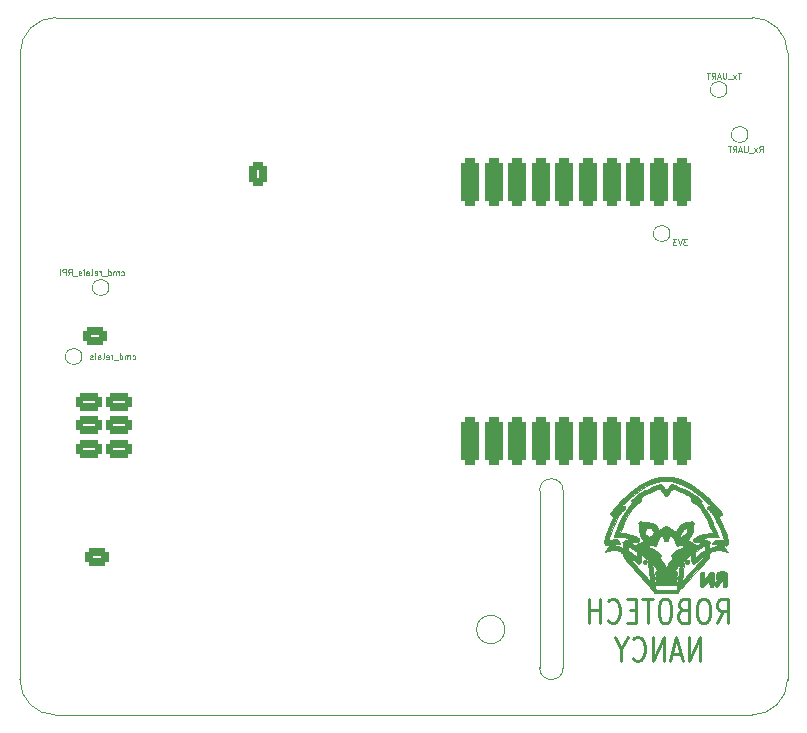
<source format=gbo>
G04 #@! TF.GenerationSoftware,KiCad,Pcbnew,(6.0.0)*
G04 #@! TF.CreationDate,2022-05-07T20:36:52+02:00*
G04 #@! TF.ProjectId,RPi_Hat,5250695f-4861-4742-9e6b-696361645f70,rev?*
G04 #@! TF.SameCoordinates,Original*
G04 #@! TF.FileFunction,Legend,Bot*
G04 #@! TF.FilePolarity,Positive*
%FSLAX46Y46*%
G04 Gerber Fmt 4.6, Leading zero omitted, Abs format (unit mm)*
G04 Created by KiCad (PCBNEW (6.0.0)) date 2022-05-07 20:36:52*
%MOMM*%
%LPD*%
G01*
G04 APERTURE LIST*
G04 Aperture macros list*
%AMRoundRect*
0 Rectangle with rounded corners*
0 $1 Rounding radius*
0 $2 $3 $4 $5 $6 $7 $8 $9 X,Y pos of 4 corners*
0 Add a 4 corners polygon primitive as box body*
4,1,4,$2,$3,$4,$5,$6,$7,$8,$9,$2,$3,0*
0 Add four circle primitives for the rounded corners*
1,1,$1+$1,$2,$3*
1,1,$1+$1,$4,$5*
1,1,$1+$1,$6,$7*
1,1,$1+$1,$8,$9*
0 Add four rect primitives between the rounded corners*
20,1,$1+$1,$2,$3,$4,$5,0*
20,1,$1+$1,$4,$5,$6,$7,0*
20,1,$1+$1,$6,$7,$8,$9,0*
20,1,$1+$1,$8,$9,$2,$3,0*%
G04 Aperture macros list end*
G04 #@! TA.AperFunction,Profile*
%ADD10C,0.100000*%
G04 #@! TD*
%ADD11C,0.125000*%
%ADD12C,0.250000*%
%ADD13C,0.010000*%
%ADD14C,0.120000*%
%ADD15C,6.200000*%
%ADD16R,1.727200X1.727200*%
%ADD17O,1.727200X1.727200*%
%ADD18RoundRect,0.312500X0.437500X0.687500X-0.437500X0.687500X-0.437500X-0.687500X0.437500X-0.687500X0*%
%ADD19O,1.500000X2.000000*%
%ADD20RoundRect,0.312500X0.687500X-0.437500X0.687500X0.437500X-0.687500X0.437500X-0.687500X-0.437500X0*%
%ADD21O,2.000000X1.500000*%
%ADD22C,1.600000*%
%ADD23O,1.600000X1.600000*%
%ADD24R,1.700000X1.700000*%
%ADD25C,2.000000*%
%ADD26RoundRect,0.312500X-0.787500X0.437500X-0.787500X-0.437500X0.787500X-0.437500X0.787500X0.437500X0*%
%ADD27RoundRect,0.312500X0.787500X-0.437500X0.787500X0.437500X-0.787500X0.437500X-0.787500X-0.437500X0*%
%ADD28RoundRect,0.400000X-0.400000X1.600000X-0.400000X-1.600000X0.400000X-1.600000X0.400000X1.600000X0*%
%ADD29C,1.000000*%
G04 APERTURE END LIST*
D10*
X125222000Y-38052000D02*
G75*
G03*
X122222000Y-35052000I-3000001J-1D01*
G01*
X63246000Y-35052000D02*
G75*
G03*
X60246000Y-38052000I1J-3000001D01*
G01*
X60210000Y-91100000D02*
G75*
G03*
X63210000Y-94100000I3000001J1D01*
G01*
X122210000Y-94100000D02*
G75*
G03*
X125210000Y-91100000I-1J3000001D01*
G01*
X106210000Y-75100000D02*
X106210000Y-90100000D01*
X104210000Y-90100000D02*
G75*
G03*
X106210000Y-90100000I1000000J0D01*
G01*
X60210000Y-56600000D02*
X60210000Y-75600000D01*
X125210000Y-40600000D02*
X125210000Y-91100000D01*
X125222000Y-38052000D02*
X125210000Y-40600000D01*
X63246000Y-35052000D02*
X122222000Y-35052000D01*
X60246000Y-38052000D02*
X60210000Y-56600000D01*
X104210000Y-75100000D02*
X104210000Y-90100000D01*
X106210000Y-75100000D02*
G75*
G03*
X104210000Y-75100000I-1000000J0D01*
G01*
X60210000Y-75600000D02*
X60210000Y-91100000D01*
X63210000Y-94100000D02*
X122210000Y-94100000D01*
D11*
X122820761Y-46454190D02*
X122987428Y-46216095D01*
X123106476Y-46454190D02*
X123106476Y-45954190D01*
X122916000Y-45954190D01*
X122868380Y-45978000D01*
X122844571Y-46001809D01*
X122820761Y-46049428D01*
X122820761Y-46120857D01*
X122844571Y-46168476D01*
X122868380Y-46192285D01*
X122916000Y-46216095D01*
X123106476Y-46216095D01*
X122654095Y-46454190D02*
X122392190Y-46120857D01*
X122654095Y-46120857D02*
X122392190Y-46454190D01*
X122320761Y-46501809D02*
X121939809Y-46501809D01*
X121820761Y-45954190D02*
X121820761Y-46358952D01*
X121796952Y-46406571D01*
X121773142Y-46430380D01*
X121725523Y-46454190D01*
X121630285Y-46454190D01*
X121582666Y-46430380D01*
X121558857Y-46406571D01*
X121535047Y-46358952D01*
X121535047Y-45954190D01*
X121320761Y-46311333D02*
X121082666Y-46311333D01*
X121368380Y-46454190D02*
X121201714Y-45954190D01*
X121035047Y-46454190D01*
X120582666Y-46454190D02*
X120749333Y-46216095D01*
X120868380Y-46454190D02*
X120868380Y-45954190D01*
X120677904Y-45954190D01*
X120630285Y-45978000D01*
X120606476Y-46001809D01*
X120582666Y-46049428D01*
X120582666Y-46120857D01*
X120606476Y-46168476D01*
X120630285Y-46192285D01*
X120677904Y-46216095D01*
X120868380Y-46216095D01*
X120439809Y-45954190D02*
X120154095Y-45954190D01*
X120296952Y-46454190D02*
X120296952Y-45954190D01*
X121265546Y-39733126D02*
X120979832Y-39733126D01*
X121122689Y-40233126D02*
X121122689Y-39733126D01*
X120860785Y-40233126D02*
X120598880Y-39899793D01*
X120860785Y-39899793D02*
X120598880Y-40233126D01*
X120527451Y-40280745D02*
X120146499Y-40280745D01*
X120027451Y-39733126D02*
X120027451Y-40137888D01*
X120003642Y-40185507D01*
X119979832Y-40209316D01*
X119932213Y-40233126D01*
X119836975Y-40233126D01*
X119789356Y-40209316D01*
X119765546Y-40185507D01*
X119741737Y-40137888D01*
X119741737Y-39733126D01*
X119527451Y-40090269D02*
X119289356Y-40090269D01*
X119575070Y-40233126D02*
X119408404Y-39733126D01*
X119241737Y-40233126D01*
X118789356Y-40233126D02*
X118956023Y-39995031D01*
X119075070Y-40233126D02*
X119075070Y-39733126D01*
X118884594Y-39733126D01*
X118836975Y-39756936D01*
X118813166Y-39780745D01*
X118789356Y-39828364D01*
X118789356Y-39899793D01*
X118813166Y-39947412D01*
X118836975Y-39971221D01*
X118884594Y-39995031D01*
X119075070Y-39995031D01*
X118646499Y-39733126D02*
X118360785Y-39733126D01*
X118503642Y-40233126D02*
X118503642Y-39733126D01*
X69750571Y-63956380D02*
X69798190Y-63980190D01*
X69893428Y-63980190D01*
X69941047Y-63956380D01*
X69964857Y-63932571D01*
X69988666Y-63884952D01*
X69988666Y-63742095D01*
X69964857Y-63694476D01*
X69941047Y-63670666D01*
X69893428Y-63646857D01*
X69798190Y-63646857D01*
X69750571Y-63670666D01*
X69536285Y-63980190D02*
X69536285Y-63646857D01*
X69536285Y-63694476D02*
X69512476Y-63670666D01*
X69464857Y-63646857D01*
X69393428Y-63646857D01*
X69345809Y-63670666D01*
X69322000Y-63718285D01*
X69322000Y-63980190D01*
X69322000Y-63718285D02*
X69298190Y-63670666D01*
X69250571Y-63646857D01*
X69179142Y-63646857D01*
X69131523Y-63670666D01*
X69107714Y-63718285D01*
X69107714Y-63980190D01*
X68655333Y-63980190D02*
X68655333Y-63480190D01*
X68655333Y-63956380D02*
X68702952Y-63980190D01*
X68798190Y-63980190D01*
X68845809Y-63956380D01*
X68869619Y-63932571D01*
X68893428Y-63884952D01*
X68893428Y-63742095D01*
X68869619Y-63694476D01*
X68845809Y-63670666D01*
X68798190Y-63646857D01*
X68702952Y-63646857D01*
X68655333Y-63670666D01*
X68536285Y-64027809D02*
X68155333Y-64027809D01*
X68036285Y-63980190D02*
X68036285Y-63646857D01*
X68036285Y-63742095D02*
X68012476Y-63694476D01*
X67988666Y-63670666D01*
X67941047Y-63646857D01*
X67893428Y-63646857D01*
X67536285Y-63956380D02*
X67583904Y-63980190D01*
X67679142Y-63980190D01*
X67726761Y-63956380D01*
X67750571Y-63908761D01*
X67750571Y-63718285D01*
X67726761Y-63670666D01*
X67679142Y-63646857D01*
X67583904Y-63646857D01*
X67536285Y-63670666D01*
X67512476Y-63718285D01*
X67512476Y-63765904D01*
X67750571Y-63813523D01*
X67226761Y-63980190D02*
X67274380Y-63956380D01*
X67298190Y-63908761D01*
X67298190Y-63480190D01*
X66822000Y-63980190D02*
X66822000Y-63718285D01*
X66845809Y-63670666D01*
X66893428Y-63646857D01*
X66988666Y-63646857D01*
X67036285Y-63670666D01*
X66822000Y-63956380D02*
X66869619Y-63980190D01*
X66988666Y-63980190D01*
X67036285Y-63956380D01*
X67060095Y-63908761D01*
X67060095Y-63861142D01*
X67036285Y-63813523D01*
X66988666Y-63789714D01*
X66869619Y-63789714D01*
X66822000Y-63765904D01*
X66583904Y-63980190D02*
X66583904Y-63646857D01*
X66583904Y-63480190D02*
X66607714Y-63504000D01*
X66583904Y-63527809D01*
X66560095Y-63504000D01*
X66583904Y-63480190D01*
X66583904Y-63527809D01*
X66369619Y-63956380D02*
X66322000Y-63980190D01*
X66226761Y-63980190D01*
X66179142Y-63956380D01*
X66155333Y-63908761D01*
X66155333Y-63884952D01*
X66179142Y-63837333D01*
X66226761Y-63813523D01*
X66298190Y-63813523D01*
X66345809Y-63789714D01*
X66369619Y-63742095D01*
X66369619Y-63718285D01*
X66345809Y-63670666D01*
X66298190Y-63646857D01*
X66226761Y-63646857D01*
X66179142Y-63670666D01*
X116697047Y-53828190D02*
X116387523Y-53828190D01*
X116554190Y-54018666D01*
X116482761Y-54018666D01*
X116435142Y-54042476D01*
X116411333Y-54066285D01*
X116387523Y-54113904D01*
X116387523Y-54232952D01*
X116411333Y-54280571D01*
X116435142Y-54304380D01*
X116482761Y-54328190D01*
X116625619Y-54328190D01*
X116673238Y-54304380D01*
X116697047Y-54280571D01*
X116244666Y-53828190D02*
X116078000Y-54328190D01*
X115911333Y-53828190D01*
X115792285Y-53828190D02*
X115482761Y-53828190D01*
X115649428Y-54018666D01*
X115578000Y-54018666D01*
X115530380Y-54042476D01*
X115506571Y-54066285D01*
X115482761Y-54113904D01*
X115482761Y-54232952D01*
X115506571Y-54280571D01*
X115530380Y-54304380D01*
X115578000Y-54328190D01*
X115720857Y-54328190D01*
X115768476Y-54304380D01*
X115792285Y-54280571D01*
X68782095Y-56844380D02*
X68829714Y-56868190D01*
X68924952Y-56868190D01*
X68972571Y-56844380D01*
X68996380Y-56820571D01*
X69020190Y-56772952D01*
X69020190Y-56630095D01*
X68996380Y-56582476D01*
X68972571Y-56558666D01*
X68924952Y-56534857D01*
X68829714Y-56534857D01*
X68782095Y-56558666D01*
X68567809Y-56868190D02*
X68567809Y-56534857D01*
X68567809Y-56582476D02*
X68544000Y-56558666D01*
X68496380Y-56534857D01*
X68424952Y-56534857D01*
X68377333Y-56558666D01*
X68353523Y-56606285D01*
X68353523Y-56868190D01*
X68353523Y-56606285D02*
X68329714Y-56558666D01*
X68282095Y-56534857D01*
X68210666Y-56534857D01*
X68163047Y-56558666D01*
X68139238Y-56606285D01*
X68139238Y-56868190D01*
X67686857Y-56868190D02*
X67686857Y-56368190D01*
X67686857Y-56844380D02*
X67734476Y-56868190D01*
X67829714Y-56868190D01*
X67877333Y-56844380D01*
X67901142Y-56820571D01*
X67924952Y-56772952D01*
X67924952Y-56630095D01*
X67901142Y-56582476D01*
X67877333Y-56558666D01*
X67829714Y-56534857D01*
X67734476Y-56534857D01*
X67686857Y-56558666D01*
X67567809Y-56915809D02*
X67186857Y-56915809D01*
X67067809Y-56868190D02*
X67067809Y-56534857D01*
X67067809Y-56630095D02*
X67044000Y-56582476D01*
X67020190Y-56558666D01*
X66972571Y-56534857D01*
X66924952Y-56534857D01*
X66567809Y-56844380D02*
X66615428Y-56868190D01*
X66710666Y-56868190D01*
X66758285Y-56844380D01*
X66782095Y-56796761D01*
X66782095Y-56606285D01*
X66758285Y-56558666D01*
X66710666Y-56534857D01*
X66615428Y-56534857D01*
X66567809Y-56558666D01*
X66544000Y-56606285D01*
X66544000Y-56653904D01*
X66782095Y-56701523D01*
X66258285Y-56868190D02*
X66305904Y-56844380D01*
X66329714Y-56796761D01*
X66329714Y-56368190D01*
X65853523Y-56868190D02*
X65853523Y-56606285D01*
X65877333Y-56558666D01*
X65924952Y-56534857D01*
X66020190Y-56534857D01*
X66067809Y-56558666D01*
X65853523Y-56844380D02*
X65901142Y-56868190D01*
X66020190Y-56868190D01*
X66067809Y-56844380D01*
X66091619Y-56796761D01*
X66091619Y-56749142D01*
X66067809Y-56701523D01*
X66020190Y-56677714D01*
X65901142Y-56677714D01*
X65853523Y-56653904D01*
X65615428Y-56868190D02*
X65615428Y-56534857D01*
X65615428Y-56368190D02*
X65639238Y-56392000D01*
X65615428Y-56415809D01*
X65591619Y-56392000D01*
X65615428Y-56368190D01*
X65615428Y-56415809D01*
X65401142Y-56844380D02*
X65353523Y-56868190D01*
X65258285Y-56868190D01*
X65210666Y-56844380D01*
X65186857Y-56796761D01*
X65186857Y-56772952D01*
X65210666Y-56725333D01*
X65258285Y-56701523D01*
X65329714Y-56701523D01*
X65377333Y-56677714D01*
X65401142Y-56630095D01*
X65401142Y-56606285D01*
X65377333Y-56558666D01*
X65329714Y-56534857D01*
X65258285Y-56534857D01*
X65210666Y-56558666D01*
X65091619Y-56915809D02*
X64710666Y-56915809D01*
X64305904Y-56868190D02*
X64472571Y-56630095D01*
X64591619Y-56868190D02*
X64591619Y-56368190D01*
X64401142Y-56368190D01*
X64353523Y-56392000D01*
X64329714Y-56415809D01*
X64305904Y-56463428D01*
X64305904Y-56534857D01*
X64329714Y-56582476D01*
X64353523Y-56606285D01*
X64401142Y-56630095D01*
X64591619Y-56630095D01*
X64091619Y-56868190D02*
X64091619Y-56368190D01*
X63901142Y-56368190D01*
X63853523Y-56392000D01*
X63829714Y-56415809D01*
X63805904Y-56463428D01*
X63805904Y-56534857D01*
X63829714Y-56582476D01*
X63853523Y-56606285D01*
X63901142Y-56630095D01*
X64091619Y-56630095D01*
X63591619Y-56868190D02*
X63591619Y-56368190D01*
D12*
X119252380Y-86289761D02*
X119785714Y-85337380D01*
X120166666Y-86289761D02*
X120166666Y-84289761D01*
X119557142Y-84289761D01*
X119404761Y-84385000D01*
X119328571Y-84480238D01*
X119252380Y-84670714D01*
X119252380Y-84956428D01*
X119328571Y-85146904D01*
X119404761Y-85242142D01*
X119557142Y-85337380D01*
X120166666Y-85337380D01*
X118261904Y-84289761D02*
X117957142Y-84289761D01*
X117804761Y-84385000D01*
X117652380Y-84575476D01*
X117576190Y-84956428D01*
X117576190Y-85623095D01*
X117652380Y-86004047D01*
X117804761Y-86194523D01*
X117957142Y-86289761D01*
X118261904Y-86289761D01*
X118414285Y-86194523D01*
X118566666Y-86004047D01*
X118642857Y-85623095D01*
X118642857Y-84956428D01*
X118566666Y-84575476D01*
X118414285Y-84385000D01*
X118261904Y-84289761D01*
X116357142Y-85242142D02*
X116128571Y-85337380D01*
X116052380Y-85432619D01*
X115976190Y-85623095D01*
X115976190Y-85908809D01*
X116052380Y-86099285D01*
X116128571Y-86194523D01*
X116280952Y-86289761D01*
X116890476Y-86289761D01*
X116890476Y-84289761D01*
X116357142Y-84289761D01*
X116204761Y-84385000D01*
X116128571Y-84480238D01*
X116052380Y-84670714D01*
X116052380Y-84861190D01*
X116128571Y-85051666D01*
X116204761Y-85146904D01*
X116357142Y-85242142D01*
X116890476Y-85242142D01*
X114985714Y-84289761D02*
X114680952Y-84289761D01*
X114528571Y-84385000D01*
X114376190Y-84575476D01*
X114300000Y-84956428D01*
X114300000Y-85623095D01*
X114376190Y-86004047D01*
X114528571Y-86194523D01*
X114680952Y-86289761D01*
X114985714Y-86289761D01*
X115138095Y-86194523D01*
X115290476Y-86004047D01*
X115366666Y-85623095D01*
X115366666Y-84956428D01*
X115290476Y-84575476D01*
X115138095Y-84385000D01*
X114985714Y-84289761D01*
X113842857Y-84289761D02*
X112928571Y-84289761D01*
X113385714Y-86289761D02*
X113385714Y-84289761D01*
X112395238Y-85242142D02*
X111861904Y-85242142D01*
X111633333Y-86289761D02*
X112395238Y-86289761D01*
X112395238Y-84289761D01*
X111633333Y-84289761D01*
X110033333Y-86099285D02*
X110109523Y-86194523D01*
X110338095Y-86289761D01*
X110490476Y-86289761D01*
X110719047Y-86194523D01*
X110871428Y-86004047D01*
X110947619Y-85813571D01*
X111023809Y-85432619D01*
X111023809Y-85146904D01*
X110947619Y-84765952D01*
X110871428Y-84575476D01*
X110719047Y-84385000D01*
X110490476Y-84289761D01*
X110338095Y-84289761D01*
X110109523Y-84385000D01*
X110033333Y-84480238D01*
X109347619Y-86289761D02*
X109347619Y-84289761D01*
X109347619Y-85242142D02*
X108433333Y-85242142D01*
X108433333Y-86289761D02*
X108433333Y-84289761D01*
X117766666Y-89509761D02*
X117766666Y-87509761D01*
X116852380Y-89509761D01*
X116852380Y-87509761D01*
X116166666Y-88938333D02*
X115404761Y-88938333D01*
X116319047Y-89509761D02*
X115785714Y-87509761D01*
X115252380Y-89509761D01*
X114719047Y-89509761D02*
X114719047Y-87509761D01*
X113804761Y-89509761D01*
X113804761Y-87509761D01*
X112128571Y-89319285D02*
X112204761Y-89414523D01*
X112433333Y-89509761D01*
X112585714Y-89509761D01*
X112814285Y-89414523D01*
X112966666Y-89224047D01*
X113042857Y-89033571D01*
X113119047Y-88652619D01*
X113119047Y-88366904D01*
X113042857Y-87985952D01*
X112966666Y-87795476D01*
X112814285Y-87605000D01*
X112585714Y-87509761D01*
X112433333Y-87509761D01*
X112204761Y-87605000D01*
X112128571Y-87700238D01*
X111138095Y-88557380D02*
X111138095Y-89509761D01*
X111671428Y-87509761D02*
X111138095Y-88557380D01*
X110604761Y-87509761D01*
D13*
X114717906Y-73960614D02*
X114566699Y-73968663D01*
X114566699Y-73968663D02*
X114436021Y-73981241D01*
X114436021Y-73981241D02*
X114386739Y-73988310D01*
X114386739Y-73988310D02*
X114066914Y-74055781D01*
X114066914Y-74055781D02*
X113743357Y-74154547D01*
X113743357Y-74154547D02*
X113415575Y-74284869D01*
X113415575Y-74284869D02*
X113083075Y-74447007D01*
X113083075Y-74447007D02*
X112745367Y-74641221D01*
X112745367Y-74641221D02*
X112401956Y-74867774D01*
X112401956Y-74867774D02*
X112052351Y-75126924D01*
X112052351Y-75126924D02*
X111717667Y-75400452D01*
X111717667Y-75400452D02*
X111535448Y-75561420D01*
X111535448Y-75561420D02*
X111342608Y-75741807D01*
X111342608Y-75741807D02*
X111145251Y-75935335D01*
X111145251Y-75935335D02*
X110949481Y-76135724D01*
X110949481Y-76135724D02*
X110761400Y-76336695D01*
X110761400Y-76336695D02*
X110587112Y-76531968D01*
X110587112Y-76531968D02*
X110432718Y-76715264D01*
X110432718Y-76715264D02*
X110398806Y-76757399D01*
X110398806Y-76757399D02*
X110321863Y-76856018D01*
X110321863Y-76856018D02*
X110266170Y-76933792D01*
X110266170Y-76933792D02*
X110230352Y-76995073D01*
X110230352Y-76995073D02*
X110213033Y-77044216D01*
X110213033Y-77044216D02*
X110212836Y-77085573D01*
X110212836Y-77085573D02*
X110228386Y-77123499D01*
X110228386Y-77123499D02*
X110258307Y-77162347D01*
X110258307Y-77162347D02*
X110267633Y-77172460D01*
X110267633Y-77172460D02*
X110329830Y-77219319D01*
X110329830Y-77219319D02*
X110395391Y-77234034D01*
X110395391Y-77234034D02*
X110460373Y-77216125D01*
X110460373Y-77216125D02*
X110486154Y-77199066D01*
X110486154Y-77199066D02*
X110518726Y-77175657D01*
X110518726Y-77175657D02*
X110538790Y-77165234D01*
X110538790Y-77165234D02*
X110539286Y-77165199D01*
X110539286Y-77165199D02*
X110535322Y-77179332D01*
X110535322Y-77179332D02*
X110517896Y-77218404D01*
X110517896Y-77218404D02*
X110489394Y-77277426D01*
X110489394Y-77277426D02*
X110452204Y-77351410D01*
X110452204Y-77351410D02*
X110423805Y-77406499D01*
X110423805Y-77406499D02*
X110373619Y-77505641D01*
X110373619Y-77505641D02*
X110317947Y-77620170D01*
X110317947Y-77620170D02*
X110259576Y-77743913D01*
X110259576Y-77743913D02*
X110201294Y-77870696D01*
X110201294Y-77870696D02*
X110145890Y-77994347D01*
X110145890Y-77994347D02*
X110096151Y-78108692D01*
X110096151Y-78108692D02*
X110054865Y-78207559D01*
X110054865Y-78207559D02*
X110024819Y-78284774D01*
X110024819Y-78284774D02*
X110016578Y-78308200D01*
X110016578Y-78308200D02*
X110000445Y-78355193D01*
X110000445Y-78355193D02*
X109975811Y-78425551D01*
X109975811Y-78425551D02*
X109945669Y-78510780D01*
X109945669Y-78510780D02*
X109913013Y-78602388D01*
X109913013Y-78602388D02*
X109903143Y-78629933D01*
X109903143Y-78629933D02*
X109836063Y-78823757D01*
X109836063Y-78823757D02*
X109783668Y-78991181D01*
X109783668Y-78991181D02*
X109745058Y-79135874D01*
X109745058Y-79135874D02*
X109719331Y-79261501D01*
X109719331Y-79261501D02*
X109705587Y-79371732D01*
X109705587Y-79371732D02*
X109702600Y-79446460D01*
X109702600Y-79446460D02*
X109706010Y-79548926D01*
X109706010Y-79548926D02*
X109718304Y-79623720D01*
X109718304Y-79623720D02*
X109742583Y-79676537D01*
X109742583Y-79676537D02*
X109781949Y-79713074D01*
X109781949Y-79713074D02*
X109839502Y-79739027D01*
X109839502Y-79739027D02*
X109866268Y-79747155D01*
X109866268Y-79747155D02*
X109904150Y-79746757D01*
X109904150Y-79746757D02*
X109964369Y-79733629D01*
X109964369Y-79733629D02*
X110038857Y-79709951D01*
X110038857Y-79709951D02*
X110114461Y-79680114D01*
X110114461Y-79680114D02*
X110114950Y-79689170D01*
X110114950Y-79689170D02*
X110098473Y-79722164D01*
X110098473Y-79722164D02*
X110067343Y-79775192D01*
X110067343Y-79775192D02*
X110023877Y-79844350D01*
X110023877Y-79844350D02*
X109970388Y-79925734D01*
X109970388Y-79925734D02*
X109957179Y-79945375D01*
X109957179Y-79945375D02*
X109884805Y-80054371D01*
X109884805Y-80054371D02*
X109832011Y-80138730D01*
X109832011Y-80138730D02*
X109797921Y-80200809D01*
X109797921Y-80200809D02*
X109781665Y-80242964D01*
X109781665Y-80242964D02*
X109782369Y-80267553D01*
X109782369Y-80267553D02*
X109799160Y-80276933D01*
X109799160Y-80276933D02*
X109831165Y-80273460D01*
X109831165Y-80273460D02*
X109836129Y-80272256D01*
X109836129Y-80272256D02*
X109883688Y-80260827D01*
X109883688Y-80260827D02*
X109955050Y-80244394D01*
X109955050Y-80244394D02*
X110040900Y-80225038D01*
X110040900Y-80225038D02*
X110131924Y-80204843D01*
X110131924Y-80204843D02*
X110218806Y-80185890D01*
X110218806Y-80185890D02*
X110292233Y-80170261D01*
X110292233Y-80170261D02*
X110295267Y-80169628D01*
X110295267Y-80169628D02*
X110441603Y-80150026D01*
X110441603Y-80150026D02*
X110593833Y-80149003D01*
X110593833Y-80149003D02*
X110743150Y-80165500D01*
X110743150Y-80165500D02*
X110880749Y-80198458D01*
X110880749Y-80198458D02*
X110997824Y-80246821D01*
X110997824Y-80246821D02*
X111014267Y-80256037D01*
X111014267Y-80256037D02*
X111070481Y-80296270D01*
X111070481Y-80296270D02*
X111134322Y-80353113D01*
X111134322Y-80353113D02*
X111198012Y-80418349D01*
X111198012Y-80418349D02*
X111253769Y-80483760D01*
X111253769Y-80483760D02*
X111293814Y-80541127D01*
X111293814Y-80541127D02*
X111305110Y-80563249D01*
X111305110Y-80563249D02*
X111319462Y-80615296D01*
X111319462Y-80615296D02*
X111327546Y-80678948D01*
X111327546Y-80678948D02*
X111328200Y-80699681D01*
X111328200Y-80699681D02*
X111328200Y-80780850D01*
X111328200Y-80780850D02*
X112615134Y-82217018D01*
X112615134Y-82217018D02*
X112810758Y-82435617D01*
X112810758Y-82435617D02*
X112993346Y-82640231D01*
X112993346Y-82640231D02*
X113161978Y-82829810D01*
X113161978Y-82829810D02*
X113315734Y-83003305D01*
X113315734Y-83003305D02*
X113453697Y-83159667D01*
X113453697Y-83159667D02*
X113574947Y-83297846D01*
X113574947Y-83297846D02*
X113678564Y-83416793D01*
X113678564Y-83416793D02*
X113763630Y-83515459D01*
X113763630Y-83515459D02*
X113829226Y-83592795D01*
X113829226Y-83592795D02*
X113874433Y-83647750D01*
X113874433Y-83647750D02*
X113898331Y-83679276D01*
X113898331Y-83679276D02*
X113902067Y-83686388D01*
X113902067Y-83686388D02*
X113911151Y-83724913D01*
X113911151Y-83724913D02*
X113929415Y-83761329D01*
X113929415Y-83761329D02*
X113956762Y-83803066D01*
X113956762Y-83803066D02*
X115896305Y-83803066D01*
X115896305Y-83803066D02*
X115923653Y-83761329D01*
X115923653Y-83761329D02*
X115943964Y-83719300D01*
X115943964Y-83719300D02*
X115951000Y-83686388D01*
X115951000Y-83686388D02*
X115962225Y-83668815D01*
X115962225Y-83668815D02*
X115995287Y-83627208D01*
X115995287Y-83627208D02*
X116049267Y-83562618D01*
X116049267Y-83562618D02*
X116123245Y-83476094D01*
X116123245Y-83476094D02*
X116216304Y-83368685D01*
X116216304Y-83368685D02*
X116327523Y-83241441D01*
X116327523Y-83241441D02*
X116455984Y-83095410D01*
X116455984Y-83095410D02*
X116600768Y-82931642D01*
X116600768Y-82931642D02*
X116760955Y-82751187D01*
X116760955Y-82751187D02*
X116935627Y-82555093D01*
X116935627Y-82555093D02*
X117123865Y-82344411D01*
X117123865Y-82344411D02*
X117237934Y-82217018D01*
X117237934Y-82217018D02*
X118524867Y-80780850D01*
X118524867Y-80780850D02*
X118524867Y-80699681D01*
X118524867Y-80699681D02*
X118530645Y-80627100D01*
X118530645Y-80627100D02*
X118535898Y-80610186D01*
X118535898Y-80610186D02*
X118186201Y-80610186D01*
X118186201Y-80610186D02*
X118180071Y-80624947D01*
X118180071Y-80624947D02*
X118161019Y-80653167D01*
X118161019Y-80653167D02*
X118128051Y-80695999D01*
X118128051Y-80695999D02*
X118080172Y-80754598D01*
X118080172Y-80754598D02*
X118016389Y-80830115D01*
X118016389Y-80830115D02*
X117935707Y-80923705D01*
X117935707Y-80923705D02*
X117837133Y-81036520D01*
X117837133Y-81036520D02*
X117719672Y-81169713D01*
X117719672Y-81169713D02*
X117582330Y-81324439D01*
X117582330Y-81324439D02*
X117424113Y-81501849D01*
X117424113Y-81501849D02*
X117244648Y-81702404D01*
X117244648Y-81702404D02*
X117100664Y-81862895D01*
X117100664Y-81862895D02*
X116963033Y-82015918D01*
X116963033Y-82015918D02*
X116833444Y-82159619D01*
X116833444Y-82159619D02*
X116713585Y-82292143D01*
X116713585Y-82292143D02*
X116605144Y-82411637D01*
X116605144Y-82411637D02*
X116509809Y-82516247D01*
X116509809Y-82516247D02*
X116429268Y-82604118D01*
X116429268Y-82604118D02*
X116365209Y-82673396D01*
X116365209Y-82673396D02*
X116319321Y-82722227D01*
X116319321Y-82722227D02*
X116293292Y-82748757D01*
X116293292Y-82748757D02*
X116287914Y-82753200D01*
X116287914Y-82753200D02*
X116275132Y-82739213D01*
X116275132Y-82739213D02*
X116272933Y-82723566D01*
X116272933Y-82723566D02*
X116275030Y-82701421D01*
X116275030Y-82701421D02*
X116280975Y-82648960D01*
X116280975Y-82648960D02*
X116290370Y-82569463D01*
X116290370Y-82569463D02*
X116302816Y-82466214D01*
X116302816Y-82466214D02*
X116317914Y-82342495D01*
X116317914Y-82342495D02*
X116335264Y-82201589D01*
X116335264Y-82201589D02*
X116354467Y-82046776D01*
X116354467Y-82046776D02*
X116375126Y-81881340D01*
X116375126Y-81881340D02*
X116381511Y-81830419D01*
X116381511Y-81830419D02*
X116439437Y-81368884D01*
X116439437Y-81368884D02*
X116096120Y-81368884D01*
X116096120Y-81368884D02*
X116094081Y-81390066D01*
X116094081Y-81390066D02*
X116090555Y-81415695D01*
X116090555Y-81415695D02*
X116083255Y-81471841D01*
X116083255Y-81471841D02*
X116072571Y-81555410D01*
X116072571Y-81555410D02*
X116058894Y-81663309D01*
X116058894Y-81663309D02*
X116042613Y-81792446D01*
X116042613Y-81792446D02*
X116024118Y-81939727D01*
X116024118Y-81939727D02*
X116003799Y-82102059D01*
X116003799Y-82102059D02*
X115982046Y-82276350D01*
X115982046Y-82276350D02*
X115959836Y-82454789D01*
X115959836Y-82454789D02*
X115937186Y-82636200D01*
X115937186Y-82636200D02*
X115915614Y-82807439D01*
X115915614Y-82807439D02*
X115895501Y-82965584D01*
X115895501Y-82965584D02*
X115877228Y-83107709D01*
X115877228Y-83107709D02*
X115861175Y-83230891D01*
X115861175Y-83230891D02*
X115847724Y-83332206D01*
X115847724Y-83332206D02*
X115837256Y-83408730D01*
X115837256Y-83408730D02*
X115830153Y-83457541D01*
X115830153Y-83457541D02*
X115826794Y-83475713D01*
X115826794Y-83475713D02*
X115826771Y-83475740D01*
X115826771Y-83475740D02*
X115808668Y-83478679D01*
X115808668Y-83478679D02*
X115762224Y-83483052D01*
X115762224Y-83483052D02*
X115692917Y-83488511D01*
X115692917Y-83488511D02*
X115606224Y-83494711D01*
X115606224Y-83494711D02*
X115507624Y-83501303D01*
X115507624Y-83501303D02*
X115402596Y-83507940D01*
X115402596Y-83507940D02*
X115296617Y-83514276D01*
X115296617Y-83514276D02*
X115195166Y-83519963D01*
X115195166Y-83519963D02*
X115103720Y-83524654D01*
X115103720Y-83524654D02*
X115027759Y-83528001D01*
X115027759Y-83528001D02*
X114977334Y-83529575D01*
X114977334Y-83529575D02*
X114931767Y-83529133D01*
X114931767Y-83529133D02*
X114858506Y-83526804D01*
X114858506Y-83526804D02*
X114763651Y-83522854D01*
X114763651Y-83522854D02*
X114653307Y-83517553D01*
X114653307Y-83517553D02*
X114533574Y-83511167D01*
X114533574Y-83511167D02*
X114453926Y-83506582D01*
X114453926Y-83506582D02*
X114338082Y-83499478D01*
X114338082Y-83499478D02*
X114233884Y-83492645D01*
X114233884Y-83492645D02*
X114145957Y-83486421D01*
X114145957Y-83486421D02*
X114078925Y-83481145D01*
X114078925Y-83481145D02*
X114037412Y-83477159D01*
X114037412Y-83477159D02*
X114025693Y-83475137D01*
X114025693Y-83475137D02*
X114022513Y-83457642D01*
X114022513Y-83457642D02*
X114015574Y-83409455D01*
X114015574Y-83409455D02*
X114005258Y-83333498D01*
X114005258Y-83333498D02*
X113991942Y-83232692D01*
X113991942Y-83232692D02*
X113976007Y-83109958D01*
X113976007Y-83109958D02*
X113957831Y-82968219D01*
X113957831Y-82968219D02*
X113937794Y-82810395D01*
X113937794Y-82810395D02*
X113927504Y-82728627D01*
X113927504Y-82728627D02*
X113576972Y-82728627D01*
X113576972Y-82728627D02*
X113576045Y-82743296D01*
X113576045Y-82743296D02*
X113573565Y-82750536D01*
X113573565Y-82750536D02*
X113569795Y-82752965D01*
X113569795Y-82752965D02*
X113565145Y-82753200D01*
X113565145Y-82753200D02*
X113551512Y-82740913D01*
X113551512Y-82740913D02*
X113517262Y-82705457D01*
X113517262Y-82705457D02*
X113464319Y-82648935D01*
X113464319Y-82648935D02*
X113394608Y-82573452D01*
X113394608Y-82573452D02*
X113310055Y-82481114D01*
X113310055Y-82481114D02*
X113212585Y-82374024D01*
X113212585Y-82374024D02*
X113104122Y-82254286D01*
X113104122Y-82254286D02*
X112986591Y-82124007D01*
X112986591Y-82124007D02*
X112861917Y-81985290D01*
X112861917Y-81985290D02*
X112818180Y-81936507D01*
X112818180Y-81936507D02*
X112691226Y-81794537D01*
X112691226Y-81794537D02*
X112570839Y-81659356D01*
X112570839Y-81659356D02*
X112458952Y-81533174D01*
X112458952Y-81533174D02*
X112357504Y-81418201D01*
X112357504Y-81418201D02*
X112268428Y-81316646D01*
X112268428Y-81316646D02*
X112193660Y-81230717D01*
X112193660Y-81230717D02*
X112135137Y-81162624D01*
X112135137Y-81162624D02*
X112094793Y-81114577D01*
X112094793Y-81114577D02*
X112074565Y-81088784D01*
X112074565Y-81088784D02*
X112072663Y-81085607D01*
X112072663Y-81085607D02*
X112057041Y-81061870D01*
X112057041Y-81061870D02*
X112022677Y-81018219D01*
X112022677Y-81018219D02*
X111973740Y-80959678D01*
X111973740Y-80959678D02*
X111914401Y-80891275D01*
X111914401Y-80891275D02*
X111871362Y-80842944D01*
X111871362Y-80842944D02*
X111796296Y-80757496D01*
X111796296Y-80757496D02*
X111739803Y-80689008D01*
X111739803Y-80689008D02*
X111702569Y-80638772D01*
X111702569Y-80638772D02*
X111685283Y-80608086D01*
X111685283Y-80608086D02*
X111688630Y-80598245D01*
X111688630Y-80598245D02*
X111713299Y-80610545D01*
X111713299Y-80610545D02*
X111759976Y-80646281D01*
X111759976Y-80646281D02*
X111772700Y-80656936D01*
X111772700Y-80656936D02*
X111928547Y-80788214D01*
X111928547Y-80788214D02*
X112071558Y-80907165D01*
X112071558Y-80907165D02*
X112199903Y-81012334D01*
X112199903Y-81012334D02*
X112311753Y-81102264D01*
X112311753Y-81102264D02*
X112405277Y-81175500D01*
X112405277Y-81175500D02*
X112478645Y-81230586D01*
X112478645Y-81230586D02*
X112530029Y-81266065D01*
X112530029Y-81266065D02*
X112555755Y-81279962D01*
X112555755Y-81279962D02*
X112606025Y-81289764D01*
X112606025Y-81289764D02*
X112655163Y-81280139D01*
X112655163Y-81280139D02*
X112673558Y-81272976D01*
X112673558Y-81272976D02*
X112707405Y-81255452D01*
X112707405Y-81255452D02*
X112733729Y-81231714D01*
X112733729Y-81231714D02*
X112753733Y-81197371D01*
X112753733Y-81197371D02*
X112768617Y-81148033D01*
X112768617Y-81148033D02*
X112779587Y-81079309D01*
X112779587Y-81079309D02*
X112787843Y-80986807D01*
X112787843Y-80986807D02*
X112794588Y-80866137D01*
X112794588Y-80866137D02*
X112796482Y-80824129D01*
X112796482Y-80824129D02*
X112809867Y-80516293D01*
X112809867Y-80516293D02*
X113030001Y-80692944D01*
X113030001Y-80692944D02*
X113108412Y-80756065D01*
X113108412Y-80756065D02*
X113181834Y-80815532D01*
X113181834Y-80815532D02*
X113244305Y-80866489D01*
X113244305Y-80866489D02*
X113289867Y-80904084D01*
X113289867Y-80904084D02*
X113306656Y-80918249D01*
X113306656Y-80918249D02*
X113363178Y-80966905D01*
X113363178Y-80966905D02*
X113471557Y-81830419D01*
X113471557Y-81830419D02*
X113496567Y-82029736D01*
X113496567Y-82029736D02*
X113517633Y-82198066D01*
X113517633Y-82198066D02*
X113535021Y-82338027D01*
X113535021Y-82338027D02*
X113548996Y-82452237D01*
X113548996Y-82452237D02*
X113559824Y-82543313D01*
X113559824Y-82543313D02*
X113567770Y-82613872D01*
X113567770Y-82613872D02*
X113573100Y-82666532D01*
X113573100Y-82666532D02*
X113576079Y-82703911D01*
X113576079Y-82703911D02*
X113576972Y-82728627D01*
X113576972Y-82728627D02*
X113927504Y-82728627D01*
X113927504Y-82728627D02*
X113916275Y-82639409D01*
X113916275Y-82639409D02*
X113893653Y-82458180D01*
X113893653Y-82458180D02*
X113893232Y-82454789D01*
X113893232Y-82454789D02*
X113870457Y-82271820D01*
X113870457Y-82271820D02*
X113848735Y-82097794D01*
X113848735Y-82097794D02*
X113828458Y-81935804D01*
X113828458Y-81935804D02*
X113810014Y-81788944D01*
X113810014Y-81788944D02*
X113793794Y-81660306D01*
X113793794Y-81660306D02*
X113780187Y-81552983D01*
X113780187Y-81552983D02*
X113769585Y-81470070D01*
X113769585Y-81470070D02*
X113762375Y-81414658D01*
X113762375Y-81414658D02*
X113758987Y-81390066D01*
X113758987Y-81390066D02*
X113756967Y-81368618D01*
X113756967Y-81368618D02*
X113762548Y-81362283D01*
X113762548Y-81362283D02*
X113779533Y-81373566D01*
X113779533Y-81373566D02*
X113811727Y-81404975D01*
X113811727Y-81404975D02*
X113861794Y-81457799D01*
X113861794Y-81457799D02*
X113918797Y-81520672D01*
X113918797Y-81520672D02*
X113987272Y-81599226D01*
X113987272Y-81599226D02*
X114057781Y-81682502D01*
X114057781Y-81682502D02*
X114109703Y-81745643D01*
X114109703Y-81745643D02*
X114246596Y-81914954D01*
X114246596Y-81914954D02*
X114166403Y-81926425D01*
X114166403Y-81926425D02*
X114082839Y-81947058D01*
X114082839Y-81947058D02*
X114026111Y-81982952D01*
X114026111Y-81982952D02*
X113991367Y-82037415D01*
X113991367Y-82037415D02*
X113987411Y-82048414D01*
X113987411Y-82048414D02*
X113976903Y-82100084D01*
X113976903Y-82100084D02*
X113986154Y-82148787D01*
X113986154Y-82148787D02*
X113992933Y-82166184D01*
X113992933Y-82166184D02*
X114014555Y-82207719D01*
X114014555Y-82207719D02*
X114042750Y-82236316D01*
X114042750Y-82236316D02*
X114083538Y-82254031D01*
X114083538Y-82254031D02*
X114142943Y-82262921D01*
X114142943Y-82262921D02*
X114226987Y-82265043D01*
X114226987Y-82265043D02*
X114280006Y-82264211D01*
X114280006Y-82264211D02*
X114377787Y-82263986D01*
X114377787Y-82263986D02*
X114445875Y-82269197D01*
X114445875Y-82269197D02*
X114488134Y-82280690D01*
X114488134Y-82280690D02*
X114508425Y-82299312D01*
X114508425Y-82299312D02*
X114511667Y-82315006D01*
X114511667Y-82315006D02*
X114495901Y-82321098D01*
X114495901Y-82321098D02*
X114453257Y-82325980D01*
X114453257Y-82325980D02*
X114390720Y-82329072D01*
X114390720Y-82329072D02*
X114333323Y-82329866D01*
X114333323Y-82329866D02*
X114223304Y-82332707D01*
X114223304Y-82332707D02*
X114141633Y-82342405D01*
X114141633Y-82342405D02*
X114083175Y-82360726D01*
X114083175Y-82360726D02*
X114042798Y-82389435D01*
X114042798Y-82389435D02*
X114015366Y-82430296D01*
X114015366Y-82430296D02*
X114010690Y-82440776D01*
X114010690Y-82440776D02*
X113994812Y-82492892D01*
X113994812Y-82492892D02*
X113998230Y-82539660D01*
X113998230Y-82539660D02*
X114004344Y-82560518D01*
X114004344Y-82560518D02*
X114019021Y-82598187D01*
X114019021Y-82598187D02*
X114037898Y-82626442D01*
X114037898Y-82626442D02*
X114065620Y-82646544D01*
X114065620Y-82646544D02*
X114106830Y-82659755D01*
X114106830Y-82659755D02*
X114166174Y-82667337D01*
X114166174Y-82667337D02*
X114248294Y-82670551D01*
X114248294Y-82670551D02*
X114357836Y-82670660D01*
X114357836Y-82670660D02*
X114407892Y-82670145D01*
X114407892Y-82670145D02*
X114708534Y-82666564D01*
X114708534Y-82666564D02*
X114728634Y-82710678D01*
X114728634Y-82710678D02*
X114743196Y-82745034D01*
X114743196Y-82745034D02*
X114748734Y-82762463D01*
X114748734Y-82762463D02*
X114732716Y-82764978D01*
X114732716Y-82764978D02*
X114688326Y-82767146D01*
X114688326Y-82767146D02*
X114621055Y-82768822D01*
X114621055Y-82768822D02*
X114536398Y-82769860D01*
X114536398Y-82769860D02*
X114460323Y-82770133D01*
X114460323Y-82770133D02*
X114333510Y-82771168D01*
X114333510Y-82771168D02*
X114235988Y-82775047D01*
X114235988Y-82775047D02*
X114163220Y-82782932D01*
X114163220Y-82782932D02*
X114110672Y-82795987D01*
X114110672Y-82795987D02*
X114073810Y-82815373D01*
X114073810Y-82815373D02*
X114048098Y-82842253D01*
X114048098Y-82842253D02*
X114029002Y-82877790D01*
X114029002Y-82877790D02*
X114027624Y-82881042D01*
X114027624Y-82881042D02*
X114011745Y-82933159D01*
X114011745Y-82933159D02*
X114015163Y-82979927D01*
X114015163Y-82979927D02*
X114021278Y-83000785D01*
X114021278Y-83000785D02*
X114029303Y-83025150D01*
X114029303Y-83025150D02*
X114037818Y-83045601D01*
X114037818Y-83045601D02*
X114049657Y-83062480D01*
X114049657Y-83062480D02*
X114067655Y-83076130D01*
X114067655Y-83076130D02*
X114094646Y-83086893D01*
X114094646Y-83086893D02*
X114133464Y-83095112D01*
X114133464Y-83095112D02*
X114186943Y-83101128D01*
X114186943Y-83101128D02*
X114257918Y-83105285D01*
X114257918Y-83105285D02*
X114349222Y-83107924D01*
X114349222Y-83107924D02*
X114463690Y-83109389D01*
X114463690Y-83109389D02*
X114604157Y-83110021D01*
X114604157Y-83110021D02*
X114773456Y-83110163D01*
X114773456Y-83110163D02*
X114926534Y-83110154D01*
X114926534Y-83110154D02*
X115120164Y-83110156D01*
X115120164Y-83110156D02*
X115282762Y-83109934D01*
X115282762Y-83109934D02*
X115417162Y-83109145D01*
X115417162Y-83109145D02*
X115526198Y-83107447D01*
X115526198Y-83107447D02*
X115612705Y-83104498D01*
X115612705Y-83104498D02*
X115679517Y-83099955D01*
X115679517Y-83099955D02*
X115729467Y-83093475D01*
X115729467Y-83093475D02*
X115765391Y-83084717D01*
X115765391Y-83084717D02*
X115790122Y-83073337D01*
X115790122Y-83073337D02*
X115806495Y-83058994D01*
X115806495Y-83058994D02*
X115817344Y-83041345D01*
X115817344Y-83041345D02*
X115825504Y-83020047D01*
X115825504Y-83020047D02*
X115831790Y-83000785D01*
X115831790Y-83000785D02*
X115842235Y-82950376D01*
X115842235Y-82950376D02*
X115833819Y-82902840D01*
X115833819Y-82902840D02*
X115825444Y-82881042D01*
X115825444Y-82881042D02*
X115806681Y-82844763D01*
X115806681Y-82844763D02*
X115781666Y-82817233D01*
X115781666Y-82817233D02*
X115745862Y-82797290D01*
X115745862Y-82797290D02*
X115694737Y-82783771D01*
X115694737Y-82783771D02*
X115623754Y-82775515D01*
X115623754Y-82775515D02*
X115528379Y-82771358D01*
X115528379Y-82771358D02*
X115404077Y-82770138D01*
X115404077Y-82770138D02*
X115392744Y-82770133D01*
X115392744Y-82770133D02*
X115298182Y-82769707D01*
X115298182Y-82769707D02*
X115216639Y-82768526D01*
X115216639Y-82768526D02*
X115153607Y-82766737D01*
X115153607Y-82766737D02*
X115114580Y-82764486D01*
X115114580Y-82764486D02*
X115104334Y-82762463D01*
X115104334Y-82762463D02*
X115110614Y-82743123D01*
X115110614Y-82743123D02*
X115124434Y-82710678D01*
X115124434Y-82710678D02*
X115144534Y-82666564D01*
X115144534Y-82666564D02*
X115445176Y-82670145D01*
X115445176Y-82670145D02*
X115566418Y-82670891D01*
X115566418Y-82670891D02*
X115658465Y-82669012D01*
X115658465Y-82669012D02*
X115725961Y-82663247D01*
X115725961Y-82663247D02*
X115773550Y-82652335D01*
X115773550Y-82652335D02*
X115805877Y-82635014D01*
X115805877Y-82635014D02*
X115827584Y-82610023D01*
X115827584Y-82610023D02*
X115843317Y-82576099D01*
X115843317Y-82576099D02*
X115848723Y-82560518D01*
X115848723Y-82560518D02*
X115859168Y-82510109D01*
X115859168Y-82510109D02*
X115850752Y-82462574D01*
X115850752Y-82462574D02*
X115842377Y-82440776D01*
X115842377Y-82440776D02*
X115817047Y-82397088D01*
X115817047Y-82397088D02*
X115779868Y-82365930D01*
X115779868Y-82365930D02*
X115725707Y-82345537D01*
X115725707Y-82345537D02*
X115649429Y-82334144D01*
X115649429Y-82334144D02*
X115545901Y-82329985D01*
X115545901Y-82329985D02*
X115519744Y-82329866D01*
X115519744Y-82329866D02*
X115446637Y-82328552D01*
X115446637Y-82328552D02*
X115388039Y-82324999D01*
X115388039Y-82324999D02*
X115350932Y-82319789D01*
X115350932Y-82319789D02*
X115341400Y-82315006D01*
X115341400Y-82315006D02*
X115349886Y-82291481D01*
X115349886Y-82291481D02*
X115377917Y-82275616D01*
X115377917Y-82275616D02*
X115429356Y-82266564D01*
X115429356Y-82266564D02*
X115508064Y-82263480D01*
X115508064Y-82263480D02*
X115573061Y-82264211D01*
X115573061Y-82264211D02*
X115671650Y-82264697D01*
X115671650Y-82264697D02*
X115742595Y-82259441D01*
X115742595Y-82259441D02*
X115791919Y-82246386D01*
X115791919Y-82246386D02*
X115825644Y-82223475D01*
X115825644Y-82223475D02*
X115849792Y-82188652D01*
X115849792Y-82188652D02*
X115860135Y-82166184D01*
X115860135Y-82166184D02*
X115875514Y-82113962D01*
X115875514Y-82113962D02*
X115870816Y-82065557D01*
X115870816Y-82065557D02*
X115865657Y-82048414D01*
X115865657Y-82048414D02*
X115834074Y-81990570D01*
X115834074Y-81990570D02*
X115781306Y-81951840D01*
X115781306Y-81951840D02*
X115702504Y-81928917D01*
X115702504Y-81928917D02*
X115686665Y-81926425D01*
X115686665Y-81926425D02*
X115606472Y-81914954D01*
X115606472Y-81914954D02*
X115743365Y-81745643D01*
X115743365Y-81745643D02*
X115808638Y-81666543D01*
X115808638Y-81666543D02*
X115879490Y-81583325D01*
X115879490Y-81583325D02*
X115946483Y-81506949D01*
X115946483Y-81506949D02*
X115991274Y-81457799D01*
X115991274Y-81457799D02*
X116042095Y-81404199D01*
X116042095Y-81404199D02*
X116073973Y-81373184D01*
X116073973Y-81373184D02*
X116090714Y-81362248D01*
X116090714Y-81362248D02*
X116096120Y-81368884D01*
X116096120Y-81368884D02*
X116439437Y-81368884D01*
X116439437Y-81368884D02*
X116489890Y-80966905D01*
X116489890Y-80966905D02*
X116546412Y-80918249D01*
X116546412Y-80918249D02*
X116578912Y-80891045D01*
X116578912Y-80891045D02*
X116631912Y-80847555D01*
X116631912Y-80847555D02*
X116699451Y-80792633D01*
X116699451Y-80792633D02*
X116775571Y-80731132D01*
X116775571Y-80731132D02*
X116823067Y-80692944D01*
X116823067Y-80692944D02*
X117043200Y-80516293D01*
X117043200Y-80516293D02*
X117056585Y-80824129D01*
X117056585Y-80824129D02*
X117063113Y-80954032D01*
X117063113Y-80954032D02*
X117070794Y-81054460D01*
X117070794Y-81054460D02*
X117080830Y-81129802D01*
X117080830Y-81129802D02*
X117094424Y-81184452D01*
X117094424Y-81184452D02*
X117112778Y-81222799D01*
X117112778Y-81222799D02*
X117137095Y-81249234D01*
X117137095Y-81249234D02*
X117168577Y-81268149D01*
X117168577Y-81268149D02*
X117179510Y-81272976D01*
X117179510Y-81272976D02*
X117232464Y-81288900D01*
X117232464Y-81288900D02*
X117279997Y-81285083D01*
X117279997Y-81285083D02*
X117297570Y-81279878D01*
X117297570Y-81279878D02*
X117324296Y-81264635D01*
X117324296Y-81264635D02*
X117373227Y-81230287D01*
X117373227Y-81230287D02*
X117440736Y-81179634D01*
X117440736Y-81179634D02*
X117523197Y-81115476D01*
X117523197Y-81115476D02*
X117616984Y-81040610D01*
X117616984Y-81040610D02*
X117718472Y-80957837D01*
X117718472Y-80957837D02*
X117770251Y-80914959D01*
X117770251Y-80914959D02*
X117886296Y-80818663D01*
X117886296Y-80818663D02*
X117979046Y-80742497D01*
X117979046Y-80742497D02*
X118050992Y-80684636D01*
X118050992Y-80684636D02*
X118104626Y-80643254D01*
X118104626Y-80643254D02*
X118142439Y-80616527D01*
X118142439Y-80616527D02*
X118166921Y-80602629D01*
X118166921Y-80602629D02*
X118180564Y-80599734D01*
X118180564Y-80599734D02*
X118185858Y-80606019D01*
X118185858Y-80606019D02*
X118186201Y-80610186D01*
X118186201Y-80610186D02*
X118535898Y-80610186D01*
X118535898Y-80610186D02*
X118550728Y-80562440D01*
X118550728Y-80562440D02*
X118589238Y-80497140D01*
X118589238Y-80497140D02*
X118650299Y-80422639D01*
X118650299Y-80422639D02*
X118667222Y-80404107D01*
X118667222Y-80404107D02*
X118758286Y-80316011D01*
X118758286Y-80316011D02*
X118849207Y-80252430D01*
X118849207Y-80252430D02*
X118951903Y-80206230D01*
X118951903Y-80206230D02*
X119043979Y-80178656D01*
X119043979Y-80178656D02*
X119144490Y-80157129D01*
X119144490Y-80157129D02*
X119243139Y-80145722D01*
X119243139Y-80145722D02*
X119345604Y-80144916D01*
X119345604Y-80144916D02*
X119457561Y-80155191D01*
X119457561Y-80155191D02*
X119584687Y-80177026D01*
X119584687Y-80177026D02*
X119732660Y-80210902D01*
X119732660Y-80210902D02*
X119877591Y-80249115D01*
X119877591Y-80249115D02*
X119963834Y-80272284D01*
X119963834Y-80272284D02*
X120038492Y-80291311D01*
X120038492Y-80291311D02*
X120095503Y-80304732D01*
X120095503Y-80304732D02*
X120128806Y-80311080D01*
X120128806Y-80311080D02*
X120134520Y-80311214D01*
X120134520Y-80311214D02*
X120129201Y-80296561D01*
X120129201Y-80296561D02*
X120106957Y-80258178D01*
X120106957Y-80258178D02*
X120070329Y-80200049D01*
X120070329Y-80200049D02*
X120021858Y-80126155D01*
X120021858Y-80126155D02*
X119964085Y-80040481D01*
X119964085Y-80040481D02*
X119931535Y-79993066D01*
X119931535Y-79993066D02*
X119869484Y-79902718D01*
X119869484Y-79902718D02*
X119814763Y-79822099D01*
X119814763Y-79822099D02*
X119770040Y-79755220D01*
X119770040Y-79755220D02*
X119737983Y-79706089D01*
X119737983Y-79706089D02*
X119721259Y-79678714D01*
X119721259Y-79678714D02*
X119719488Y-79674428D01*
X119719488Y-79674428D02*
X119735516Y-79678560D01*
X119735516Y-79678560D02*
X119772821Y-79694731D01*
X119772821Y-79694731D02*
X119814040Y-79714801D01*
X119814040Y-79714801D02*
X119912491Y-79752294D01*
X119912491Y-79752294D02*
X120000334Y-79760345D01*
X120000334Y-79760345D02*
X120073779Y-79739328D01*
X120073779Y-79739328D02*
X120114540Y-79709656D01*
X120114540Y-79709656D02*
X120142205Y-79668019D01*
X120142205Y-79668019D02*
X120158802Y-79608437D01*
X120158802Y-79608437D02*
X120166360Y-79524930D01*
X120166360Y-79524930D02*
X120167400Y-79463393D01*
X120167400Y-79463393D02*
X120165328Y-79381732D01*
X120165328Y-79381732D02*
X120161428Y-79342500D01*
X120161428Y-79342500D02*
X119824544Y-79342500D01*
X119824544Y-79342500D02*
X119807162Y-79340680D01*
X119807162Y-79340680D02*
X119765899Y-79331412D01*
X119765899Y-79331412D02*
X119709408Y-79316655D01*
X119709408Y-79316655D02*
X119704865Y-79315400D01*
X119704865Y-79315400D02*
X119616858Y-79295306D01*
X119616858Y-79295306D02*
X119508062Y-79276800D01*
X119508062Y-79276800D02*
X119391555Y-79261602D01*
X119391555Y-79261602D02*
X119280416Y-79251434D01*
X119280416Y-79251434D02*
X119192781Y-79248000D01*
X119192781Y-79248000D02*
X119134058Y-79253830D01*
X119134058Y-79253830D02*
X119081987Y-79268417D01*
X119081987Y-79268417D02*
X119069347Y-79274620D01*
X119069347Y-79274620D02*
X119041939Y-79299019D01*
X119041939Y-79299019D02*
X119001789Y-79344955D01*
X119001789Y-79344955D02*
X118954580Y-79405546D01*
X118954580Y-79405546D02*
X118911989Y-79465120D01*
X118911989Y-79465120D02*
X118799578Y-79629000D01*
X118799578Y-79629000D02*
X119191332Y-79597846D01*
X119191332Y-79597846D02*
X119284721Y-79698089D01*
X119284721Y-79698089D02*
X119378109Y-79798333D01*
X119378109Y-79798333D02*
X119226109Y-79809109D01*
X119226109Y-79809109D02*
X119140296Y-79817630D01*
X119140296Y-79817630D02*
X119051301Y-79830389D01*
X119051301Y-79830389D02*
X118976020Y-79844896D01*
X118976020Y-79844896D02*
X118964587Y-79847663D01*
X118964587Y-79847663D02*
X118891435Y-79870244D01*
X118891435Y-79870244D02*
X118806940Y-79902450D01*
X118806940Y-79902450D02*
X118721619Y-79939648D01*
X118721619Y-79939648D02*
X118645992Y-79977204D01*
X118645992Y-79977204D02*
X118590577Y-80010487D01*
X118590577Y-80010487D02*
X118584134Y-80015225D01*
X118584134Y-80015225D02*
X118570995Y-80024229D01*
X118570995Y-80024229D02*
X118561670Y-80024722D01*
X118561670Y-80024722D02*
X118555367Y-80012142D01*
X118555367Y-80012142D02*
X118551295Y-79981928D01*
X118551295Y-79981928D02*
X118550058Y-79957291D01*
X118550058Y-79957291D02*
X118203134Y-79957291D01*
X118203134Y-79957291D02*
X118203134Y-80159773D01*
X118203134Y-80159773D02*
X118144047Y-80179273D01*
X118144047Y-80179273D02*
X118115051Y-80195286D01*
X118115051Y-80195286D02*
X118064536Y-80230080D01*
X118064536Y-80230080D02*
X117996735Y-80280447D01*
X117996735Y-80280447D02*
X117915887Y-80343178D01*
X117915887Y-80343178D02*
X117826226Y-80415065D01*
X117826226Y-80415065D02*
X117751463Y-80476625D01*
X117751463Y-80476625D02*
X117661272Y-80551522D01*
X117661272Y-80551522D02*
X117580090Y-80618470D01*
X117580090Y-80618470D02*
X117511388Y-80674643D01*
X117511388Y-80674643D02*
X117458639Y-80717215D01*
X117458639Y-80717215D02*
X117425315Y-80743362D01*
X117425315Y-80743362D02*
X117414814Y-80750538D01*
X117414814Y-80750538D02*
X117412899Y-80733158D01*
X117412899Y-80733158D02*
X117409794Y-80688110D01*
X117409794Y-80688110D02*
X117405877Y-80621555D01*
X117405877Y-80621555D02*
X117401525Y-80539657D01*
X117401525Y-80539657D02*
X117399940Y-80507916D01*
X117399940Y-80507916D02*
X117388219Y-80269233D01*
X117388219Y-80269233D02*
X117596710Y-80132913D01*
X117596710Y-80132913D02*
X117691585Y-80071301D01*
X117691585Y-80071301D02*
X117790871Y-80007558D01*
X117790871Y-80007558D02*
X117889221Y-79945047D01*
X117889221Y-79945047D02*
X117930644Y-79918987D01*
X117930644Y-79918987D02*
X116627781Y-79918987D01*
X116627781Y-79918987D02*
X116525901Y-79911618D01*
X116525901Y-79911618D02*
X116430402Y-79914763D01*
X116430402Y-79914763D02*
X116315822Y-79934391D01*
X116315822Y-79934391D02*
X116190970Y-79967775D01*
X116190970Y-79967775D02*
X116064658Y-80012185D01*
X116064658Y-80012185D02*
X115945694Y-80064896D01*
X115945694Y-80064896D02*
X115843181Y-80122989D01*
X115843181Y-80122989D02*
X115693408Y-80225070D01*
X115693408Y-80225070D02*
X115573676Y-80315929D01*
X115573676Y-80315929D02*
X115482643Y-80397072D01*
X115482643Y-80397072D02*
X115418966Y-80470005D01*
X115418966Y-80470005D02*
X115381302Y-80536235D01*
X115381302Y-80536235D02*
X115368309Y-80597266D01*
X115368309Y-80597266D02*
X115375944Y-80647051D01*
X115375944Y-80647051D02*
X115400446Y-80694643D01*
X115400446Y-80694643D02*
X115433642Y-80730577D01*
X115433642Y-80730577D02*
X115435771Y-80732034D01*
X115435771Y-80732034D02*
X115476320Y-80758603D01*
X115476320Y-80758603D02*
X115400233Y-80862668D01*
X115400233Y-80862668D02*
X115338004Y-80951286D01*
X115338004Y-80951286D02*
X115265860Y-81059610D01*
X115265860Y-81059610D02*
X115189835Y-81178089D01*
X115189835Y-81178089D02*
X115115961Y-81297172D01*
X115115961Y-81297172D02*
X115050271Y-81407310D01*
X115050271Y-81407310D02*
X115001566Y-81493795D01*
X115001566Y-81493795D02*
X114927423Y-81631390D01*
X114927423Y-81631390D02*
X114829773Y-81455450D01*
X114829773Y-81455450D02*
X114776652Y-81362709D01*
X114776652Y-81362709D02*
X114714676Y-81259012D01*
X114714676Y-81259012D02*
X114653545Y-81160434D01*
X114653545Y-81160434D02*
X114624082Y-81114655D01*
X114624082Y-81114655D02*
X114572499Y-81036921D01*
X114572499Y-81036921D02*
X114519298Y-80958374D01*
X114519298Y-80958374D02*
X114471900Y-80889896D01*
X114471900Y-80889896D02*
X114446436Y-80854174D01*
X114446436Y-80854174D02*
X114376830Y-80758549D01*
X114376830Y-80758549D02*
X114417338Y-80732007D01*
X114417338Y-80732007D02*
X114461990Y-80684103D01*
X114461990Y-80684103D02*
X114483512Y-80620339D01*
X114483512Y-80620339D02*
X114478792Y-80552173D01*
X114478792Y-80552173D02*
X114471608Y-80532152D01*
X114471608Y-80532152D02*
X114445310Y-80482588D01*
X114445310Y-80482588D02*
X114408772Y-80434808D01*
X114408772Y-80434808D02*
X114356517Y-80382956D01*
X114356517Y-80382956D02*
X114283067Y-80321180D01*
X114283067Y-80321180D02*
X114249200Y-80294462D01*
X114249200Y-80294462D02*
X114216846Y-80270540D01*
X114216846Y-80270540D02*
X112467341Y-80270540D01*
X112467341Y-80270540D02*
X112456571Y-80422271D01*
X112456571Y-80422271D02*
X112451507Y-80504452D01*
X112451507Y-80504452D02*
X112447722Y-80586519D01*
X112447722Y-80586519D02*
X112445880Y-80653466D01*
X112445880Y-80653466D02*
X112445801Y-80665687D01*
X112445801Y-80665687D02*
X112445801Y-80757372D01*
X112445801Y-80757372D02*
X112395311Y-80721421D01*
X112395311Y-80721421D02*
X112363229Y-80694243D01*
X112363229Y-80694243D02*
X112348723Y-80673227D01*
X112348723Y-80673227D02*
X112348744Y-80670611D01*
X112348744Y-80670611D02*
X112337789Y-80654278D01*
X112337789Y-80654278D02*
X112304382Y-80621058D01*
X112304382Y-80621058D02*
X112253002Y-80574604D01*
X112253002Y-80574604D02*
X112188123Y-80518569D01*
X112188123Y-80518569D02*
X112114223Y-80456606D01*
X112114223Y-80456606D02*
X112035778Y-80392369D01*
X112035778Y-80392369D02*
X111957264Y-80329511D01*
X111957264Y-80329511D02*
X111883156Y-80271684D01*
X111883156Y-80271684D02*
X111817933Y-80222543D01*
X111817933Y-80222543D02*
X111766069Y-80185740D01*
X111766069Y-80185740D02*
X111732041Y-80164928D01*
X111732041Y-80164928D02*
X111725952Y-80162339D01*
X111725952Y-80162339D02*
X111666867Y-80142840D01*
X111666867Y-80142840D02*
X111666867Y-79957886D01*
X111666867Y-79957886D02*
X111667731Y-79883322D01*
X111667731Y-79883322D02*
X111670074Y-79823142D01*
X111670074Y-79823142D02*
X111673520Y-79784205D01*
X111673520Y-79784205D02*
X111676992Y-79772933D01*
X111676992Y-79772933D02*
X111696391Y-79781843D01*
X111696391Y-79781843D02*
X111740490Y-79807075D01*
X111740490Y-79807075D02*
X111805663Y-79846382D01*
X111805663Y-79846382D02*
X111888289Y-79897515D01*
X111888289Y-79897515D02*
X111984743Y-79958229D01*
X111984743Y-79958229D02*
X112091403Y-80026274D01*
X112091403Y-80026274D02*
X112204645Y-80099403D01*
X112204645Y-80099403D02*
X112232204Y-80117333D01*
X112232204Y-80117333D02*
X112467341Y-80270540D01*
X112467341Y-80270540D02*
X114216846Y-80270540D01*
X114216846Y-80270540D02*
X114096637Y-80181660D01*
X114096637Y-80181660D02*
X113961361Y-80094856D01*
X113961361Y-80094856D02*
X113840885Y-80032552D01*
X113840885Y-80032552D02*
X113764353Y-80002824D01*
X113764353Y-80002824D02*
X113644422Y-79964552D01*
X113644422Y-79964552D02*
X113549569Y-79937498D01*
X113549569Y-79937498D02*
X113473414Y-79920331D01*
X113473414Y-79920331D02*
X113409580Y-79911720D01*
X113409580Y-79911720D02*
X113351687Y-79910334D01*
X113351687Y-79910334D02*
X113327166Y-79911618D01*
X113327166Y-79911618D02*
X113225287Y-79918987D01*
X113225287Y-79918987D02*
X113264491Y-79868151D01*
X113264491Y-79868151D02*
X113316837Y-79823588D01*
X113316837Y-79823588D02*
X113394455Y-79786890D01*
X113394455Y-79786890D02*
X113489388Y-79759387D01*
X113489388Y-79759387D02*
X113593678Y-79742407D01*
X113593678Y-79742407D02*
X113699368Y-79737279D01*
X113699368Y-79737279D02*
X113798498Y-79745330D01*
X113798498Y-79745330D02*
X113877742Y-79765777D01*
X113877742Y-79765777D02*
X113925873Y-79781510D01*
X113925873Y-79781510D02*
X113961552Y-79782678D01*
X113961552Y-79782678D02*
X114002843Y-79769409D01*
X114002843Y-79769409D02*
X114009369Y-79766713D01*
X114009369Y-79766713D02*
X114035366Y-79754709D01*
X114035366Y-79754709D02*
X114056390Y-79739984D01*
X114056390Y-79739984D02*
X114075271Y-79717579D01*
X114075271Y-79717579D02*
X114094839Y-79682537D01*
X114094839Y-79682537D02*
X114117925Y-79629901D01*
X114117925Y-79629901D02*
X114147357Y-79554713D01*
X114147357Y-79554713D02*
X114180193Y-79467459D01*
X114180193Y-79467459D02*
X114259224Y-79287834D01*
X114259224Y-79287834D02*
X114354426Y-79125423D01*
X114354426Y-79125423D02*
X114461481Y-78987339D01*
X114461481Y-78987339D02*
X114490082Y-78956954D01*
X114490082Y-78956954D02*
X114584721Y-78860641D01*
X114584721Y-78860641D02*
X114614377Y-78914620D01*
X114614377Y-78914620D02*
X114668876Y-79018629D01*
X114668876Y-79018629D02*
X114705862Y-79101493D01*
X114705862Y-79101493D02*
X114727821Y-79169399D01*
X114727821Y-79169399D02*
X114736343Y-79218122D01*
X114736343Y-79218122D02*
X114754684Y-79302338D01*
X114754684Y-79302338D02*
X114791450Y-79360470D01*
X114791450Y-79360470D02*
X114849406Y-79396464D01*
X114849406Y-79396464D02*
X114865027Y-79401729D01*
X114865027Y-79401729D02*
X114926156Y-79412854D01*
X114926156Y-79412854D02*
X114983860Y-79403716D01*
X114983860Y-79403716D02*
X114992696Y-79400918D01*
X114992696Y-79400918D02*
X115054118Y-79367592D01*
X115054118Y-79367592D02*
X115093923Y-79313139D01*
X115093923Y-79313139D02*
X115114929Y-79233406D01*
X115114929Y-79233406D02*
X115116724Y-79218122D01*
X115116724Y-79218122D02*
X115128243Y-79157851D01*
X115128243Y-79157851D02*
X115152757Y-79087679D01*
X115152757Y-79087679D02*
X115192751Y-79001420D01*
X115192751Y-79001420D02*
X115238691Y-78914620D01*
X115238691Y-78914620D02*
X115268347Y-78860641D01*
X115268347Y-78860641D02*
X115362986Y-78956954D01*
X115362986Y-78956954D02*
X115472367Y-79087716D01*
X115472367Y-79087716D02*
X115570993Y-79244614D01*
X115570993Y-79244614D02*
X115654546Y-79420536D01*
X115654546Y-79420536D02*
X115672875Y-79467459D01*
X115672875Y-79467459D02*
X115710099Y-79566207D01*
X115710099Y-79566207D02*
X115738522Y-79638106D01*
X115738522Y-79638106D02*
X115760976Y-79688112D01*
X115760976Y-79688112D02*
X115780289Y-79721185D01*
X115780289Y-79721185D02*
X115799293Y-79742280D01*
X115799293Y-79742280D02*
X115820816Y-79756357D01*
X115820816Y-79756357D02*
X115843699Y-79766713D01*
X115843699Y-79766713D02*
X115886983Y-79781796D01*
X115886983Y-79781796D02*
X115922375Y-79782458D01*
X115922375Y-79782458D02*
X115967937Y-79768572D01*
X115967937Y-79768572D02*
X115975326Y-79765777D01*
X115975326Y-79765777D02*
X116061237Y-79744293D01*
X116061237Y-79744293D02*
X116161097Y-79737224D01*
X116161097Y-79737224D02*
X116266950Y-79743240D01*
X116266950Y-79743240D02*
X116370837Y-79761012D01*
X116370837Y-79761012D02*
X116464801Y-79789213D01*
X116464801Y-79789213D02*
X116540884Y-79826514D01*
X116540884Y-79826514D02*
X116588577Y-79868151D01*
X116588577Y-79868151D02*
X116627781Y-79918987D01*
X116627781Y-79918987D02*
X117930644Y-79918987D01*
X117930644Y-79918987D02*
X117981285Y-79887129D01*
X117981285Y-79887129D02*
X118061716Y-79837167D01*
X118061716Y-79837167D02*
X118125165Y-79798522D01*
X118125165Y-79798522D02*
X118166284Y-79774557D01*
X118166284Y-79774557D02*
X118169734Y-79772683D01*
X118169734Y-79772683D02*
X118183817Y-79766633D01*
X118183817Y-79766633D02*
X118193257Y-79769788D01*
X118193257Y-79769788D02*
X118198981Y-79787274D01*
X118198981Y-79787274D02*
X118201917Y-79824216D01*
X118201917Y-79824216D02*
X118202991Y-79885738D01*
X118202991Y-79885738D02*
X118203134Y-79957291D01*
X118203134Y-79957291D02*
X118550058Y-79957291D01*
X118550058Y-79957291D02*
X118548662Y-79929517D01*
X118548662Y-79929517D02*
X118546676Y-79850349D01*
X118546676Y-79850349D02*
X118545558Y-79792922D01*
X118545558Y-79792922D02*
X118544723Y-79687280D01*
X118544723Y-79687280D02*
X118546615Y-79608096D01*
X118546615Y-79608096D02*
X118551116Y-79557820D01*
X118551116Y-79557820D02*
X118558031Y-79538923D01*
X118558031Y-79538923D02*
X118583139Y-79524692D01*
X118583139Y-79524692D02*
X118611949Y-79503448D01*
X118611949Y-79503448D02*
X118627362Y-79489633D01*
X118627362Y-79489633D02*
X118631569Y-79477388D01*
X118631569Y-79477388D02*
X118620579Y-79462694D01*
X118620579Y-79462694D02*
X118590402Y-79441530D01*
X118590402Y-79441530D02*
X118537047Y-79409878D01*
X118537047Y-79409878D02*
X118495222Y-79385882D01*
X118495222Y-79385882D02*
X118360269Y-79314562D01*
X118360269Y-79314562D02*
X118236212Y-79262827D01*
X118236212Y-79262827D02*
X118110516Y-79225808D01*
X118110516Y-79225808D02*
X118048533Y-79212349D01*
X118048533Y-79212349D02*
X118000245Y-79201834D01*
X118000245Y-79201834D02*
X117974017Y-79192252D01*
X117974017Y-79192252D02*
X117971908Y-79181946D01*
X117971908Y-79181946D02*
X117995981Y-79169254D01*
X117995981Y-79169254D02*
X118048295Y-79152519D01*
X118048295Y-79152519D02*
X118130911Y-79130082D01*
X118130911Y-79130082D02*
X118160210Y-79122433D01*
X118160210Y-79122433D02*
X118297306Y-79090431D01*
X118297306Y-79090431D02*
X118429816Y-79067857D01*
X118429816Y-79067857D02*
X118565668Y-79054113D01*
X118565668Y-79054113D02*
X118712789Y-79048599D01*
X118712789Y-79048599D02*
X118879106Y-79050719D01*
X118879106Y-79050719D02*
X119025119Y-79057171D01*
X119025119Y-79057171D02*
X119128355Y-79062476D01*
X119128355Y-79062476D02*
X119219490Y-79066570D01*
X119219490Y-79066570D02*
X119293336Y-79069269D01*
X119293336Y-79069269D02*
X119344706Y-79070387D01*
X119344706Y-79070387D02*
X119368411Y-79069741D01*
X119368411Y-79069741D02*
X119369349Y-79069415D01*
X119369349Y-79069415D02*
X119365417Y-79052530D01*
X119365417Y-79052530D02*
X119350894Y-79008710D01*
X119350894Y-79008710D02*
X119327442Y-78942592D01*
X119327442Y-78942592D02*
X119296717Y-78858816D01*
X119296717Y-78858816D02*
X119260380Y-78762019D01*
X119260380Y-78762019D02*
X119244229Y-78719607D01*
X119244229Y-78719607D02*
X119236966Y-78701265D01*
X119236966Y-78701265D02*
X118876492Y-78701265D01*
X118876492Y-78701265D02*
X118645646Y-78710687D01*
X118645646Y-78710687D02*
X118346431Y-78738864D01*
X118346431Y-78738864D02*
X118057437Y-78798942D01*
X118057437Y-78798942D02*
X117775811Y-78891624D01*
X117775811Y-78891624D02*
X117596631Y-78969080D01*
X117596631Y-78969080D02*
X117466346Y-79033049D01*
X117466346Y-79033049D02*
X117365672Y-79088500D01*
X117365672Y-79088500D02*
X117292165Y-79137846D01*
X117292165Y-79137846D02*
X117243383Y-79183502D01*
X117243383Y-79183502D02*
X117216882Y-79227884D01*
X117216882Y-79227884D02*
X117210220Y-79273406D01*
X117210220Y-79273406D02*
X117220954Y-79322482D01*
X117220954Y-79322482D02*
X117226010Y-79335447D01*
X117226010Y-79335447D02*
X117249746Y-79380413D01*
X117249746Y-79380413D02*
X117275516Y-79413334D01*
X117275516Y-79413334D02*
X117277307Y-79414893D01*
X117277307Y-79414893D02*
X117302605Y-79424773D01*
X117302605Y-79424773D02*
X117355397Y-79437790D01*
X117355397Y-79437790D02*
X117429596Y-79452701D01*
X117429596Y-79452701D02*
X117519114Y-79468262D01*
X117519114Y-79468262D02*
X117597430Y-79480308D01*
X117597430Y-79480308D02*
X117712262Y-79497330D01*
X117712262Y-79497330D02*
X117796738Y-79510827D01*
X117796738Y-79510827D02*
X117854098Y-79521541D01*
X117854098Y-79521541D02*
X117887583Y-79530212D01*
X117887583Y-79530212D02*
X117900434Y-79537581D01*
X117900434Y-79537581D02*
X117895892Y-79544388D01*
X117895892Y-79544388D02*
X117889867Y-79547144D01*
X117889867Y-79547144D02*
X117869649Y-79558459D01*
X117869649Y-79558459D02*
X117827270Y-79584286D01*
X117827270Y-79584286D02*
X117769006Y-79620746D01*
X117769006Y-79620746D02*
X117703600Y-79662371D01*
X117703600Y-79662371D02*
X117636853Y-79704755D01*
X117636853Y-79704755D02*
X117580786Y-79739570D01*
X117580786Y-79739570D02*
X117541343Y-79763180D01*
X117541343Y-79763180D02*
X117524519Y-79771945D01*
X117524519Y-79771945D02*
X117507559Y-79761519D01*
X117507559Y-79761519D02*
X117478914Y-79734705D01*
X117478914Y-79734705D02*
X117474747Y-79730330D01*
X117474747Y-79730330D02*
X117437723Y-79699322D01*
X117437723Y-79699322D02*
X117376247Y-79657059D01*
X117376247Y-79657059D02*
X117296392Y-79606956D01*
X117296392Y-79606956D02*
X117204232Y-79552430D01*
X117204232Y-79552430D02*
X117105837Y-79496896D01*
X117105837Y-79496896D02*
X117007282Y-79443770D01*
X117007282Y-79443770D02*
X116914638Y-79396467D01*
X116914638Y-79396467D02*
X116833979Y-79358403D01*
X116833979Y-79358403D02*
X116771377Y-79332993D01*
X116771377Y-79332993D02*
X116763801Y-79330446D01*
X116763801Y-79330446D02*
X116713289Y-79312716D01*
X116713289Y-79312716D02*
X116694225Y-79297999D01*
X116694225Y-79297999D02*
X116705650Y-79279460D01*
X116705650Y-79279460D02*
X116746610Y-79250264D01*
X116746610Y-79250264D02*
X116752077Y-79246638D01*
X116752077Y-79246638D02*
X116875584Y-79145727D01*
X116875584Y-79145727D02*
X116981618Y-79020768D01*
X116981618Y-79020768D02*
X117064305Y-78879534D01*
X117064305Y-78879534D02*
X117102732Y-78782739D01*
X117102732Y-78782739D02*
X117125056Y-78725077D01*
X117125056Y-78725077D02*
X117151281Y-78671675D01*
X117151281Y-78671675D02*
X117154966Y-78665402D01*
X117154966Y-78665402D02*
X117173207Y-78628259D01*
X117173207Y-78628259D02*
X117177673Y-78603429D01*
X117177673Y-78603429D02*
X117176981Y-78601804D01*
X117176981Y-78601804D02*
X117177364Y-78579967D01*
X117177364Y-78579967D02*
X117186248Y-78535220D01*
X117186248Y-78535220D02*
X117201749Y-78476890D01*
X117201749Y-78476890D02*
X117203258Y-78471782D01*
X117203258Y-78471782D02*
X117221368Y-78398488D01*
X117221368Y-78398488D02*
X117225086Y-78371700D01*
X117225086Y-78371700D02*
X116729775Y-78371700D01*
X116729775Y-78371700D02*
X116728958Y-78452662D01*
X116728958Y-78452662D02*
X116725452Y-78509432D01*
X116725452Y-78509432D02*
X116717407Y-78551674D01*
X116717407Y-78551674D02*
X116702977Y-78589051D01*
X116702977Y-78589051D02*
X116680312Y-78631227D01*
X116680312Y-78631227D02*
X116680054Y-78631677D01*
X116680054Y-78631677D02*
X116616713Y-78719634D01*
X116616713Y-78719634D02*
X116529076Y-78809771D01*
X116529076Y-78809771D02*
X116425382Y-78894877D01*
X116425382Y-78894877D02*
X116313873Y-78967742D01*
X116313873Y-78967742D02*
X116267758Y-78992429D01*
X116267758Y-78992429D02*
X116186015Y-79031288D01*
X116186015Y-79031288D02*
X116128495Y-79053515D01*
X116128495Y-79053515D02*
X116090608Y-79060270D01*
X116090608Y-79060270D02*
X116067762Y-79052715D01*
X116067762Y-79052715D02*
X116061023Y-79044728D01*
X116061023Y-79044728D02*
X116063344Y-79022203D01*
X116063344Y-79022203D02*
X116079202Y-78976505D01*
X116079202Y-78976505D02*
X116105599Y-78914019D01*
X116105599Y-78914019D02*
X116139540Y-78841131D01*
X116139540Y-78841131D02*
X116178029Y-78764225D01*
X116178029Y-78764225D02*
X116218070Y-78689686D01*
X116218070Y-78689686D02*
X116256667Y-78623899D01*
X116256667Y-78623899D02*
X116258201Y-78621466D01*
X116258201Y-78621466D02*
X113867883Y-78621466D01*
X113867883Y-78621466D02*
X113857145Y-78668045D01*
X113857145Y-78668045D02*
X113828773Y-78729236D01*
X113828773Y-78729236D02*
X113788529Y-78795167D01*
X113788529Y-78795167D02*
X113742177Y-78855966D01*
X113742177Y-78855966D02*
X113713199Y-78886471D01*
X113713199Y-78886471D02*
X113655144Y-78933431D01*
X113655144Y-78933431D02*
X113590805Y-78973643D01*
X113590805Y-78973643D02*
X113530596Y-79001373D01*
X113530596Y-79001373D02*
X113487201Y-79010933D01*
X113487201Y-79010933D02*
X113451299Y-79003234D01*
X113451299Y-79003234D02*
X113402641Y-78983947D01*
X113402641Y-78983947D02*
X113385350Y-78975371D01*
X113385350Y-78975371D02*
X113327668Y-78939279D01*
X113327668Y-78939279D02*
X113271022Y-78895362D01*
X113271022Y-78895362D02*
X113261202Y-78886471D01*
X113261202Y-78886471D02*
X113213955Y-78833708D01*
X113213955Y-78833708D02*
X113169280Y-78769756D01*
X113169280Y-78769756D02*
X113132941Y-78704486D01*
X113132941Y-78704486D02*
X113110700Y-78647771D01*
X113110700Y-78647771D02*
X113106518Y-78621466D01*
X113106518Y-78621466D02*
X113117256Y-78574888D01*
X113117256Y-78574888D02*
X113145628Y-78513697D01*
X113145628Y-78513697D02*
X113185872Y-78447765D01*
X113185872Y-78447765D02*
X113232224Y-78386967D01*
X113232224Y-78386967D02*
X113261202Y-78356461D01*
X113261202Y-78356461D02*
X113319257Y-78309502D01*
X113319257Y-78309502D02*
X113383596Y-78269289D01*
X113383596Y-78269289D02*
X113443805Y-78241559D01*
X113443805Y-78241559D02*
X113487201Y-78232000D01*
X113487201Y-78232000D02*
X113534096Y-78242839D01*
X113534096Y-78242839D02*
X113594877Y-78271532D01*
X113594877Y-78271532D02*
X113659127Y-78312343D01*
X113659127Y-78312343D02*
X113713199Y-78356461D01*
X113713199Y-78356461D02*
X113760446Y-78409224D01*
X113760446Y-78409224D02*
X113805121Y-78473177D01*
X113805121Y-78473177D02*
X113841460Y-78538446D01*
X113841460Y-78538446D02*
X113863701Y-78595161D01*
X113863701Y-78595161D02*
X113867883Y-78621466D01*
X113867883Y-78621466D02*
X116258201Y-78621466D01*
X116258201Y-78621466D02*
X116263792Y-78612601D01*
X116263792Y-78612601D02*
X116317092Y-78537970D01*
X116317092Y-78537970D02*
X116381825Y-78460706D01*
X116381825Y-78460706D02*
X116452930Y-78385507D01*
X116452930Y-78385507D02*
X116525346Y-78317073D01*
X116525346Y-78317073D02*
X116594009Y-78260103D01*
X116594009Y-78260103D02*
X116653860Y-78219294D01*
X116653860Y-78219294D02*
X116699836Y-78199347D01*
X116699836Y-78199347D02*
X116710250Y-78198133D01*
X116710250Y-78198133D02*
X116720188Y-78211644D01*
X116720188Y-78211644D02*
X116726518Y-78253603D01*
X116726518Y-78253603D02*
X116729479Y-78326146D01*
X116729479Y-78326146D02*
X116729775Y-78371700D01*
X116729775Y-78371700D02*
X117225086Y-78371700D01*
X117225086Y-78371700D02*
X117232300Y-78319725D01*
X117232300Y-78319725D02*
X117237283Y-78224462D01*
X117237283Y-78224462D02*
X117237934Y-78160734D01*
X117237934Y-78160734D02*
X117239479Y-78077499D01*
X117239479Y-78077499D02*
X117243666Y-78002002D01*
X117243666Y-78002002D02*
X117249819Y-77943500D01*
X117249819Y-77943500D02*
X117255874Y-77914658D01*
X117255874Y-77914658D02*
X117262712Y-77847888D01*
X117262712Y-77847888D02*
X117240885Y-77784195D01*
X117240885Y-77784195D02*
X117194946Y-77733245D01*
X117194946Y-77733245D02*
X117161501Y-77714344D01*
X117161501Y-77714344D02*
X117123195Y-77701023D01*
X117123195Y-77701023D02*
X117087067Y-77697548D01*
X117087067Y-77697548D02*
X117040183Y-77703868D01*
X117040183Y-77703868D02*
X116995792Y-77713677D01*
X116995792Y-77713677D02*
X116917963Y-77729507D01*
X116917963Y-77729507D02*
X116833515Y-77743023D01*
X116833515Y-77743023D02*
X116789201Y-77748379D01*
X116789201Y-77748379D02*
X116717555Y-77758462D01*
X116717555Y-77758462D02*
X116645736Y-77773282D01*
X116645736Y-77773282D02*
X116611401Y-77782741D01*
X116611401Y-77782741D02*
X116548878Y-77802308D01*
X116548878Y-77802308D02*
X116476182Y-77824477D01*
X116476182Y-77824477D02*
X116442067Y-77834672D01*
X116442067Y-77834672D02*
X116370912Y-77861120D01*
X116370912Y-77861120D02*
X116297466Y-77896498D01*
X116297466Y-77896498D02*
X116268561Y-77913380D01*
X116268561Y-77913380D02*
X116189085Y-77974217D01*
X116189085Y-77974217D02*
X116102639Y-78057651D01*
X116102639Y-78057651D02*
X116016439Y-78155527D01*
X116016439Y-78155527D02*
X115937703Y-78259691D01*
X115937703Y-78259691D02*
X115877235Y-78355534D01*
X115877235Y-78355534D02*
X115822761Y-78445261D01*
X115822761Y-78445261D02*
X115775572Y-78505571D01*
X115775572Y-78505571D02*
X115732593Y-78539292D01*
X115732593Y-78539292D02*
X115690747Y-78549248D01*
X115690747Y-78549248D02*
X115669618Y-78546282D01*
X115669618Y-78546282D02*
X115639171Y-78530524D01*
X115639171Y-78530524D02*
X115592503Y-78497099D01*
X115592503Y-78497099D02*
X115537646Y-78451977D01*
X115537646Y-78451977D02*
X115512335Y-78429362D01*
X115512335Y-78429362D02*
X115447643Y-78374442D01*
X115447643Y-78374442D02*
X115376694Y-78324193D01*
X115376694Y-78324193D02*
X115291289Y-78273366D01*
X115291289Y-78273366D02*
X115183227Y-78216713D01*
X115183227Y-78216713D02*
X115169100Y-78209649D01*
X115169100Y-78209649D02*
X115088592Y-78170035D01*
X115088592Y-78170035D02*
X115018513Y-78136479D01*
X115018513Y-78136479D02*
X114964567Y-78111639D01*
X114964567Y-78111639D02*
X114932459Y-78098175D01*
X114932459Y-78098175D02*
X114926534Y-78096533D01*
X114926534Y-78096533D02*
X114906670Y-78103733D01*
X114906670Y-78103733D02*
X114862269Y-78123567D01*
X114862269Y-78123567D02*
X114799013Y-78153383D01*
X114799013Y-78153383D02*
X114722586Y-78190529D01*
X114722586Y-78190529D02*
X114682574Y-78210343D01*
X114682574Y-78210343D02*
X114569705Y-78268925D01*
X114569705Y-78268925D02*
X114481429Y-78320638D01*
X114481429Y-78320638D02*
X114410478Y-78370099D01*
X114410478Y-78370099D02*
X114349720Y-78421798D01*
X114349720Y-78421798D02*
X114245337Y-78519444D01*
X114245337Y-78519444D02*
X114236669Y-78411465D01*
X114236669Y-78411465D02*
X114211284Y-78282339D01*
X114211284Y-78282339D02*
X114158962Y-78160160D01*
X114158962Y-78160160D02*
X114084131Y-78052527D01*
X114084131Y-78052527D02*
X113991218Y-77967042D01*
X113991218Y-77967042D02*
X113969071Y-77952139D01*
X113969071Y-77952139D02*
X113921519Y-77927735D01*
X113921519Y-77927735D02*
X113855295Y-77900667D01*
X113855295Y-77900667D02*
X113784526Y-77876697D01*
X113784526Y-77876697D02*
X113782815Y-77876185D01*
X113782815Y-77876185D02*
X113716669Y-77858798D01*
X113716669Y-77858798D02*
X113628839Y-77839001D01*
X113628839Y-77839001D02*
X113526558Y-77818089D01*
X113526558Y-77818089D02*
X113417059Y-77797355D01*
X113417059Y-77797355D02*
X113307578Y-77778094D01*
X113307578Y-77778094D02*
X113205347Y-77761598D01*
X113205347Y-77761598D02*
X113117602Y-77749162D01*
X113117602Y-77749162D02*
X113051575Y-77742079D01*
X113051575Y-77742079D02*
X113026545Y-77740933D01*
X113026545Y-77740933D02*
X112968775Y-77736911D01*
X112968775Y-77736911D02*
X112904813Y-77726476D01*
X112904813Y-77726476D02*
X112845154Y-77712076D01*
X112845154Y-77712076D02*
X112800295Y-77696160D01*
X112800295Y-77696160D02*
X112782065Y-77683911D01*
X112782065Y-77683911D02*
X112761690Y-77681250D01*
X112761690Y-77681250D02*
X112723271Y-77692767D01*
X112723271Y-77692767D02*
X112705865Y-77700563D01*
X112705865Y-77700563D02*
X112644303Y-77745093D01*
X112644303Y-77745093D02*
X112604071Y-77803976D01*
X112604071Y-77803976D02*
X112589456Y-77868874D01*
X112589456Y-77868874D02*
X112596654Y-77913110D01*
X112596654Y-77913110D02*
X112603451Y-77949331D01*
X112603451Y-77949331D02*
X112609122Y-78011420D01*
X112609122Y-78011420D02*
X112613159Y-78091385D01*
X112613159Y-78091385D02*
X112615054Y-78181231D01*
X112615054Y-78181231D02*
X112615134Y-78203490D01*
X112615134Y-78203490D02*
X112616073Y-78308429D01*
X112616073Y-78308429D02*
X112619744Y-78390784D01*
X112619744Y-78390784D02*
X112627424Y-78461807D01*
X112627424Y-78461807D02*
X112640392Y-78532748D01*
X112640392Y-78532748D02*
X112659926Y-78614859D01*
X112659926Y-78614859D02*
X112663423Y-78628530D01*
X112663423Y-78628530D02*
X112685266Y-78713900D01*
X112685266Y-78713900D02*
X112706209Y-78796582D01*
X112706209Y-78796582D02*
X112723469Y-78865550D01*
X112723469Y-78865550D02*
X112732136Y-78900866D01*
X112732136Y-78900866D02*
X112764588Y-78993409D01*
X112764588Y-78993409D02*
X112815007Y-79087877D01*
X112815007Y-79087877D02*
X112877118Y-79175362D01*
X112877118Y-79175362D02*
X112944648Y-79246958D01*
X112944648Y-79246958D02*
X113007561Y-79291864D01*
X113007561Y-79291864D02*
X113040503Y-79312431D01*
X113040503Y-79312431D02*
X113054728Y-79328340D01*
X113054728Y-79328340D02*
X113054742Y-79328868D01*
X113054742Y-79328868D02*
X113040157Y-79340835D01*
X113040157Y-79340835D02*
X113001322Y-79363391D01*
X113001322Y-79363391D02*
X112944736Y-79392928D01*
X112944736Y-79392928D02*
X112898108Y-79415796D01*
X112898108Y-79415796D02*
X112728400Y-79500424D01*
X112728400Y-79500424D02*
X112589121Y-79577213D01*
X112589121Y-79577213D02*
X112480986Y-79645742D01*
X112480986Y-79645742D02*
X112404710Y-79705590D01*
X112404710Y-79705590D02*
X112401343Y-79708725D01*
X112401343Y-79708725D02*
X112348419Y-79758554D01*
X112348419Y-79758554D02*
X112156407Y-79638743D01*
X112156407Y-79638743D02*
X112087467Y-79595016D01*
X112087467Y-79595016D02*
X112031954Y-79558431D01*
X112031954Y-79558431D02*
X111994585Y-79532205D01*
X111994585Y-79532205D02*
X111980076Y-79519557D01*
X111980076Y-79519557D02*
X111980731Y-79518887D01*
X111980731Y-79518887D02*
X112002234Y-79516509D01*
X112002234Y-79516509D02*
X112051269Y-79509961D01*
X112051269Y-79509961D02*
X112121873Y-79500075D01*
X112121873Y-79500075D02*
X112208082Y-79487680D01*
X112208082Y-79487680D02*
X112273403Y-79478120D01*
X112273403Y-79478120D02*
X112386350Y-79460740D01*
X112386350Y-79460740D02*
X112470788Y-79445120D01*
X112470788Y-79445120D02*
X112531843Y-79429052D01*
X112531843Y-79429052D02*
X112574638Y-79410326D01*
X112574638Y-79410326D02*
X112604299Y-79386734D01*
X112604299Y-79386734D02*
X112625950Y-79356067D01*
X112625950Y-79356067D02*
X112643705Y-79318514D01*
X112643705Y-79318514D02*
X112658559Y-79268267D01*
X112658559Y-79268267D02*
X112656564Y-79222137D01*
X112656564Y-79222137D02*
X112635286Y-79177717D01*
X112635286Y-79177717D02*
X112592291Y-79132599D01*
X112592291Y-79132599D02*
X112525146Y-79084376D01*
X112525146Y-79084376D02*
X112431418Y-79030640D01*
X112431418Y-79030640D02*
X112308672Y-78968983D01*
X112308672Y-78968983D02*
X112273370Y-78952146D01*
X112273370Y-78952146D02*
X111994983Y-78838048D01*
X111994983Y-78838048D02*
X111711071Y-78757009D01*
X111711071Y-78757009D02*
X111418779Y-78708324D01*
X111418779Y-78708324D02*
X111224355Y-78693754D01*
X111224355Y-78693754D02*
X110993509Y-78684331D01*
X110993509Y-78684331D02*
X111093372Y-78439573D01*
X111093372Y-78439573D02*
X111241128Y-78090836D01*
X111241128Y-78090836D02*
X111390380Y-77764855D01*
X111390380Y-77764855D02*
X111540053Y-77463673D01*
X111540053Y-77463673D02*
X111689072Y-77189329D01*
X111689072Y-77189329D02*
X111836365Y-76943863D01*
X111836365Y-76943863D02*
X111980857Y-76729316D01*
X111980857Y-76729316D02*
X112025705Y-76668352D01*
X112025705Y-76668352D02*
X112103533Y-76571808D01*
X112103533Y-76571808D02*
X112191301Y-76474273D01*
X112191301Y-76474273D02*
X112282740Y-76381877D01*
X112282740Y-76381877D02*
X112371579Y-76300749D01*
X112371579Y-76300749D02*
X112451550Y-76237020D01*
X112451550Y-76237020D02*
X112498025Y-76206543D01*
X112498025Y-76206543D02*
X112564896Y-76168255D01*
X112564896Y-76168255D02*
X112635498Y-76128067D01*
X112635498Y-76128067D02*
X112671228Y-76107841D01*
X112671228Y-76107841D02*
X112739178Y-76061869D01*
X112739178Y-76061869D02*
X112783455Y-76010180D01*
X112783455Y-76010180D02*
X112808254Y-75944701D01*
X112808254Y-75944701D02*
X112817769Y-75857362D01*
X112817769Y-75857362D02*
X112818271Y-75824818D01*
X112818271Y-75824818D02*
X112817794Y-75759544D01*
X112817794Y-75759544D02*
X112814908Y-75721551D01*
X112814908Y-75721551D02*
X112807552Y-75704255D01*
X112807552Y-75704255D02*
X112793660Y-75701071D01*
X112793660Y-75701071D02*
X112780234Y-75703432D01*
X112780234Y-75703432D02*
X112772030Y-75700476D01*
X112772030Y-75700476D02*
X112790033Y-75683346D01*
X112790033Y-75683346D02*
X112830812Y-75654257D01*
X112830812Y-75654257D02*
X112890936Y-75615422D01*
X112890936Y-75615422D02*
X112966974Y-75569057D01*
X112966974Y-75569057D02*
X113055496Y-75517376D01*
X113055496Y-75517376D02*
X113153070Y-75462593D01*
X113153070Y-75462593D02*
X113155141Y-75461453D01*
X113155141Y-75461453D02*
X113258212Y-75407257D01*
X113258212Y-75407257D02*
X113383202Y-75345468D01*
X113383202Y-75345468D02*
X113520671Y-75280426D01*
X113520671Y-75280426D02*
X113661177Y-75216473D01*
X113661177Y-75216473D02*
X113795281Y-75157949D01*
X113795281Y-75157949D02*
X113913542Y-75109195D01*
X113913542Y-75109195D02*
X113961334Y-75090752D01*
X113961334Y-75090752D02*
X114027350Y-75066018D01*
X114027350Y-75066018D02*
X114109144Y-75035345D01*
X114109144Y-75035345D02*
X114190789Y-75004705D01*
X114190789Y-75004705D02*
X114203789Y-74999824D01*
X114203789Y-74999824D02*
X114270395Y-74976032D01*
X114270395Y-74976032D02*
X114327255Y-74957934D01*
X114327255Y-74957934D02*
X114365284Y-74948338D01*
X114365284Y-74948338D02*
X114373122Y-74947507D01*
X114373122Y-74947507D02*
X114393633Y-74960873D01*
X114393633Y-74960873D02*
X114429111Y-74996974D01*
X114429111Y-74996974D02*
X114475512Y-75050516D01*
X114475512Y-75050516D02*
X114528793Y-75116208D01*
X114528793Y-75116208D02*
X114584907Y-75188757D01*
X114584907Y-75188757D02*
X114639812Y-75262871D01*
X114639812Y-75262871D02*
X114689463Y-75333258D01*
X114689463Y-75333258D02*
X114729814Y-75394624D01*
X114729814Y-75394624D02*
X114756822Y-75441679D01*
X114756822Y-75441679D02*
X114764598Y-75459766D01*
X114764598Y-75459766D02*
X114800305Y-75523763D01*
X114800305Y-75523763D02*
X114852622Y-75564036D01*
X114852622Y-75564036D02*
X114913991Y-75580585D01*
X114913991Y-75580585D02*
X114976854Y-75573411D01*
X114976854Y-75573411D02*
X115033652Y-75542514D01*
X115033652Y-75542514D02*
X115076827Y-75487892D01*
X115076827Y-75487892D02*
X115088470Y-75459766D01*
X115088470Y-75459766D02*
X115106266Y-75423008D01*
X115106266Y-75423008D02*
X115139663Y-75368982D01*
X115139663Y-75368982D02*
X115184619Y-75302980D01*
X115184619Y-75302980D02*
X115237088Y-75230296D01*
X115237088Y-75230296D02*
X115293025Y-75156220D01*
X115293025Y-75156220D02*
X115348387Y-75086046D01*
X115348387Y-75086046D02*
X115399129Y-75025065D01*
X115399129Y-75025065D02*
X115441207Y-74978571D01*
X115441207Y-74978571D02*
X115470575Y-74951855D01*
X115470575Y-74951855D02*
X115479945Y-74947507D01*
X115479945Y-74947507D02*
X115508025Y-74952969D01*
X115508025Y-74952969D02*
X115558527Y-74968042D01*
X115558527Y-74968042D02*
X115622366Y-74989919D01*
X115622366Y-74989919D02*
X115649279Y-74999824D01*
X115649279Y-74999824D02*
X115729273Y-75029848D01*
X115729273Y-75029848D02*
X115812185Y-75060944D01*
X115812185Y-75060944D02*
X115882087Y-75087140D01*
X115882087Y-75087140D02*
X115891734Y-75090752D01*
X115891734Y-75090752D02*
X115999189Y-75133360D01*
X115999189Y-75133360D02*
X116126962Y-75187795D01*
X116126962Y-75187795D02*
X116265611Y-75249717D01*
X116265611Y-75249717D02*
X116405696Y-75314784D01*
X116405696Y-75314784D02*
X116537777Y-75378656D01*
X116537777Y-75378656D02*
X116652412Y-75436991D01*
X116652412Y-75436991D02*
X116697927Y-75461453D01*
X116697927Y-75461453D02*
X116795651Y-75516276D01*
X116795651Y-75516276D02*
X116884392Y-75568043D01*
X116884392Y-75568043D02*
X116960721Y-75614540D01*
X116960721Y-75614540D02*
X117021205Y-75653551D01*
X117021205Y-75653551D02*
X117062415Y-75682862D01*
X117062415Y-75682862D02*
X117080920Y-75700260D01*
X117080920Y-75700260D02*
X117073288Y-75703529D01*
X117073288Y-75703529D02*
X117072834Y-75703432D01*
X117072834Y-75703432D02*
X117053620Y-75700997D01*
X117053620Y-75700997D02*
X117042275Y-75708418D01*
X117042275Y-75708418D02*
X117036735Y-75732279D01*
X117036735Y-75732279D02*
X117034937Y-75779165D01*
X117034937Y-75779165D02*
X117034797Y-75824818D01*
X117034797Y-75824818D02*
X117040450Y-75920514D01*
X117040450Y-75920514D02*
X117060096Y-75991863D01*
X117060096Y-75991863D02*
X117097930Y-76046938D01*
X117097930Y-76046938D02*
X117158144Y-76093810D01*
X117158144Y-76093810D02*
X117181839Y-76107841D01*
X117181839Y-76107841D02*
X117244700Y-76143469D01*
X117244700Y-76143469D02*
X117316303Y-76184284D01*
X117316303Y-76184284D02*
X117355172Y-76206543D01*
X117355172Y-76206543D02*
X117422122Y-76252495D01*
X117422122Y-76252495D02*
X117502928Y-76319783D01*
X117502928Y-76319783D02*
X117591458Y-76402403D01*
X117591458Y-76402403D02*
X117681577Y-76494353D01*
X117681577Y-76494353D02*
X117767152Y-76589630D01*
X117767152Y-76589630D02*
X117842051Y-76682232D01*
X117842051Y-76682232D02*
X117844354Y-76685285D01*
X117844354Y-76685285D02*
X117988058Y-76890208D01*
X117988058Y-76890208D02*
X118134869Y-77126709D01*
X118134869Y-77126709D02*
X118283717Y-77392756D01*
X118283717Y-77392756D02*
X118433533Y-77686319D01*
X118433533Y-77686319D02*
X118583249Y-78005368D01*
X118583249Y-78005368D02*
X118731794Y-78347870D01*
X118731794Y-78347870D02*
X118776629Y-78456506D01*
X118776629Y-78456506D02*
X118876492Y-78701265D01*
X118876492Y-78701265D02*
X119236966Y-78701265D01*
X119236966Y-78701265D02*
X119090264Y-78330822D01*
X119090264Y-78330822D02*
X118935111Y-77966419D01*
X118935111Y-77966419D02*
X118779412Y-77627578D01*
X118779412Y-77627578D02*
X118623806Y-77315483D01*
X118623806Y-77315483D02*
X118468931Y-77031316D01*
X118468931Y-77031316D02*
X118315429Y-76776259D01*
X118315429Y-76776259D02*
X118163938Y-76551495D01*
X118163938Y-76551495D02*
X118015097Y-76358205D01*
X118015097Y-76358205D02*
X117892685Y-76221131D01*
X117892685Y-76221131D02*
X117774010Y-76098330D01*
X117774010Y-76098330D02*
X117934280Y-75951186D01*
X117934280Y-75951186D02*
X117818940Y-75840308D01*
X117818940Y-75840308D02*
X117637629Y-75677587D01*
X117637629Y-75677587D02*
X117441206Y-75524351D01*
X117441206Y-75524351D02*
X117225161Y-75377566D01*
X117225161Y-75377566D02*
X116984986Y-75234194D01*
X116984986Y-75234194D02*
X116716174Y-75091198D01*
X116716174Y-75091198D02*
X116679134Y-75072600D01*
X116679134Y-75072600D02*
X116452873Y-74964338D01*
X116452873Y-74964338D02*
X116215585Y-74859289D01*
X116215585Y-74859289D02*
X115976466Y-74761191D01*
X115976466Y-74761191D02*
X115744709Y-74673779D01*
X115744709Y-74673779D02*
X115529512Y-74600791D01*
X115529512Y-74600791D02*
X115480765Y-74585657D01*
X115480765Y-74585657D02*
X115340730Y-74543070D01*
X115340730Y-74543070D02*
X115141038Y-74800035D01*
X115141038Y-74800035D02*
X115078271Y-74879856D01*
X115078271Y-74879856D02*
X115022041Y-74949576D01*
X115022041Y-74949576D02*
X114975787Y-75005074D01*
X114975787Y-75005074D02*
X114942950Y-75042229D01*
X114942950Y-75042229D02*
X114926971Y-75056918D01*
X114926971Y-75056918D02*
X114926534Y-75057000D01*
X114926534Y-75057000D02*
X114912012Y-75044233D01*
X114912012Y-75044233D02*
X114880364Y-75008680D01*
X114880364Y-75008680D02*
X114835032Y-74954463D01*
X114835032Y-74954463D02*
X114779455Y-74885702D01*
X114779455Y-74885702D02*
X114717074Y-74806520D01*
X114717074Y-74806520D02*
X114712030Y-74800035D01*
X114712030Y-74800035D02*
X114512337Y-74543070D01*
X114512337Y-74543070D02*
X114372302Y-74585657D01*
X114372302Y-74585657D02*
X114162517Y-74654577D01*
X114162517Y-74654577D02*
X113933939Y-74738828D01*
X113933939Y-74738828D02*
X113695762Y-74834673D01*
X113695762Y-74834673D02*
X113457184Y-74938376D01*
X113457184Y-74938376D02*
X113227398Y-75046202D01*
X113227398Y-75046202D02*
X113173934Y-75072600D01*
X113173934Y-75072600D02*
X112911831Y-75209730D01*
X112911831Y-75209730D02*
X112677710Y-75346222D01*
X112677710Y-75346222D02*
X112465974Y-75485841D01*
X112465974Y-75485841D02*
X112271025Y-75632349D01*
X112271025Y-75632349D02*
X112087267Y-75789510D01*
X112087267Y-75789510D02*
X112033100Y-75839660D01*
X112033100Y-75839660D02*
X111916734Y-75949300D01*
X111916734Y-75949300D02*
X112079058Y-76098330D01*
X112079058Y-76098330D02*
X111960382Y-76221131D01*
X111960382Y-76221131D02*
X111814261Y-76387090D01*
X111814261Y-76387090D02*
X111664952Y-76585517D01*
X111664952Y-76585517D02*
X111513094Y-76815228D01*
X111513094Y-76815228D02*
X111359328Y-77075042D01*
X111359328Y-77075042D02*
X111204293Y-77363776D01*
X111204293Y-77363776D02*
X111048629Y-77680248D01*
X111048629Y-77680248D02*
X110892974Y-78023275D01*
X110892974Y-78023275D02*
X110737969Y-78391676D01*
X110737969Y-78391676D02*
X110608838Y-78719607D01*
X110608838Y-78719607D02*
X110570678Y-78820404D01*
X110570678Y-78820404D02*
X110537449Y-78910085D01*
X110537449Y-78910085D02*
X110510812Y-78984011D01*
X110510812Y-78984011D02*
X110492424Y-79037542D01*
X110492424Y-79037542D02*
X110483945Y-79066042D01*
X110483945Y-79066042D02*
X110483719Y-79069415D01*
X110483719Y-79069415D02*
X110501758Y-79070406D01*
X110501758Y-79070406D02*
X110548417Y-79069599D01*
X110548417Y-79069599D02*
X110618510Y-79067178D01*
X110618510Y-79067178D02*
X110706848Y-79063327D01*
X110706848Y-79063327D02*
X110808243Y-79058231D01*
X110808243Y-79058231D02*
X110827949Y-79057171D01*
X110827949Y-79057171D02*
X111014386Y-79049585D01*
X111014386Y-79049585D02*
X111175535Y-79049169D01*
X111175535Y-79049169D02*
X111319330Y-79056522D01*
X111319330Y-79056522D02*
X111453706Y-79072241D01*
X111453706Y-79072241D02*
X111586595Y-79096927D01*
X111586595Y-79096927D02*
X111693021Y-79122452D01*
X111693021Y-79122452D02*
X111775923Y-79144322D01*
X111775923Y-79144322D02*
X111829968Y-79159747D01*
X111829968Y-79159747D02*
X111859189Y-79170347D01*
X111859189Y-79170347D02*
X111867621Y-79177744D01*
X111867621Y-79177744D02*
X111859299Y-79183557D01*
X111859299Y-79183557D02*
X111851324Y-79186043D01*
X111851324Y-79186043D02*
X111824707Y-79193395D01*
X111824707Y-79193395D02*
X111774885Y-79207102D01*
X111774885Y-79207102D02*
X111711315Y-79224564D01*
X111711315Y-79224564D02*
X111692267Y-79229792D01*
X111692267Y-79229792D02*
X111633810Y-79249470D01*
X111633810Y-79249470D02*
X111561219Y-79279242D01*
X111561219Y-79279242D02*
X111481411Y-79315623D01*
X111481411Y-79315623D02*
X111401307Y-79355126D01*
X111401307Y-79355126D02*
X111327824Y-79394266D01*
X111327824Y-79394266D02*
X111267882Y-79429558D01*
X111267882Y-79429558D02*
X111228399Y-79457516D01*
X111228399Y-79457516D02*
X111217664Y-79468894D01*
X111217664Y-79468894D02*
X111223855Y-79487098D01*
X111223855Y-79487098D02*
X111252237Y-79510647D01*
X111252237Y-79510647D02*
X111259263Y-79514857D01*
X111259263Y-79514857D02*
X111311053Y-79544333D01*
X111311053Y-79544333D02*
X111311160Y-79775129D01*
X111311160Y-79775129D02*
X111311267Y-80005926D01*
X111311267Y-80005926D02*
X111163100Y-79931572D01*
X111163100Y-79931572D02*
X111023681Y-79869534D01*
X111023681Y-79869534D02*
X110888082Y-79827423D01*
X110888082Y-79827423D02*
X110742421Y-79801510D01*
X110742421Y-79801510D02*
X110644289Y-79792176D01*
X110644289Y-79792176D02*
X110492685Y-79781400D01*
X110492685Y-79781400D02*
X110661639Y-79597838D01*
X110661639Y-79597838D02*
X110860870Y-79613419D01*
X110860870Y-79613419D02*
X110939134Y-79618981D01*
X110939134Y-79618981D02*
X111004090Y-79622543D01*
X111004090Y-79622543D02*
X111048878Y-79623800D01*
X111048878Y-79623800D02*
X111066585Y-79622509D01*
X111066585Y-79622509D02*
X111063582Y-79612066D01*
X111063582Y-79612066D02*
X111057267Y-79612066D01*
X111057267Y-79612066D02*
X111048800Y-79620533D01*
X111048800Y-79620533D02*
X111040334Y-79612066D01*
X111040334Y-79612066D02*
X111048800Y-79603600D01*
X111048800Y-79603600D02*
X111057267Y-79612066D01*
X111057267Y-79612066D02*
X111063582Y-79612066D01*
X111063582Y-79612066D02*
X111061661Y-79605390D01*
X111061661Y-79605390D02*
X111039964Y-79568051D01*
X111039964Y-79568051D02*
X111005975Y-79516641D01*
X111005975Y-79516641D02*
X110964174Y-79457308D01*
X110964174Y-79457308D02*
X110919043Y-79396198D01*
X110919043Y-79396198D02*
X110875064Y-79339460D01*
X110875064Y-79339460D02*
X110836717Y-79293241D01*
X110836717Y-79293241D02*
X110808484Y-79263689D01*
X110808484Y-79263689D02*
X110800654Y-79257687D01*
X110800654Y-79257687D02*
X110755475Y-79241109D01*
X110755475Y-79241109D02*
X110696752Y-79231801D01*
X110696752Y-79231801D02*
X110677220Y-79231066D01*
X110677220Y-79231066D02*
X110582975Y-79234961D01*
X110582975Y-79234961D02*
X110471111Y-79245498D01*
X110471111Y-79245498D02*
X110354704Y-79260956D01*
X110354704Y-79260956D02*
X110246834Y-79279613D01*
X110246834Y-79279613D02*
X110165136Y-79298466D01*
X110165136Y-79298466D02*
X110107862Y-79313552D01*
X110107862Y-79313552D02*
X110065178Y-79323293D01*
X110065178Y-79323293D02*
X110045734Y-79325730D01*
X110045734Y-79325730D02*
X110045457Y-79325567D01*
X110045457Y-79325567D02*
X110047166Y-79306964D01*
X110047166Y-79306964D02*
X110058147Y-79261765D01*
X110058147Y-79261765D02*
X110076715Y-79195418D01*
X110076715Y-79195418D02*
X110101181Y-79113373D01*
X110101181Y-79113373D02*
X110129860Y-79021078D01*
X110129860Y-79021078D02*
X110161066Y-78923982D01*
X110161066Y-78923982D02*
X110193112Y-78827532D01*
X110193112Y-78827532D02*
X110224312Y-78737179D01*
X110224312Y-78737179D02*
X110246981Y-78674428D01*
X110246981Y-78674428D02*
X110346888Y-78415409D01*
X110346888Y-78415409D02*
X110452509Y-78161269D01*
X110452509Y-78161269D02*
X110561854Y-77916026D01*
X110561854Y-77916026D02*
X110672936Y-77683694D01*
X110672936Y-77683694D02*
X110783766Y-77468290D01*
X110783766Y-77468290D02*
X110892357Y-77273828D01*
X110892357Y-77273828D02*
X110996719Y-77104326D01*
X110996719Y-77104326D02*
X111092090Y-76967477D01*
X111092090Y-76967477D02*
X111137532Y-76915536D01*
X111137532Y-76915536D02*
X111199484Y-76855596D01*
X111199484Y-76855596D02*
X111266404Y-76798632D01*
X111266404Y-76798632D02*
X111283582Y-76785370D01*
X111283582Y-76785370D02*
X111374914Y-76707071D01*
X111374914Y-76707071D02*
X111433083Y-76634350D01*
X111433083Y-76634350D02*
X111458240Y-76566701D01*
X111458240Y-76566701D02*
X111450539Y-76503616D01*
X111450539Y-76503616D02*
X111410131Y-76444589D01*
X111410131Y-76444589D02*
X111391235Y-76427244D01*
X111391235Y-76427244D02*
X111347288Y-76397250D01*
X111347288Y-76397250D02*
X111303490Y-76388579D01*
X111303490Y-76388579D02*
X111269713Y-76391049D01*
X111269713Y-76391049D02*
X111216729Y-76399386D01*
X111216729Y-76399386D02*
X111173357Y-76409236D01*
X111173357Y-76409236D02*
X111167334Y-76411131D01*
X111167334Y-76411131D02*
X111167477Y-76404158D01*
X111167477Y-76404158D02*
X111189307Y-76377181D01*
X111189307Y-76377181D02*
X111229706Y-76333256D01*
X111229706Y-76333256D02*
X111285555Y-76275437D01*
X111285555Y-76275437D02*
X111353736Y-76206780D01*
X111353736Y-76206780D02*
X111431131Y-76130338D01*
X111431131Y-76130338D02*
X111514623Y-76049168D01*
X111514623Y-76049168D02*
X111601092Y-75966323D01*
X111601092Y-75966323D02*
X111687421Y-75884859D01*
X111687421Y-75884859D02*
X111770492Y-75807831D01*
X111770492Y-75807831D02*
X111847187Y-75738292D01*
X111847187Y-75738292D02*
X111913907Y-75679711D01*
X111913907Y-75679711D02*
X112258083Y-75397205D01*
X112258083Y-75397205D02*
X112594747Y-75147217D01*
X112594747Y-75147217D02*
X112924535Y-74929389D01*
X112924535Y-74929389D02*
X113248080Y-74743366D01*
X113248080Y-74743366D02*
X113566015Y-74588792D01*
X113566015Y-74588792D02*
X113878974Y-74465311D01*
X113878974Y-74465311D02*
X114187590Y-74372567D01*
X114187590Y-74372567D02*
X114278814Y-74350820D01*
X114278814Y-74350820D02*
X114333314Y-74339171D01*
X114333314Y-74339171D02*
X114383901Y-74330094D01*
X114383901Y-74330094D02*
X114435848Y-74323274D01*
X114435848Y-74323274D02*
X114494424Y-74318393D01*
X114494424Y-74318393D02*
X114564901Y-74315135D01*
X114564901Y-74315135D02*
X114652550Y-74313185D01*
X114652550Y-74313185D02*
X114762642Y-74312224D01*
X114762642Y-74312224D02*
X114900448Y-74311937D01*
X114900448Y-74311937D02*
X114926534Y-74311933D01*
X114926534Y-74311933D02*
X115069482Y-74312138D01*
X115069482Y-74312138D02*
X115183836Y-74312964D01*
X115183836Y-74312964D02*
X115274866Y-74314727D01*
X115274866Y-74314727D02*
X115347844Y-74317745D01*
X115347844Y-74317745D02*
X115408041Y-74322332D01*
X115408041Y-74322332D02*
X115460728Y-74328807D01*
X115460728Y-74328807D02*
X115511176Y-74337485D01*
X115511176Y-74337485D02*
X115564655Y-74348682D01*
X115564655Y-74348682D02*
X115574253Y-74350820D01*
X115574253Y-74350820D02*
X115881121Y-74434281D01*
X115881121Y-74434281D02*
X116192087Y-74548242D01*
X116192087Y-74548242D02*
X116507813Y-74693072D01*
X116507813Y-74693072D02*
X116828959Y-74869145D01*
X116828959Y-74869145D02*
X117156187Y-75076830D01*
X117156187Y-75076830D02*
X117490155Y-75316499D01*
X117490155Y-75316499D02*
X117831526Y-75588523D01*
X117831526Y-75588523D02*
X117939228Y-75679711D01*
X117939228Y-75679711D02*
X118005606Y-75738010D01*
X118005606Y-75738010D02*
X118081837Y-75807180D01*
X118081837Y-75807180D02*
X118164823Y-75884182D01*
X118164823Y-75884182D02*
X118251465Y-75965978D01*
X118251465Y-75965978D02*
X118338663Y-76049531D01*
X118338663Y-76049531D02*
X118423320Y-76131804D01*
X118423320Y-76131804D02*
X118502335Y-76209758D01*
X118502335Y-76209758D02*
X118572610Y-76280355D01*
X118572610Y-76280355D02*
X118631047Y-76340559D01*
X118631047Y-76340559D02*
X118674546Y-76387330D01*
X118674546Y-76387330D02*
X118700008Y-76417633D01*
X118700008Y-76417633D02*
X118704335Y-76428428D01*
X118704335Y-76428428D02*
X118702667Y-76428078D01*
X118702667Y-76428078D02*
X118663845Y-76418398D01*
X118663845Y-76418398D02*
X118611227Y-76409415D01*
X118611227Y-76409415D02*
X118600288Y-76407983D01*
X118600288Y-76407983D02*
X118547246Y-76406877D01*
X118547246Y-76406877D02*
X118505800Y-76423594D01*
X118505800Y-76423594D02*
X118478766Y-76444178D01*
X118478766Y-76444178D02*
X118428366Y-76503063D01*
X118428366Y-76503063D02*
X118411313Y-76566380D01*
X118411313Y-76566380D02*
X118427457Y-76633562D01*
X118427457Y-76633562D02*
X118476648Y-76704041D01*
X118476648Y-76704041D02*
X118558738Y-76777250D01*
X118558738Y-76777250D02*
X118568219Y-76784309D01*
X118568219Y-76784309D02*
X118629297Y-76832027D01*
X118629297Y-76832027D02*
X118687048Y-76881989D01*
X118687048Y-76881989D02*
X118729521Y-76923823D01*
X118729521Y-76923823D02*
X118731333Y-76925861D01*
X118731333Y-76925861D02*
X118806711Y-77021674D01*
X118806711Y-77021674D02*
X118890430Y-77146181D01*
X118890430Y-77146181D02*
X118980665Y-77295769D01*
X118980665Y-77295769D02*
X119075592Y-77466827D01*
X119075592Y-77466827D02*
X119173387Y-77655743D01*
X119173387Y-77655743D02*
X119272226Y-77858906D01*
X119272226Y-77858906D02*
X119370284Y-78072702D01*
X119370284Y-78072702D02*
X119465738Y-78293521D01*
X119465738Y-78293521D02*
X119556763Y-78517751D01*
X119556763Y-78517751D02*
X119623020Y-78691362D01*
X119623020Y-78691362D02*
X119652389Y-78773175D01*
X119652389Y-78773175D02*
X119683920Y-78865336D01*
X119683920Y-78865336D02*
X119715926Y-78962394D01*
X119715926Y-78962394D02*
X119746721Y-79058903D01*
X119746721Y-79058903D02*
X119774619Y-79149412D01*
X119774619Y-79149412D02*
X119797933Y-79228473D01*
X119797933Y-79228473D02*
X119814977Y-79290638D01*
X119814977Y-79290638D02*
X119824065Y-79330457D01*
X119824065Y-79330457D02*
X119824544Y-79342500D01*
X119824544Y-79342500D02*
X120161428Y-79342500D01*
X120161428Y-79342500D02*
X120157895Y-79306978D01*
X120157895Y-79306978D02*
X120143274Y-79227491D01*
X120143274Y-79227491D02*
X120119640Y-79131629D01*
X120119640Y-79131629D02*
X120109507Y-79094253D01*
X120109507Y-79094253D02*
X120043116Y-78873088D01*
X120043116Y-78873088D02*
X119960679Y-78631361D01*
X119960679Y-78631361D02*
X119865201Y-78376507D01*
X119865201Y-78376507D02*
X119759685Y-78115965D01*
X119759685Y-78115965D02*
X119647138Y-77857171D01*
X119647138Y-77857171D02*
X119530562Y-77607562D01*
X119530562Y-77607562D02*
X119420839Y-77389566D01*
X119420839Y-77389566D02*
X119380607Y-77311535D01*
X119380607Y-77311535D02*
X119347688Y-77245303D01*
X119347688Y-77245303D02*
X119324548Y-77196028D01*
X119324548Y-77196028D02*
X119313654Y-77168871D01*
X119313654Y-77168871D02*
X119313582Y-77165200D01*
X119313582Y-77165200D02*
X119332708Y-77174655D01*
X119332708Y-77174655D02*
X119364991Y-77197562D01*
X119364991Y-77197562D02*
X119366913Y-77199066D01*
X119366913Y-77199066D02*
X119430502Y-77230610D01*
X119430502Y-77230610D02*
X119496301Y-77229331D01*
X119496301Y-77229331D02*
X119560368Y-77195710D01*
X119560368Y-77195710D02*
X119585434Y-77172460D01*
X119585434Y-77172460D02*
X119618653Y-77132727D01*
X119618653Y-77132727D02*
X119637837Y-77094977D01*
X119637837Y-77094977D02*
X119641610Y-77054859D01*
X119641610Y-77054859D02*
X119628595Y-77008017D01*
X119628595Y-77008017D02*
X119597418Y-76950099D01*
X119597418Y-76950099D02*
X119546702Y-76876752D01*
X119546702Y-76876752D02*
X119475071Y-76783620D01*
X119475071Y-76783620D02*
X119454262Y-76757399D01*
X119454262Y-76757399D02*
X119302578Y-76574332D01*
X119302578Y-76574332D02*
X119129363Y-76377982D01*
X119129363Y-76377982D02*
X118940730Y-76174634D01*
X118940730Y-76174634D02*
X118742788Y-75970574D01*
X118742788Y-75970574D02*
X118541648Y-75772087D01*
X118541648Y-75772087D02*
X118343421Y-75585457D01*
X118343421Y-75585457D02*
X118154218Y-75416972D01*
X118154218Y-75416972D02*
X118135401Y-75400826D01*
X118135401Y-75400826D02*
X117777921Y-75109140D01*
X117777921Y-75109140D02*
X117426564Y-74850505D01*
X117426564Y-74850505D02*
X117080970Y-74624731D01*
X117080970Y-74624731D02*
X116740780Y-74431626D01*
X116740780Y-74431626D02*
X116405636Y-74271002D01*
X116405636Y-74271002D02*
X116075177Y-74142668D01*
X116075177Y-74142668D02*
X115749044Y-74046433D01*
X115749044Y-74046433D02*
X115466328Y-73988310D01*
X115466328Y-73988310D02*
X115347709Y-73973712D01*
X115347709Y-73973712D02*
X115204541Y-73963643D01*
X115204541Y-73963643D02*
X115045842Y-73958104D01*
X115045842Y-73958104D02*
X114880625Y-73957094D01*
X114880625Y-73957094D02*
X114717906Y-73960614D01*
X114717906Y-73960614D02*
X114717906Y-73960614D01*
G36*
X118524867Y-80699681D02*
G01*
X118524867Y-80780850D01*
X117237934Y-82217018D01*
X117123865Y-82344411D01*
X116935627Y-82555093D01*
X116760955Y-82751187D01*
X116600768Y-82931642D01*
X116455984Y-83095410D01*
X116327523Y-83241441D01*
X116216304Y-83368685D01*
X116123245Y-83476094D01*
X116049267Y-83562618D01*
X115995287Y-83627208D01*
X115962225Y-83668815D01*
X115951000Y-83686388D01*
X115943964Y-83719300D01*
X115923653Y-83761329D01*
X115896305Y-83803066D01*
X113956762Y-83803066D01*
X113929415Y-83761329D01*
X113911151Y-83724913D01*
X113902067Y-83686388D01*
X113898331Y-83679276D01*
X113874433Y-83647750D01*
X113829226Y-83592795D01*
X113763630Y-83515459D01*
X113678564Y-83416793D01*
X113574947Y-83297846D01*
X113453697Y-83159667D01*
X113315734Y-83003305D01*
X113161978Y-82829810D01*
X112993346Y-82640231D01*
X112810758Y-82435617D01*
X112615134Y-82217018D01*
X111328200Y-80780850D01*
X111328200Y-80699681D01*
X111327546Y-80678948D01*
X111319462Y-80615296D01*
X111317474Y-80608086D01*
X111685283Y-80608086D01*
X111702569Y-80638772D01*
X111739803Y-80689008D01*
X111796296Y-80757496D01*
X111871362Y-80842944D01*
X111914401Y-80891275D01*
X111973740Y-80959678D01*
X112022677Y-81018219D01*
X112057041Y-81061870D01*
X112072663Y-81085607D01*
X112074565Y-81088784D01*
X112094793Y-81114577D01*
X112135137Y-81162624D01*
X112193660Y-81230717D01*
X112268428Y-81316646D01*
X112357504Y-81418201D01*
X112458952Y-81533174D01*
X112570839Y-81659356D01*
X112691226Y-81794537D01*
X112818180Y-81936507D01*
X112861917Y-81985290D01*
X112986591Y-82124007D01*
X113104122Y-82254286D01*
X113212585Y-82374024D01*
X113310055Y-82481114D01*
X113394608Y-82573452D01*
X113464319Y-82648935D01*
X113517262Y-82705457D01*
X113551512Y-82740913D01*
X113565145Y-82753200D01*
X113569795Y-82752965D01*
X113573565Y-82750536D01*
X113576045Y-82743296D01*
X113576972Y-82728627D01*
X113576079Y-82703911D01*
X113573100Y-82666532D01*
X113567770Y-82613872D01*
X113559824Y-82543313D01*
X113548996Y-82452237D01*
X113535021Y-82338027D01*
X113517633Y-82198066D01*
X113496567Y-82029736D01*
X113471557Y-81830419D01*
X113413597Y-81368618D01*
X113756967Y-81368618D01*
X113758987Y-81390066D01*
X113762375Y-81414658D01*
X113769585Y-81470070D01*
X113780187Y-81552983D01*
X113793794Y-81660306D01*
X113810014Y-81788944D01*
X113828458Y-81935804D01*
X113848735Y-82097794D01*
X113870457Y-82271820D01*
X113893232Y-82454789D01*
X113893653Y-82458180D01*
X113916275Y-82639409D01*
X113927504Y-82728627D01*
X113937794Y-82810395D01*
X113957831Y-82968219D01*
X113976007Y-83109958D01*
X113991942Y-83232692D01*
X114005258Y-83333498D01*
X114015574Y-83409455D01*
X114022513Y-83457642D01*
X114025693Y-83475137D01*
X114037412Y-83477159D01*
X114078925Y-83481145D01*
X114145957Y-83486421D01*
X114233884Y-83492645D01*
X114338082Y-83499478D01*
X114453926Y-83506582D01*
X114533574Y-83511167D01*
X114653307Y-83517553D01*
X114763651Y-83522854D01*
X114858506Y-83526804D01*
X114931767Y-83529133D01*
X114977334Y-83529575D01*
X115027759Y-83528001D01*
X115103720Y-83524654D01*
X115195166Y-83519963D01*
X115296617Y-83514276D01*
X115402596Y-83507940D01*
X115507624Y-83501303D01*
X115606224Y-83494711D01*
X115692917Y-83488511D01*
X115762224Y-83483052D01*
X115808668Y-83478679D01*
X115826771Y-83475740D01*
X115826794Y-83475713D01*
X115830153Y-83457541D01*
X115837256Y-83408730D01*
X115847724Y-83332206D01*
X115861175Y-83230891D01*
X115877228Y-83107709D01*
X115895501Y-82965584D01*
X115915614Y-82807439D01*
X115926180Y-82723566D01*
X116272933Y-82723566D01*
X116275132Y-82739213D01*
X116287914Y-82753200D01*
X116293292Y-82748757D01*
X116319321Y-82722227D01*
X116365209Y-82673396D01*
X116429268Y-82604118D01*
X116509809Y-82516247D01*
X116605144Y-82411637D01*
X116713585Y-82292143D01*
X116833444Y-82159619D01*
X116963033Y-82015918D01*
X117100664Y-81862895D01*
X117244648Y-81702404D01*
X117424113Y-81501849D01*
X117582330Y-81324439D01*
X117719672Y-81169713D01*
X117837133Y-81036520D01*
X117935707Y-80923705D01*
X118016389Y-80830115D01*
X118080172Y-80754598D01*
X118128051Y-80695999D01*
X118161019Y-80653167D01*
X118180071Y-80624947D01*
X118186201Y-80610186D01*
X118185858Y-80606019D01*
X118180564Y-80599734D01*
X118166921Y-80602629D01*
X118142439Y-80616527D01*
X118104626Y-80643254D01*
X118050992Y-80684636D01*
X117979046Y-80742497D01*
X117886296Y-80818663D01*
X117770251Y-80914959D01*
X117718472Y-80957837D01*
X117616984Y-81040610D01*
X117523197Y-81115476D01*
X117440736Y-81179634D01*
X117373227Y-81230287D01*
X117324296Y-81264635D01*
X117297570Y-81279878D01*
X117279997Y-81285083D01*
X117232464Y-81288900D01*
X117179510Y-81272976D01*
X117168577Y-81268149D01*
X117137095Y-81249234D01*
X117112778Y-81222799D01*
X117094424Y-81184452D01*
X117080830Y-81129802D01*
X117070794Y-81054460D01*
X117063113Y-80954032D01*
X117056585Y-80824129D01*
X117043200Y-80516293D01*
X116823067Y-80692944D01*
X116775571Y-80731132D01*
X116699451Y-80792633D01*
X116631912Y-80847555D01*
X116578912Y-80891045D01*
X116546412Y-80918249D01*
X116489890Y-80966905D01*
X116439437Y-81368884D01*
X116381511Y-81830419D01*
X116375126Y-81881340D01*
X116354467Y-82046776D01*
X116335264Y-82201589D01*
X116317914Y-82342495D01*
X116302816Y-82466214D01*
X116290370Y-82569463D01*
X116280975Y-82648960D01*
X116275030Y-82701421D01*
X116272933Y-82723566D01*
X115926180Y-82723566D01*
X115937186Y-82636200D01*
X115959836Y-82454789D01*
X115982046Y-82276350D01*
X116003799Y-82102059D01*
X116024118Y-81939727D01*
X116042613Y-81792446D01*
X116058894Y-81663309D01*
X116072571Y-81555410D01*
X116083255Y-81471841D01*
X116090555Y-81415695D01*
X116094081Y-81390066D01*
X116096120Y-81368884D01*
X116090714Y-81362248D01*
X116073973Y-81373184D01*
X116042095Y-81404199D01*
X115991274Y-81457799D01*
X115946483Y-81506949D01*
X115879490Y-81583325D01*
X115808638Y-81666543D01*
X115743365Y-81745643D01*
X115606472Y-81914954D01*
X115686665Y-81926425D01*
X115702504Y-81928917D01*
X115781306Y-81951840D01*
X115834074Y-81990570D01*
X115865657Y-82048414D01*
X115870816Y-82065557D01*
X115875514Y-82113962D01*
X115860135Y-82166184D01*
X115849792Y-82188652D01*
X115825644Y-82223475D01*
X115791919Y-82246386D01*
X115742595Y-82259441D01*
X115671650Y-82264697D01*
X115573061Y-82264211D01*
X115508064Y-82263480D01*
X115429356Y-82266564D01*
X115377917Y-82275616D01*
X115349886Y-82291481D01*
X115341400Y-82315006D01*
X115350932Y-82319789D01*
X115388039Y-82324999D01*
X115446637Y-82328552D01*
X115519744Y-82329866D01*
X115545901Y-82329985D01*
X115649429Y-82334144D01*
X115725707Y-82345537D01*
X115779868Y-82365930D01*
X115817047Y-82397088D01*
X115842377Y-82440776D01*
X115850752Y-82462574D01*
X115859168Y-82510109D01*
X115848723Y-82560518D01*
X115843317Y-82576099D01*
X115827584Y-82610023D01*
X115805877Y-82635014D01*
X115773550Y-82652335D01*
X115725961Y-82663247D01*
X115658465Y-82669012D01*
X115566418Y-82670891D01*
X115445176Y-82670145D01*
X115144534Y-82666564D01*
X115124434Y-82710678D01*
X115110614Y-82743123D01*
X115104334Y-82762463D01*
X115114580Y-82764486D01*
X115153607Y-82766737D01*
X115216639Y-82768526D01*
X115298182Y-82769707D01*
X115392744Y-82770133D01*
X115404077Y-82770138D01*
X115528379Y-82771358D01*
X115623754Y-82775515D01*
X115694737Y-82783771D01*
X115745862Y-82797290D01*
X115781666Y-82817233D01*
X115806681Y-82844763D01*
X115825444Y-82881042D01*
X115833819Y-82902840D01*
X115842235Y-82950376D01*
X115831790Y-83000785D01*
X115825504Y-83020047D01*
X115817344Y-83041345D01*
X115806495Y-83058994D01*
X115790122Y-83073337D01*
X115765391Y-83084717D01*
X115729467Y-83093475D01*
X115679517Y-83099955D01*
X115612705Y-83104498D01*
X115526198Y-83107447D01*
X115417162Y-83109145D01*
X115282762Y-83109934D01*
X115120164Y-83110156D01*
X114926534Y-83110154D01*
X114773456Y-83110163D01*
X114604157Y-83110021D01*
X114463690Y-83109389D01*
X114349222Y-83107924D01*
X114257918Y-83105285D01*
X114186943Y-83101128D01*
X114133464Y-83095112D01*
X114094646Y-83086893D01*
X114067655Y-83076130D01*
X114049657Y-83062480D01*
X114037818Y-83045601D01*
X114029303Y-83025150D01*
X114021278Y-83000785D01*
X114015163Y-82979927D01*
X114011745Y-82933159D01*
X114027624Y-82881042D01*
X114029002Y-82877790D01*
X114048098Y-82842253D01*
X114073810Y-82815373D01*
X114110672Y-82795987D01*
X114163220Y-82782932D01*
X114235988Y-82775047D01*
X114333510Y-82771168D01*
X114460323Y-82770133D01*
X114536398Y-82769860D01*
X114621055Y-82768822D01*
X114688326Y-82767146D01*
X114732716Y-82764978D01*
X114748734Y-82762463D01*
X114743196Y-82745034D01*
X114728634Y-82710678D01*
X114708534Y-82666564D01*
X114407892Y-82670145D01*
X114357836Y-82670660D01*
X114248294Y-82670551D01*
X114166174Y-82667337D01*
X114106830Y-82659755D01*
X114065620Y-82646544D01*
X114037898Y-82626442D01*
X114019021Y-82598187D01*
X114004344Y-82560518D01*
X113998230Y-82539660D01*
X113994812Y-82492892D01*
X114010690Y-82440776D01*
X114015366Y-82430296D01*
X114042798Y-82389435D01*
X114083175Y-82360726D01*
X114141633Y-82342405D01*
X114223304Y-82332707D01*
X114333323Y-82329866D01*
X114390720Y-82329072D01*
X114453257Y-82325980D01*
X114495901Y-82321098D01*
X114511667Y-82315006D01*
X114508425Y-82299312D01*
X114488134Y-82280690D01*
X114445875Y-82269197D01*
X114377787Y-82263986D01*
X114280006Y-82264211D01*
X114226987Y-82265043D01*
X114142943Y-82262921D01*
X114083538Y-82254031D01*
X114042750Y-82236316D01*
X114014555Y-82207719D01*
X113992933Y-82166184D01*
X113986154Y-82148787D01*
X113976903Y-82100084D01*
X113987411Y-82048414D01*
X113991367Y-82037415D01*
X114026111Y-81982952D01*
X114082839Y-81947058D01*
X114166403Y-81926425D01*
X114246596Y-81914954D01*
X114109703Y-81745643D01*
X114057781Y-81682502D01*
X113987272Y-81599226D01*
X113918797Y-81520672D01*
X113861794Y-81457799D01*
X113811727Y-81404975D01*
X113779533Y-81373566D01*
X113762548Y-81362283D01*
X113756967Y-81368618D01*
X113413597Y-81368618D01*
X113363178Y-80966905D01*
X113306656Y-80918249D01*
X113289867Y-80904084D01*
X113244305Y-80866489D01*
X113181834Y-80815532D01*
X113108412Y-80756065D01*
X113030001Y-80692944D01*
X112809867Y-80516293D01*
X112796482Y-80824129D01*
X112794588Y-80866137D01*
X112787843Y-80986807D01*
X112779587Y-81079309D01*
X112768617Y-81148033D01*
X112753733Y-81197371D01*
X112733729Y-81231714D01*
X112707405Y-81255452D01*
X112673558Y-81272976D01*
X112655163Y-81280139D01*
X112606025Y-81289764D01*
X112555755Y-81279962D01*
X112530029Y-81266065D01*
X112478645Y-81230586D01*
X112405277Y-81175500D01*
X112311753Y-81102264D01*
X112199903Y-81012334D01*
X112071558Y-80907165D01*
X111928547Y-80788214D01*
X111772700Y-80656936D01*
X111759976Y-80646281D01*
X111713299Y-80610545D01*
X111688630Y-80598245D01*
X111685283Y-80608086D01*
X111317474Y-80608086D01*
X111305110Y-80563249D01*
X111293814Y-80541127D01*
X111253769Y-80483760D01*
X111198012Y-80418349D01*
X111134322Y-80353113D01*
X111070481Y-80296270D01*
X111014267Y-80256037D01*
X110997824Y-80246821D01*
X110880749Y-80198458D01*
X110743150Y-80165500D01*
X110593833Y-80149003D01*
X110441603Y-80150026D01*
X110295267Y-80169628D01*
X110292233Y-80170261D01*
X110218806Y-80185890D01*
X110131924Y-80204843D01*
X110040900Y-80225038D01*
X109955050Y-80244394D01*
X109883688Y-80260827D01*
X109836129Y-80272256D01*
X109831165Y-80273460D01*
X109799160Y-80276933D01*
X109782369Y-80267553D01*
X109781665Y-80242964D01*
X109797921Y-80200809D01*
X109829754Y-80142840D01*
X111666867Y-80142840D01*
X111725952Y-80162339D01*
X111732041Y-80164928D01*
X111766069Y-80185740D01*
X111817933Y-80222543D01*
X111883156Y-80271684D01*
X111957264Y-80329511D01*
X112035778Y-80392369D01*
X112114223Y-80456606D01*
X112188123Y-80518569D01*
X112253002Y-80574604D01*
X112304382Y-80621058D01*
X112337789Y-80654278D01*
X112348744Y-80670611D01*
X112348723Y-80673227D01*
X112363229Y-80694243D01*
X112395311Y-80721421D01*
X112445801Y-80757372D01*
X112445801Y-80665687D01*
X112445880Y-80653466D01*
X112447722Y-80586519D01*
X112451507Y-80504452D01*
X112456571Y-80422271D01*
X112467341Y-80270540D01*
X112232204Y-80117333D01*
X112204645Y-80099403D01*
X112091403Y-80026274D01*
X111984743Y-79958229D01*
X111922401Y-79918987D01*
X113225287Y-79918987D01*
X113327166Y-79911618D01*
X113351687Y-79910334D01*
X113409580Y-79911720D01*
X113473414Y-79920331D01*
X113549569Y-79937498D01*
X113644422Y-79964552D01*
X113764353Y-80002824D01*
X113840885Y-80032552D01*
X113961361Y-80094856D01*
X114096637Y-80181660D01*
X114216846Y-80270540D01*
X114249200Y-80294462D01*
X114283067Y-80321180D01*
X114356517Y-80382956D01*
X114408772Y-80434808D01*
X114445310Y-80482588D01*
X114471608Y-80532152D01*
X114478792Y-80552173D01*
X114483512Y-80620339D01*
X114461990Y-80684103D01*
X114417338Y-80732007D01*
X114376830Y-80758549D01*
X114446436Y-80854174D01*
X114471900Y-80889896D01*
X114519298Y-80958374D01*
X114572499Y-81036921D01*
X114624082Y-81114655D01*
X114653545Y-81160434D01*
X114714676Y-81259012D01*
X114776652Y-81362709D01*
X114829773Y-81455450D01*
X114927423Y-81631390D01*
X115001566Y-81493795D01*
X115050271Y-81407310D01*
X115115961Y-81297172D01*
X115189835Y-81178089D01*
X115265860Y-81059610D01*
X115338004Y-80951286D01*
X115400233Y-80862668D01*
X115476320Y-80758603D01*
X115435771Y-80732034D01*
X115433642Y-80730577D01*
X115400446Y-80694643D01*
X115375944Y-80647051D01*
X115368309Y-80597266D01*
X115381302Y-80536235D01*
X115418966Y-80470005D01*
X115482643Y-80397072D01*
X115573676Y-80315929D01*
X115635211Y-80269233D01*
X117388219Y-80269233D01*
X117399940Y-80507916D01*
X117401525Y-80539657D01*
X117405877Y-80621555D01*
X117409794Y-80688110D01*
X117412899Y-80733158D01*
X117414814Y-80750538D01*
X117425315Y-80743362D01*
X117458639Y-80717215D01*
X117511388Y-80674643D01*
X117580090Y-80618470D01*
X117661272Y-80551522D01*
X117751463Y-80476625D01*
X117826226Y-80415065D01*
X117915887Y-80343178D01*
X117996735Y-80280447D01*
X118064536Y-80230080D01*
X118115051Y-80195286D01*
X118144047Y-80179273D01*
X118203134Y-80159773D01*
X118203134Y-79957291D01*
X118202991Y-79885738D01*
X118201917Y-79824216D01*
X118198981Y-79787274D01*
X118193257Y-79769788D01*
X118183817Y-79766633D01*
X118169734Y-79772683D01*
X118166284Y-79774557D01*
X118125165Y-79798522D01*
X118061716Y-79837167D01*
X117981285Y-79887129D01*
X117930644Y-79918987D01*
X117889221Y-79945047D01*
X117790871Y-80007558D01*
X117691585Y-80071301D01*
X117596710Y-80132913D01*
X117388219Y-80269233D01*
X115635211Y-80269233D01*
X115693408Y-80225070D01*
X115843181Y-80122989D01*
X115945694Y-80064896D01*
X116064658Y-80012185D01*
X116190970Y-79967775D01*
X116315822Y-79934391D01*
X116430402Y-79914763D01*
X116525901Y-79911618D01*
X116627781Y-79918987D01*
X116588577Y-79868151D01*
X116540884Y-79826514D01*
X116464801Y-79789213D01*
X116370837Y-79761012D01*
X116266950Y-79743240D01*
X116161097Y-79737224D01*
X116061237Y-79744293D01*
X115975326Y-79765777D01*
X115967937Y-79768572D01*
X115922375Y-79782458D01*
X115886983Y-79781796D01*
X115843699Y-79766713D01*
X115820816Y-79756357D01*
X115799293Y-79742280D01*
X115780289Y-79721185D01*
X115760976Y-79688112D01*
X115738522Y-79638106D01*
X115710099Y-79566207D01*
X115672875Y-79467459D01*
X115654546Y-79420536D01*
X115570993Y-79244614D01*
X115472367Y-79087716D01*
X115436408Y-79044728D01*
X116061023Y-79044728D01*
X116067762Y-79052715D01*
X116090608Y-79060270D01*
X116128495Y-79053515D01*
X116186015Y-79031288D01*
X116267758Y-78992429D01*
X116313873Y-78967742D01*
X116425382Y-78894877D01*
X116529076Y-78809771D01*
X116616713Y-78719634D01*
X116680054Y-78631677D01*
X116680312Y-78631227D01*
X116702977Y-78589051D01*
X116717407Y-78551674D01*
X116725452Y-78509432D01*
X116728958Y-78452662D01*
X116729775Y-78371700D01*
X116729479Y-78326146D01*
X116726518Y-78253603D01*
X116720188Y-78211644D01*
X116710250Y-78198133D01*
X116699836Y-78199347D01*
X116653860Y-78219294D01*
X116594009Y-78260103D01*
X116525346Y-78317073D01*
X116452930Y-78385507D01*
X116381825Y-78460706D01*
X116317092Y-78537970D01*
X116263792Y-78612601D01*
X116258201Y-78621466D01*
X116256667Y-78623899D01*
X116218070Y-78689686D01*
X116178029Y-78764225D01*
X116139540Y-78841131D01*
X116105599Y-78914019D01*
X116079202Y-78976505D01*
X116063344Y-79022203D01*
X116061023Y-79044728D01*
X115436408Y-79044728D01*
X115362986Y-78956954D01*
X115268347Y-78860641D01*
X115238691Y-78914620D01*
X115192751Y-79001420D01*
X115152757Y-79087679D01*
X115128243Y-79157851D01*
X115116724Y-79218122D01*
X115114929Y-79233406D01*
X115093923Y-79313139D01*
X115054118Y-79367592D01*
X114992696Y-79400918D01*
X114983860Y-79403716D01*
X114926156Y-79412854D01*
X114865027Y-79401729D01*
X114849406Y-79396464D01*
X114791450Y-79360470D01*
X114754684Y-79302338D01*
X114736343Y-79218122D01*
X114727821Y-79169399D01*
X114705862Y-79101493D01*
X114668876Y-79018629D01*
X114614377Y-78914620D01*
X114584721Y-78860641D01*
X114490082Y-78956954D01*
X114461481Y-78987339D01*
X114354426Y-79125423D01*
X114259224Y-79287834D01*
X114180193Y-79467459D01*
X114147357Y-79554713D01*
X114117925Y-79629901D01*
X114094839Y-79682537D01*
X114075271Y-79717579D01*
X114056390Y-79739984D01*
X114035366Y-79754709D01*
X114009369Y-79766713D01*
X114002843Y-79769409D01*
X113961552Y-79782678D01*
X113925873Y-79781510D01*
X113877742Y-79765777D01*
X113798498Y-79745330D01*
X113699368Y-79737279D01*
X113593678Y-79742407D01*
X113489388Y-79759387D01*
X113394455Y-79786890D01*
X113316837Y-79823588D01*
X113264491Y-79868151D01*
X113225287Y-79918987D01*
X111922401Y-79918987D01*
X111888289Y-79897515D01*
X111805663Y-79846382D01*
X111740490Y-79807075D01*
X111696391Y-79781843D01*
X111676992Y-79772933D01*
X111673520Y-79784205D01*
X111670074Y-79823142D01*
X111667731Y-79883322D01*
X111666867Y-79957886D01*
X111666867Y-80142840D01*
X109829754Y-80142840D01*
X109832011Y-80138730D01*
X109884805Y-80054371D01*
X109957179Y-79945375D01*
X109970388Y-79925734D01*
X110023877Y-79844350D01*
X110067343Y-79775192D01*
X110098473Y-79722164D01*
X110114950Y-79689170D01*
X110114461Y-79680114D01*
X110038857Y-79709951D01*
X109964369Y-79733629D01*
X109904150Y-79746757D01*
X109866268Y-79747155D01*
X109839502Y-79739027D01*
X109781949Y-79713074D01*
X109742583Y-79676537D01*
X109718304Y-79623720D01*
X109706010Y-79548926D01*
X109702600Y-79446460D01*
X109705587Y-79371732D01*
X109711343Y-79325567D01*
X110045457Y-79325567D01*
X110045734Y-79325730D01*
X110065178Y-79323293D01*
X110107862Y-79313552D01*
X110165136Y-79298466D01*
X110246834Y-79279613D01*
X110354704Y-79260956D01*
X110471111Y-79245498D01*
X110582975Y-79234961D01*
X110677220Y-79231066D01*
X110696752Y-79231801D01*
X110755475Y-79241109D01*
X110800654Y-79257687D01*
X110808484Y-79263689D01*
X110836717Y-79293241D01*
X110875064Y-79339460D01*
X110919043Y-79396198D01*
X110964174Y-79457308D01*
X111005975Y-79516641D01*
X111039964Y-79568051D01*
X111061661Y-79605390D01*
X111063582Y-79612066D01*
X111066585Y-79622509D01*
X111048878Y-79623800D01*
X111004090Y-79622543D01*
X110939134Y-79618981D01*
X110860870Y-79613419D01*
X110843569Y-79612066D01*
X111040334Y-79612066D01*
X111048800Y-79620533D01*
X111057267Y-79612066D01*
X111048800Y-79603600D01*
X111040334Y-79612066D01*
X110843569Y-79612066D01*
X110661639Y-79597838D01*
X110492685Y-79781400D01*
X110644289Y-79792176D01*
X110742421Y-79801510D01*
X110888082Y-79827423D01*
X111023681Y-79869534D01*
X111163100Y-79931572D01*
X111311267Y-80005926D01*
X111311160Y-79775129D01*
X111311053Y-79544333D01*
X111259263Y-79514857D01*
X111252237Y-79510647D01*
X111223855Y-79487098D01*
X111217664Y-79468894D01*
X111228399Y-79457516D01*
X111267882Y-79429558D01*
X111327824Y-79394266D01*
X111401307Y-79355126D01*
X111481411Y-79315623D01*
X111561219Y-79279242D01*
X111633810Y-79249470D01*
X111692267Y-79229792D01*
X111711315Y-79224564D01*
X111774885Y-79207102D01*
X111824707Y-79193395D01*
X111851324Y-79186043D01*
X111859299Y-79183557D01*
X111867621Y-79177744D01*
X111859189Y-79170347D01*
X111829968Y-79159747D01*
X111775923Y-79144322D01*
X111693021Y-79122452D01*
X111586595Y-79096927D01*
X111453706Y-79072241D01*
X111319330Y-79056522D01*
X111175535Y-79049169D01*
X111014386Y-79049585D01*
X110827949Y-79057171D01*
X110808243Y-79058231D01*
X110706848Y-79063327D01*
X110618510Y-79067178D01*
X110548417Y-79069599D01*
X110501758Y-79070406D01*
X110483719Y-79069415D01*
X110483945Y-79066042D01*
X110492424Y-79037542D01*
X110510812Y-78984011D01*
X110537449Y-78910085D01*
X110570678Y-78820404D01*
X110608838Y-78719607D01*
X110622729Y-78684331D01*
X110993509Y-78684331D01*
X111224355Y-78693754D01*
X111418779Y-78708324D01*
X111711071Y-78757009D01*
X111994983Y-78838048D01*
X112273370Y-78952146D01*
X112308672Y-78968983D01*
X112431418Y-79030640D01*
X112525146Y-79084376D01*
X112592291Y-79132599D01*
X112635286Y-79177717D01*
X112656564Y-79222137D01*
X112658559Y-79268267D01*
X112643705Y-79318514D01*
X112625950Y-79356067D01*
X112604299Y-79386734D01*
X112574638Y-79410326D01*
X112531843Y-79429052D01*
X112470788Y-79445120D01*
X112386350Y-79460740D01*
X112273403Y-79478120D01*
X112208082Y-79487680D01*
X112121873Y-79500075D01*
X112051269Y-79509961D01*
X112002234Y-79516509D01*
X111980731Y-79518887D01*
X111980076Y-79519557D01*
X111994585Y-79532205D01*
X112031954Y-79558431D01*
X112087467Y-79595016D01*
X112156407Y-79638743D01*
X112348419Y-79758554D01*
X112401343Y-79708725D01*
X112404710Y-79705590D01*
X112480986Y-79645742D01*
X112589121Y-79577213D01*
X112728400Y-79500424D01*
X112898108Y-79415796D01*
X112944736Y-79392928D01*
X113001322Y-79363391D01*
X113040157Y-79340835D01*
X113054742Y-79328868D01*
X113054728Y-79328340D01*
X113040503Y-79312431D01*
X113007561Y-79291864D01*
X112944648Y-79246958D01*
X112877118Y-79175362D01*
X112815007Y-79087877D01*
X112764588Y-78993409D01*
X112732136Y-78900866D01*
X112723469Y-78865550D01*
X112706209Y-78796582D01*
X112685266Y-78713900D01*
X112663423Y-78628530D01*
X112661616Y-78621466D01*
X113106518Y-78621466D01*
X113110700Y-78647771D01*
X113132941Y-78704486D01*
X113169280Y-78769756D01*
X113213955Y-78833708D01*
X113261202Y-78886471D01*
X113271022Y-78895362D01*
X113327668Y-78939279D01*
X113385350Y-78975371D01*
X113402641Y-78983947D01*
X113451299Y-79003234D01*
X113487201Y-79010933D01*
X113530596Y-79001373D01*
X113590805Y-78973643D01*
X113655144Y-78933431D01*
X113713199Y-78886471D01*
X113742177Y-78855966D01*
X113788529Y-78795167D01*
X113828773Y-78729236D01*
X113857145Y-78668045D01*
X113867883Y-78621466D01*
X113863701Y-78595161D01*
X113841460Y-78538446D01*
X113805121Y-78473177D01*
X113760446Y-78409224D01*
X113713199Y-78356461D01*
X113659127Y-78312343D01*
X113594877Y-78271532D01*
X113534096Y-78242839D01*
X113487201Y-78232000D01*
X113443805Y-78241559D01*
X113383596Y-78269289D01*
X113319257Y-78309502D01*
X113261202Y-78356461D01*
X113232224Y-78386967D01*
X113185872Y-78447765D01*
X113145628Y-78513697D01*
X113117256Y-78574888D01*
X113106518Y-78621466D01*
X112661616Y-78621466D01*
X112659926Y-78614859D01*
X112640392Y-78532748D01*
X112627424Y-78461807D01*
X112619744Y-78390784D01*
X112616073Y-78308429D01*
X112615134Y-78203490D01*
X112615054Y-78181231D01*
X112613159Y-78091385D01*
X112609122Y-78011420D01*
X112603451Y-77949331D01*
X112596654Y-77913110D01*
X112589456Y-77868874D01*
X112604071Y-77803976D01*
X112644303Y-77745093D01*
X112705865Y-77700563D01*
X112723271Y-77692767D01*
X112761690Y-77681250D01*
X112782065Y-77683911D01*
X112800295Y-77696160D01*
X112845154Y-77712076D01*
X112904813Y-77726476D01*
X112968775Y-77736911D01*
X113026545Y-77740933D01*
X113051575Y-77742079D01*
X113117602Y-77749162D01*
X113205347Y-77761598D01*
X113307578Y-77778094D01*
X113417059Y-77797355D01*
X113526558Y-77818089D01*
X113628839Y-77839001D01*
X113716669Y-77858798D01*
X113782815Y-77876185D01*
X113784526Y-77876697D01*
X113855295Y-77900667D01*
X113921519Y-77927735D01*
X113969071Y-77952139D01*
X113991218Y-77967042D01*
X114084131Y-78052527D01*
X114158962Y-78160160D01*
X114211284Y-78282339D01*
X114236669Y-78411465D01*
X114245337Y-78519444D01*
X114349720Y-78421798D01*
X114410478Y-78370099D01*
X114481429Y-78320638D01*
X114569705Y-78268925D01*
X114682574Y-78210343D01*
X114722586Y-78190529D01*
X114799013Y-78153383D01*
X114862269Y-78123567D01*
X114906670Y-78103733D01*
X114926534Y-78096533D01*
X114932459Y-78098175D01*
X114964567Y-78111639D01*
X115018513Y-78136479D01*
X115088592Y-78170035D01*
X115169100Y-78209649D01*
X115183227Y-78216713D01*
X115291289Y-78273366D01*
X115376694Y-78324193D01*
X115447643Y-78374442D01*
X115512335Y-78429362D01*
X115537646Y-78451977D01*
X115592503Y-78497099D01*
X115639171Y-78530524D01*
X115669618Y-78546282D01*
X115690747Y-78549248D01*
X115732593Y-78539292D01*
X115775572Y-78505571D01*
X115822761Y-78445261D01*
X115877235Y-78355534D01*
X115937703Y-78259691D01*
X116016439Y-78155527D01*
X116102639Y-78057651D01*
X116189085Y-77974217D01*
X116268561Y-77913380D01*
X116297466Y-77896498D01*
X116370912Y-77861120D01*
X116442067Y-77834672D01*
X116476182Y-77824477D01*
X116548878Y-77802308D01*
X116611401Y-77782741D01*
X116645736Y-77773282D01*
X116717555Y-77758462D01*
X116789201Y-77748379D01*
X116833515Y-77743023D01*
X116917963Y-77729507D01*
X116995792Y-77713677D01*
X117040183Y-77703868D01*
X117087067Y-77697548D01*
X117123195Y-77701023D01*
X117161501Y-77714344D01*
X117194946Y-77733245D01*
X117240885Y-77784195D01*
X117262712Y-77847888D01*
X117255874Y-77914658D01*
X117249819Y-77943500D01*
X117243666Y-78002002D01*
X117239479Y-78077499D01*
X117237934Y-78160734D01*
X117237283Y-78224462D01*
X117232300Y-78319725D01*
X117225086Y-78371700D01*
X117221368Y-78398488D01*
X117203258Y-78471782D01*
X117201749Y-78476890D01*
X117186248Y-78535220D01*
X117177364Y-78579967D01*
X117176981Y-78601804D01*
X117177673Y-78603429D01*
X117173207Y-78628259D01*
X117154966Y-78665402D01*
X117151281Y-78671675D01*
X117125056Y-78725077D01*
X117102732Y-78782739D01*
X117064305Y-78879534D01*
X116981618Y-79020768D01*
X116875584Y-79145727D01*
X116752077Y-79246638D01*
X116746610Y-79250264D01*
X116705650Y-79279460D01*
X116694225Y-79297999D01*
X116713289Y-79312716D01*
X116763801Y-79330446D01*
X116771377Y-79332993D01*
X116833979Y-79358403D01*
X116914638Y-79396467D01*
X117007282Y-79443770D01*
X117105837Y-79496896D01*
X117204232Y-79552430D01*
X117296392Y-79606956D01*
X117376247Y-79657059D01*
X117437723Y-79699322D01*
X117474747Y-79730330D01*
X117478914Y-79734705D01*
X117507559Y-79761519D01*
X117524519Y-79771945D01*
X117541343Y-79763180D01*
X117580786Y-79739570D01*
X117636853Y-79704755D01*
X117703600Y-79662371D01*
X117769006Y-79620746D01*
X117827270Y-79584286D01*
X117869649Y-79558459D01*
X117889867Y-79547144D01*
X117895892Y-79544388D01*
X117900434Y-79537581D01*
X117887583Y-79530212D01*
X117854098Y-79521541D01*
X117796738Y-79510827D01*
X117712262Y-79497330D01*
X117597430Y-79480308D01*
X117519114Y-79468262D01*
X117429596Y-79452701D01*
X117355397Y-79437790D01*
X117302605Y-79424773D01*
X117277307Y-79414893D01*
X117275516Y-79413334D01*
X117249746Y-79380413D01*
X117226010Y-79335447D01*
X117220954Y-79322482D01*
X117210220Y-79273406D01*
X117216882Y-79227884D01*
X117243383Y-79183502D01*
X117292165Y-79137846D01*
X117365672Y-79088500D01*
X117466346Y-79033049D01*
X117596631Y-78969080D01*
X117775811Y-78891624D01*
X118057437Y-78798942D01*
X118346431Y-78738864D01*
X118645646Y-78710687D01*
X118876492Y-78701265D01*
X118776629Y-78456506D01*
X118731794Y-78347870D01*
X118583249Y-78005368D01*
X118433533Y-77686319D01*
X118283717Y-77392756D01*
X118134869Y-77126709D01*
X117988058Y-76890208D01*
X117844354Y-76685285D01*
X117842051Y-76682232D01*
X117767152Y-76589630D01*
X117681577Y-76494353D01*
X117591458Y-76402403D01*
X117502928Y-76319783D01*
X117422122Y-76252495D01*
X117355172Y-76206543D01*
X117316303Y-76184284D01*
X117244700Y-76143469D01*
X117181839Y-76107841D01*
X117158144Y-76093810D01*
X117097930Y-76046938D01*
X117060096Y-75991863D01*
X117040450Y-75920514D01*
X117034797Y-75824818D01*
X117034937Y-75779165D01*
X117036735Y-75732279D01*
X117042275Y-75708418D01*
X117053620Y-75700997D01*
X117072834Y-75703432D01*
X117073288Y-75703529D01*
X117080920Y-75700260D01*
X117062415Y-75682862D01*
X117021205Y-75653551D01*
X116960721Y-75614540D01*
X116884392Y-75568043D01*
X116795651Y-75516276D01*
X116697927Y-75461453D01*
X116652412Y-75436991D01*
X116537777Y-75378656D01*
X116405696Y-75314784D01*
X116265611Y-75249717D01*
X116126962Y-75187795D01*
X115999189Y-75133360D01*
X115891734Y-75090752D01*
X115882087Y-75087140D01*
X115812185Y-75060944D01*
X115729273Y-75029848D01*
X115649279Y-74999824D01*
X115622366Y-74989919D01*
X115558527Y-74968042D01*
X115508025Y-74952969D01*
X115479945Y-74947507D01*
X115470575Y-74951855D01*
X115441207Y-74978571D01*
X115399129Y-75025065D01*
X115348387Y-75086046D01*
X115293025Y-75156220D01*
X115237088Y-75230296D01*
X115184619Y-75302980D01*
X115139663Y-75368982D01*
X115106266Y-75423008D01*
X115088470Y-75459766D01*
X115076827Y-75487892D01*
X115033652Y-75542514D01*
X114976854Y-75573411D01*
X114913991Y-75580585D01*
X114852622Y-75564036D01*
X114800305Y-75523763D01*
X114764598Y-75459766D01*
X114756822Y-75441679D01*
X114729814Y-75394624D01*
X114689463Y-75333258D01*
X114639812Y-75262871D01*
X114584907Y-75188757D01*
X114528793Y-75116208D01*
X114475512Y-75050516D01*
X114429111Y-74996974D01*
X114393633Y-74960873D01*
X114373122Y-74947507D01*
X114365284Y-74948338D01*
X114327255Y-74957934D01*
X114270395Y-74976032D01*
X114203789Y-74999824D01*
X114190789Y-75004705D01*
X114109144Y-75035345D01*
X114027350Y-75066018D01*
X113961334Y-75090752D01*
X113913542Y-75109195D01*
X113795281Y-75157949D01*
X113661177Y-75216473D01*
X113520671Y-75280426D01*
X113383202Y-75345468D01*
X113258212Y-75407257D01*
X113155141Y-75461453D01*
X113153070Y-75462593D01*
X113055496Y-75517376D01*
X112966974Y-75569057D01*
X112890936Y-75615422D01*
X112830812Y-75654257D01*
X112790033Y-75683346D01*
X112772030Y-75700476D01*
X112780234Y-75703432D01*
X112793660Y-75701071D01*
X112807552Y-75704255D01*
X112814908Y-75721551D01*
X112817794Y-75759544D01*
X112818271Y-75824818D01*
X112817769Y-75857362D01*
X112808254Y-75944701D01*
X112783455Y-76010180D01*
X112739178Y-76061869D01*
X112671228Y-76107841D01*
X112635498Y-76128067D01*
X112564896Y-76168255D01*
X112498025Y-76206543D01*
X112451550Y-76237020D01*
X112371579Y-76300749D01*
X112282740Y-76381877D01*
X112191301Y-76474273D01*
X112103533Y-76571808D01*
X112025705Y-76668352D01*
X111980857Y-76729316D01*
X111836365Y-76943863D01*
X111689072Y-77189329D01*
X111540053Y-77463673D01*
X111390380Y-77764855D01*
X111241128Y-78090836D01*
X111093372Y-78439573D01*
X110993509Y-78684331D01*
X110622729Y-78684331D01*
X110737969Y-78391676D01*
X110892974Y-78023275D01*
X111048629Y-77680248D01*
X111204293Y-77363776D01*
X111359328Y-77075042D01*
X111513094Y-76815228D01*
X111664952Y-76585517D01*
X111814261Y-76387090D01*
X111960382Y-76221131D01*
X112079058Y-76098330D01*
X111916734Y-75949300D01*
X112033100Y-75839660D01*
X112087267Y-75789510D01*
X112271025Y-75632349D01*
X112465974Y-75485841D01*
X112677710Y-75346222D01*
X112911831Y-75209730D01*
X113173934Y-75072600D01*
X113227398Y-75046202D01*
X113457184Y-74938376D01*
X113695762Y-74834673D01*
X113933939Y-74738828D01*
X114162517Y-74654577D01*
X114372302Y-74585657D01*
X114512337Y-74543070D01*
X114712030Y-74800035D01*
X114717074Y-74806520D01*
X114779455Y-74885702D01*
X114835032Y-74954463D01*
X114880364Y-75008680D01*
X114912012Y-75044233D01*
X114926534Y-75057000D01*
X114926971Y-75056918D01*
X114942950Y-75042229D01*
X114975787Y-75005074D01*
X115022041Y-74949576D01*
X115078271Y-74879856D01*
X115141038Y-74800035D01*
X115340730Y-74543070D01*
X115480765Y-74585657D01*
X115529512Y-74600791D01*
X115744709Y-74673779D01*
X115976466Y-74761191D01*
X116215585Y-74859289D01*
X116452873Y-74964338D01*
X116679134Y-75072600D01*
X116716174Y-75091198D01*
X116984986Y-75234194D01*
X117225161Y-75377566D01*
X117441206Y-75524351D01*
X117637629Y-75677587D01*
X117818940Y-75840308D01*
X117934280Y-75951186D01*
X117774010Y-76098330D01*
X117892685Y-76221131D01*
X118015097Y-76358205D01*
X118163938Y-76551495D01*
X118315429Y-76776259D01*
X118468931Y-77031316D01*
X118623806Y-77315483D01*
X118779412Y-77627578D01*
X118935111Y-77966419D01*
X119090264Y-78330822D01*
X119236966Y-78701265D01*
X119244229Y-78719607D01*
X119260380Y-78762019D01*
X119296717Y-78858816D01*
X119327442Y-78942592D01*
X119350894Y-79008710D01*
X119365417Y-79052530D01*
X119369349Y-79069415D01*
X119368411Y-79069741D01*
X119344706Y-79070387D01*
X119293336Y-79069269D01*
X119219490Y-79066570D01*
X119128355Y-79062476D01*
X119025119Y-79057171D01*
X118879106Y-79050719D01*
X118712789Y-79048599D01*
X118565668Y-79054113D01*
X118429816Y-79067857D01*
X118297306Y-79090431D01*
X118160210Y-79122433D01*
X118130911Y-79130082D01*
X118048295Y-79152519D01*
X117995981Y-79169254D01*
X117971908Y-79181946D01*
X117974017Y-79192252D01*
X118000245Y-79201834D01*
X118048533Y-79212349D01*
X118110516Y-79225808D01*
X118236212Y-79262827D01*
X118360269Y-79314562D01*
X118495222Y-79385882D01*
X118537047Y-79409878D01*
X118590402Y-79441530D01*
X118620579Y-79462694D01*
X118631569Y-79477388D01*
X118627362Y-79489633D01*
X118611949Y-79503448D01*
X118583139Y-79524692D01*
X118558031Y-79538923D01*
X118551116Y-79557820D01*
X118546615Y-79608096D01*
X118544723Y-79687280D01*
X118545558Y-79792922D01*
X118546676Y-79850349D01*
X118548662Y-79929517D01*
X118550058Y-79957291D01*
X118551295Y-79981928D01*
X118555367Y-80012142D01*
X118561670Y-80024722D01*
X118570995Y-80024229D01*
X118584134Y-80015225D01*
X118590577Y-80010487D01*
X118645992Y-79977204D01*
X118721619Y-79939648D01*
X118806940Y-79902450D01*
X118891435Y-79870244D01*
X118964587Y-79847663D01*
X118976020Y-79844896D01*
X119051301Y-79830389D01*
X119140296Y-79817630D01*
X119226109Y-79809109D01*
X119378109Y-79798333D01*
X119284721Y-79698089D01*
X119191332Y-79597846D01*
X118799578Y-79629000D01*
X118911989Y-79465120D01*
X118954580Y-79405546D01*
X119001789Y-79344955D01*
X119041939Y-79299019D01*
X119069347Y-79274620D01*
X119081987Y-79268417D01*
X119134058Y-79253830D01*
X119192781Y-79248000D01*
X119280416Y-79251434D01*
X119391555Y-79261602D01*
X119508062Y-79276800D01*
X119616858Y-79295306D01*
X119704865Y-79315400D01*
X119709408Y-79316655D01*
X119765899Y-79331412D01*
X119807162Y-79340680D01*
X119824544Y-79342500D01*
X119824065Y-79330457D01*
X119814977Y-79290638D01*
X119797933Y-79228473D01*
X119774619Y-79149412D01*
X119746721Y-79058903D01*
X119715926Y-78962394D01*
X119683920Y-78865336D01*
X119652389Y-78773175D01*
X119623020Y-78691362D01*
X119556763Y-78517751D01*
X119465738Y-78293521D01*
X119370284Y-78072702D01*
X119272226Y-77858906D01*
X119173387Y-77655743D01*
X119075592Y-77466827D01*
X118980665Y-77295769D01*
X118890430Y-77146181D01*
X118806711Y-77021674D01*
X118731333Y-76925861D01*
X118729521Y-76923823D01*
X118687048Y-76881989D01*
X118629297Y-76832027D01*
X118568219Y-76784309D01*
X118558738Y-76777250D01*
X118476648Y-76704041D01*
X118427457Y-76633562D01*
X118411313Y-76566380D01*
X118428366Y-76503063D01*
X118478766Y-76444178D01*
X118505800Y-76423594D01*
X118547246Y-76406877D01*
X118600288Y-76407983D01*
X118611227Y-76409415D01*
X118663845Y-76418398D01*
X118702667Y-76428078D01*
X118704335Y-76428428D01*
X118700008Y-76417633D01*
X118674546Y-76387330D01*
X118631047Y-76340559D01*
X118572610Y-76280355D01*
X118502335Y-76209758D01*
X118423320Y-76131804D01*
X118338663Y-76049531D01*
X118251465Y-75965978D01*
X118164823Y-75884182D01*
X118081837Y-75807180D01*
X118005606Y-75738010D01*
X117939228Y-75679711D01*
X117831526Y-75588523D01*
X117490155Y-75316499D01*
X117156187Y-75076830D01*
X116828959Y-74869145D01*
X116507813Y-74693072D01*
X116192087Y-74548242D01*
X115881121Y-74434281D01*
X115574253Y-74350820D01*
X115564655Y-74348682D01*
X115511176Y-74337485D01*
X115460728Y-74328807D01*
X115408041Y-74322332D01*
X115347844Y-74317745D01*
X115274866Y-74314727D01*
X115183836Y-74312964D01*
X115069482Y-74312138D01*
X114926534Y-74311933D01*
X114900448Y-74311937D01*
X114762642Y-74312224D01*
X114652550Y-74313185D01*
X114564901Y-74315135D01*
X114494424Y-74318393D01*
X114435848Y-74323274D01*
X114383901Y-74330094D01*
X114333314Y-74339171D01*
X114278814Y-74350820D01*
X114187590Y-74372567D01*
X113878974Y-74465311D01*
X113566015Y-74588792D01*
X113248080Y-74743366D01*
X112924535Y-74929389D01*
X112594747Y-75147217D01*
X112258083Y-75397205D01*
X111913907Y-75679711D01*
X111847187Y-75738292D01*
X111770492Y-75807831D01*
X111687421Y-75884859D01*
X111601092Y-75966323D01*
X111514623Y-76049168D01*
X111431131Y-76130338D01*
X111353736Y-76206780D01*
X111285555Y-76275437D01*
X111229706Y-76333256D01*
X111189307Y-76377181D01*
X111167477Y-76404158D01*
X111167334Y-76411131D01*
X111173357Y-76409236D01*
X111216729Y-76399386D01*
X111269713Y-76391049D01*
X111303490Y-76388579D01*
X111347288Y-76397250D01*
X111391235Y-76427244D01*
X111410131Y-76444589D01*
X111450539Y-76503616D01*
X111458240Y-76566701D01*
X111433083Y-76634350D01*
X111374914Y-76707071D01*
X111283582Y-76785370D01*
X111266404Y-76798632D01*
X111199484Y-76855596D01*
X111137532Y-76915536D01*
X111092090Y-76967477D01*
X110996719Y-77104326D01*
X110892357Y-77273828D01*
X110783766Y-77468290D01*
X110672936Y-77683694D01*
X110561854Y-77916026D01*
X110452509Y-78161269D01*
X110346888Y-78415409D01*
X110246981Y-78674428D01*
X110224312Y-78737179D01*
X110193112Y-78827532D01*
X110161066Y-78923982D01*
X110129860Y-79021078D01*
X110101181Y-79113373D01*
X110076715Y-79195418D01*
X110058147Y-79261765D01*
X110047166Y-79306964D01*
X110045457Y-79325567D01*
X109711343Y-79325567D01*
X109719331Y-79261501D01*
X109745058Y-79135874D01*
X109783668Y-78991181D01*
X109836063Y-78823757D01*
X109903143Y-78629933D01*
X109913013Y-78602388D01*
X109945669Y-78510780D01*
X109975811Y-78425551D01*
X110000445Y-78355193D01*
X110016578Y-78308200D01*
X110024819Y-78284774D01*
X110054865Y-78207559D01*
X110096151Y-78108692D01*
X110145890Y-77994347D01*
X110201294Y-77870696D01*
X110259576Y-77743913D01*
X110317947Y-77620170D01*
X110373619Y-77505641D01*
X110423805Y-77406499D01*
X110452204Y-77351410D01*
X110489394Y-77277426D01*
X110517896Y-77218404D01*
X110535322Y-77179332D01*
X110539286Y-77165199D01*
X110538790Y-77165234D01*
X110518726Y-77175657D01*
X110486154Y-77199066D01*
X110460373Y-77216125D01*
X110395391Y-77234034D01*
X110329830Y-77219319D01*
X110267633Y-77172460D01*
X110258307Y-77162347D01*
X110228386Y-77123499D01*
X110212836Y-77085573D01*
X110213033Y-77044216D01*
X110230352Y-76995073D01*
X110266170Y-76933792D01*
X110321863Y-76856018D01*
X110398806Y-76757399D01*
X110432718Y-76715264D01*
X110587112Y-76531968D01*
X110761400Y-76336695D01*
X110949481Y-76135724D01*
X111145251Y-75935335D01*
X111342608Y-75741807D01*
X111535448Y-75561420D01*
X111717667Y-75400452D01*
X112052351Y-75126924D01*
X112401956Y-74867774D01*
X112745367Y-74641221D01*
X113083075Y-74447007D01*
X113415575Y-74284869D01*
X113743357Y-74154547D01*
X114066914Y-74055781D01*
X114386739Y-73988310D01*
X114436021Y-73981241D01*
X114566699Y-73968663D01*
X114717906Y-73960614D01*
X114880625Y-73957094D01*
X115045842Y-73958104D01*
X115204541Y-73963643D01*
X115347709Y-73973712D01*
X115466328Y-73988310D01*
X115749044Y-74046433D01*
X116075177Y-74142668D01*
X116405636Y-74271002D01*
X116740780Y-74431626D01*
X117080970Y-74624731D01*
X117426564Y-74850505D01*
X117777921Y-75109140D01*
X118135401Y-75400826D01*
X118154218Y-75416972D01*
X118343421Y-75585457D01*
X118541648Y-75772087D01*
X118742788Y-75970574D01*
X118940730Y-76174634D01*
X119129363Y-76377982D01*
X119302578Y-76574332D01*
X119454262Y-76757399D01*
X119475071Y-76783620D01*
X119546702Y-76876752D01*
X119597418Y-76950099D01*
X119628595Y-77008017D01*
X119641610Y-77054859D01*
X119637837Y-77094977D01*
X119618653Y-77132727D01*
X119585434Y-77172460D01*
X119560368Y-77195710D01*
X119496301Y-77229331D01*
X119430502Y-77230610D01*
X119366913Y-77199066D01*
X119364991Y-77197562D01*
X119332708Y-77174655D01*
X119313582Y-77165200D01*
X119313654Y-77168871D01*
X119324548Y-77196028D01*
X119347688Y-77245303D01*
X119380607Y-77311535D01*
X119420839Y-77389566D01*
X119530562Y-77607562D01*
X119647138Y-77857171D01*
X119759685Y-78115965D01*
X119865201Y-78376507D01*
X119960679Y-78631361D01*
X120043116Y-78873088D01*
X120109507Y-79094253D01*
X120119640Y-79131629D01*
X120143274Y-79227491D01*
X120157895Y-79306978D01*
X120161428Y-79342500D01*
X120165328Y-79381732D01*
X120167400Y-79463393D01*
X120166360Y-79524930D01*
X120158802Y-79608437D01*
X120142205Y-79668019D01*
X120114540Y-79709656D01*
X120073779Y-79739328D01*
X120000334Y-79760345D01*
X119912491Y-79752294D01*
X119814040Y-79714801D01*
X119772821Y-79694731D01*
X119735516Y-79678560D01*
X119719488Y-79674428D01*
X119721259Y-79678714D01*
X119737983Y-79706089D01*
X119770040Y-79755220D01*
X119814763Y-79822099D01*
X119869484Y-79902718D01*
X119931535Y-79993066D01*
X119964085Y-80040481D01*
X120021858Y-80126155D01*
X120070329Y-80200049D01*
X120106957Y-80258178D01*
X120129201Y-80296561D01*
X120134520Y-80311214D01*
X120128806Y-80311080D01*
X120095503Y-80304732D01*
X120038492Y-80291311D01*
X119963834Y-80272284D01*
X119877591Y-80249115D01*
X119732660Y-80210902D01*
X119584687Y-80177026D01*
X119457561Y-80155191D01*
X119345604Y-80144916D01*
X119243139Y-80145722D01*
X119144490Y-80157129D01*
X119043979Y-80178656D01*
X118951903Y-80206230D01*
X118849207Y-80252430D01*
X118758286Y-80316011D01*
X118667222Y-80404107D01*
X118650299Y-80422639D01*
X118589238Y-80497140D01*
X118550728Y-80562440D01*
X118535898Y-80610186D01*
X118530645Y-80627100D01*
X118524867Y-80699681D01*
G37*
X118524867Y-80699681D02*
X118524867Y-80780850D01*
X117237934Y-82217018D01*
X117123865Y-82344411D01*
X116935627Y-82555093D01*
X116760955Y-82751187D01*
X116600768Y-82931642D01*
X116455984Y-83095410D01*
X116327523Y-83241441D01*
X116216304Y-83368685D01*
X116123245Y-83476094D01*
X116049267Y-83562618D01*
X115995287Y-83627208D01*
X115962225Y-83668815D01*
X115951000Y-83686388D01*
X115943964Y-83719300D01*
X115923653Y-83761329D01*
X115896305Y-83803066D01*
X113956762Y-83803066D01*
X113929415Y-83761329D01*
X113911151Y-83724913D01*
X113902067Y-83686388D01*
X113898331Y-83679276D01*
X113874433Y-83647750D01*
X113829226Y-83592795D01*
X113763630Y-83515459D01*
X113678564Y-83416793D01*
X113574947Y-83297846D01*
X113453697Y-83159667D01*
X113315734Y-83003305D01*
X113161978Y-82829810D01*
X112993346Y-82640231D01*
X112810758Y-82435617D01*
X112615134Y-82217018D01*
X111328200Y-80780850D01*
X111328200Y-80699681D01*
X111327546Y-80678948D01*
X111319462Y-80615296D01*
X111317474Y-80608086D01*
X111685283Y-80608086D01*
X111702569Y-80638772D01*
X111739803Y-80689008D01*
X111796296Y-80757496D01*
X111871362Y-80842944D01*
X111914401Y-80891275D01*
X111973740Y-80959678D01*
X112022677Y-81018219D01*
X112057041Y-81061870D01*
X112072663Y-81085607D01*
X112074565Y-81088784D01*
X112094793Y-81114577D01*
X112135137Y-81162624D01*
X112193660Y-81230717D01*
X112268428Y-81316646D01*
X112357504Y-81418201D01*
X112458952Y-81533174D01*
X112570839Y-81659356D01*
X112691226Y-81794537D01*
X112818180Y-81936507D01*
X112861917Y-81985290D01*
X112986591Y-82124007D01*
X113104122Y-82254286D01*
X113212585Y-82374024D01*
X113310055Y-82481114D01*
X113394608Y-82573452D01*
X113464319Y-82648935D01*
X113517262Y-82705457D01*
X113551512Y-82740913D01*
X113565145Y-82753200D01*
X113569795Y-82752965D01*
X113573565Y-82750536D01*
X113576045Y-82743296D01*
X113576972Y-82728627D01*
X113576079Y-82703911D01*
X113573100Y-82666532D01*
X113567770Y-82613872D01*
X113559824Y-82543313D01*
X113548996Y-82452237D01*
X113535021Y-82338027D01*
X113517633Y-82198066D01*
X113496567Y-82029736D01*
X113471557Y-81830419D01*
X113413597Y-81368618D01*
X113756967Y-81368618D01*
X113758987Y-81390066D01*
X113762375Y-81414658D01*
X113769585Y-81470070D01*
X113780187Y-81552983D01*
X113793794Y-81660306D01*
X113810014Y-81788944D01*
X113828458Y-81935804D01*
X113848735Y-82097794D01*
X113870457Y-82271820D01*
X113893232Y-82454789D01*
X113893653Y-82458180D01*
X113916275Y-82639409D01*
X113927504Y-82728627D01*
X113937794Y-82810395D01*
X113957831Y-82968219D01*
X113976007Y-83109958D01*
X113991942Y-83232692D01*
X114005258Y-83333498D01*
X114015574Y-83409455D01*
X114022513Y-83457642D01*
X114025693Y-83475137D01*
X114037412Y-83477159D01*
X114078925Y-83481145D01*
X114145957Y-83486421D01*
X114233884Y-83492645D01*
X114338082Y-83499478D01*
X114453926Y-83506582D01*
X114533574Y-83511167D01*
X114653307Y-83517553D01*
X114763651Y-83522854D01*
X114858506Y-83526804D01*
X114931767Y-83529133D01*
X114977334Y-83529575D01*
X115027759Y-83528001D01*
X115103720Y-83524654D01*
X115195166Y-83519963D01*
X115296617Y-83514276D01*
X115402596Y-83507940D01*
X115507624Y-83501303D01*
X115606224Y-83494711D01*
X115692917Y-83488511D01*
X115762224Y-83483052D01*
X115808668Y-83478679D01*
X115826771Y-83475740D01*
X115826794Y-83475713D01*
X115830153Y-83457541D01*
X115837256Y-83408730D01*
X115847724Y-83332206D01*
X115861175Y-83230891D01*
X115877228Y-83107709D01*
X115895501Y-82965584D01*
X115915614Y-82807439D01*
X115926180Y-82723566D01*
X116272933Y-82723566D01*
X116275132Y-82739213D01*
X116287914Y-82753200D01*
X116293292Y-82748757D01*
X116319321Y-82722227D01*
X116365209Y-82673396D01*
X116429268Y-82604118D01*
X116509809Y-82516247D01*
X116605144Y-82411637D01*
X116713585Y-82292143D01*
X116833444Y-82159619D01*
X116963033Y-82015918D01*
X117100664Y-81862895D01*
X117244648Y-81702404D01*
X117424113Y-81501849D01*
X117582330Y-81324439D01*
X117719672Y-81169713D01*
X117837133Y-81036520D01*
X117935707Y-80923705D01*
X118016389Y-80830115D01*
X118080172Y-80754598D01*
X118128051Y-80695999D01*
X118161019Y-80653167D01*
X118180071Y-80624947D01*
X118186201Y-80610186D01*
X118185858Y-80606019D01*
X118180564Y-80599734D01*
X118166921Y-80602629D01*
X118142439Y-80616527D01*
X118104626Y-80643254D01*
X118050992Y-80684636D01*
X117979046Y-80742497D01*
X117886296Y-80818663D01*
X117770251Y-80914959D01*
X117718472Y-80957837D01*
X117616984Y-81040610D01*
X117523197Y-81115476D01*
X117440736Y-81179634D01*
X117373227Y-81230287D01*
X117324296Y-81264635D01*
X117297570Y-81279878D01*
X117279997Y-81285083D01*
X117232464Y-81288900D01*
X117179510Y-81272976D01*
X117168577Y-81268149D01*
X117137095Y-81249234D01*
X117112778Y-81222799D01*
X117094424Y-81184452D01*
X117080830Y-81129802D01*
X117070794Y-81054460D01*
X117063113Y-80954032D01*
X117056585Y-80824129D01*
X117043200Y-80516293D01*
X116823067Y-80692944D01*
X116775571Y-80731132D01*
X116699451Y-80792633D01*
X116631912Y-80847555D01*
X116578912Y-80891045D01*
X116546412Y-80918249D01*
X116489890Y-80966905D01*
X116439437Y-81368884D01*
X116381511Y-81830419D01*
X116375126Y-81881340D01*
X116354467Y-82046776D01*
X116335264Y-82201589D01*
X116317914Y-82342495D01*
X116302816Y-82466214D01*
X116290370Y-82569463D01*
X116280975Y-82648960D01*
X116275030Y-82701421D01*
X116272933Y-82723566D01*
X115926180Y-82723566D01*
X115937186Y-82636200D01*
X115959836Y-82454789D01*
X115982046Y-82276350D01*
X116003799Y-82102059D01*
X116024118Y-81939727D01*
X116042613Y-81792446D01*
X116058894Y-81663309D01*
X116072571Y-81555410D01*
X116083255Y-81471841D01*
X116090555Y-81415695D01*
X116094081Y-81390066D01*
X116096120Y-81368884D01*
X116090714Y-81362248D01*
X116073973Y-81373184D01*
X116042095Y-81404199D01*
X115991274Y-81457799D01*
X115946483Y-81506949D01*
X115879490Y-81583325D01*
X115808638Y-81666543D01*
X115743365Y-81745643D01*
X115606472Y-81914954D01*
X115686665Y-81926425D01*
X115702504Y-81928917D01*
X115781306Y-81951840D01*
X115834074Y-81990570D01*
X115865657Y-82048414D01*
X115870816Y-82065557D01*
X115875514Y-82113962D01*
X115860135Y-82166184D01*
X115849792Y-82188652D01*
X115825644Y-82223475D01*
X115791919Y-82246386D01*
X115742595Y-82259441D01*
X115671650Y-82264697D01*
X115573061Y-82264211D01*
X115508064Y-82263480D01*
X115429356Y-82266564D01*
X115377917Y-82275616D01*
X115349886Y-82291481D01*
X115341400Y-82315006D01*
X115350932Y-82319789D01*
X115388039Y-82324999D01*
X115446637Y-82328552D01*
X115519744Y-82329866D01*
X115545901Y-82329985D01*
X115649429Y-82334144D01*
X115725707Y-82345537D01*
X115779868Y-82365930D01*
X115817047Y-82397088D01*
X115842377Y-82440776D01*
X115850752Y-82462574D01*
X115859168Y-82510109D01*
X115848723Y-82560518D01*
X115843317Y-82576099D01*
X115827584Y-82610023D01*
X115805877Y-82635014D01*
X115773550Y-82652335D01*
X115725961Y-82663247D01*
X115658465Y-82669012D01*
X115566418Y-82670891D01*
X115445176Y-82670145D01*
X115144534Y-82666564D01*
X115124434Y-82710678D01*
X115110614Y-82743123D01*
X115104334Y-82762463D01*
X115114580Y-82764486D01*
X115153607Y-82766737D01*
X115216639Y-82768526D01*
X115298182Y-82769707D01*
X115392744Y-82770133D01*
X115404077Y-82770138D01*
X115528379Y-82771358D01*
X115623754Y-82775515D01*
X115694737Y-82783771D01*
X115745862Y-82797290D01*
X115781666Y-82817233D01*
X115806681Y-82844763D01*
X115825444Y-82881042D01*
X115833819Y-82902840D01*
X115842235Y-82950376D01*
X115831790Y-83000785D01*
X115825504Y-83020047D01*
X115817344Y-83041345D01*
X115806495Y-83058994D01*
X115790122Y-83073337D01*
X115765391Y-83084717D01*
X115729467Y-83093475D01*
X115679517Y-83099955D01*
X115612705Y-83104498D01*
X115526198Y-83107447D01*
X115417162Y-83109145D01*
X115282762Y-83109934D01*
X115120164Y-83110156D01*
X114926534Y-83110154D01*
X114773456Y-83110163D01*
X114604157Y-83110021D01*
X114463690Y-83109389D01*
X114349222Y-83107924D01*
X114257918Y-83105285D01*
X114186943Y-83101128D01*
X114133464Y-83095112D01*
X114094646Y-83086893D01*
X114067655Y-83076130D01*
X114049657Y-83062480D01*
X114037818Y-83045601D01*
X114029303Y-83025150D01*
X114021278Y-83000785D01*
X114015163Y-82979927D01*
X114011745Y-82933159D01*
X114027624Y-82881042D01*
X114029002Y-82877790D01*
X114048098Y-82842253D01*
X114073810Y-82815373D01*
X114110672Y-82795987D01*
X114163220Y-82782932D01*
X114235988Y-82775047D01*
X114333510Y-82771168D01*
X114460323Y-82770133D01*
X114536398Y-82769860D01*
X114621055Y-82768822D01*
X114688326Y-82767146D01*
X114732716Y-82764978D01*
X114748734Y-82762463D01*
X114743196Y-82745034D01*
X114728634Y-82710678D01*
X114708534Y-82666564D01*
X114407892Y-82670145D01*
X114357836Y-82670660D01*
X114248294Y-82670551D01*
X114166174Y-82667337D01*
X114106830Y-82659755D01*
X114065620Y-82646544D01*
X114037898Y-82626442D01*
X114019021Y-82598187D01*
X114004344Y-82560518D01*
X113998230Y-82539660D01*
X113994812Y-82492892D01*
X114010690Y-82440776D01*
X114015366Y-82430296D01*
X114042798Y-82389435D01*
X114083175Y-82360726D01*
X114141633Y-82342405D01*
X114223304Y-82332707D01*
X114333323Y-82329866D01*
X114390720Y-82329072D01*
X114453257Y-82325980D01*
X114495901Y-82321098D01*
X114511667Y-82315006D01*
X114508425Y-82299312D01*
X114488134Y-82280690D01*
X114445875Y-82269197D01*
X114377787Y-82263986D01*
X114280006Y-82264211D01*
X114226987Y-82265043D01*
X114142943Y-82262921D01*
X114083538Y-82254031D01*
X114042750Y-82236316D01*
X114014555Y-82207719D01*
X113992933Y-82166184D01*
X113986154Y-82148787D01*
X113976903Y-82100084D01*
X113987411Y-82048414D01*
X113991367Y-82037415D01*
X114026111Y-81982952D01*
X114082839Y-81947058D01*
X114166403Y-81926425D01*
X114246596Y-81914954D01*
X114109703Y-81745643D01*
X114057781Y-81682502D01*
X113987272Y-81599226D01*
X113918797Y-81520672D01*
X113861794Y-81457799D01*
X113811727Y-81404975D01*
X113779533Y-81373566D01*
X113762548Y-81362283D01*
X113756967Y-81368618D01*
X113413597Y-81368618D01*
X113363178Y-80966905D01*
X113306656Y-80918249D01*
X113289867Y-80904084D01*
X113244305Y-80866489D01*
X113181834Y-80815532D01*
X113108412Y-80756065D01*
X113030001Y-80692944D01*
X112809867Y-80516293D01*
X112796482Y-80824129D01*
X112794588Y-80866137D01*
X112787843Y-80986807D01*
X112779587Y-81079309D01*
X112768617Y-81148033D01*
X112753733Y-81197371D01*
X112733729Y-81231714D01*
X112707405Y-81255452D01*
X112673558Y-81272976D01*
X112655163Y-81280139D01*
X112606025Y-81289764D01*
X112555755Y-81279962D01*
X112530029Y-81266065D01*
X112478645Y-81230586D01*
X112405277Y-81175500D01*
X112311753Y-81102264D01*
X112199903Y-81012334D01*
X112071558Y-80907165D01*
X111928547Y-80788214D01*
X111772700Y-80656936D01*
X111759976Y-80646281D01*
X111713299Y-80610545D01*
X111688630Y-80598245D01*
X111685283Y-80608086D01*
X111317474Y-80608086D01*
X111305110Y-80563249D01*
X111293814Y-80541127D01*
X111253769Y-80483760D01*
X111198012Y-80418349D01*
X111134322Y-80353113D01*
X111070481Y-80296270D01*
X111014267Y-80256037D01*
X110997824Y-80246821D01*
X110880749Y-80198458D01*
X110743150Y-80165500D01*
X110593833Y-80149003D01*
X110441603Y-80150026D01*
X110295267Y-80169628D01*
X110292233Y-80170261D01*
X110218806Y-80185890D01*
X110131924Y-80204843D01*
X110040900Y-80225038D01*
X109955050Y-80244394D01*
X109883688Y-80260827D01*
X109836129Y-80272256D01*
X109831165Y-80273460D01*
X109799160Y-80276933D01*
X109782369Y-80267553D01*
X109781665Y-80242964D01*
X109797921Y-80200809D01*
X109829754Y-80142840D01*
X111666867Y-80142840D01*
X111725952Y-80162339D01*
X111732041Y-80164928D01*
X111766069Y-80185740D01*
X111817933Y-80222543D01*
X111883156Y-80271684D01*
X111957264Y-80329511D01*
X112035778Y-80392369D01*
X112114223Y-80456606D01*
X112188123Y-80518569D01*
X112253002Y-80574604D01*
X112304382Y-80621058D01*
X112337789Y-80654278D01*
X112348744Y-80670611D01*
X112348723Y-80673227D01*
X112363229Y-80694243D01*
X112395311Y-80721421D01*
X112445801Y-80757372D01*
X112445801Y-80665687D01*
X112445880Y-80653466D01*
X112447722Y-80586519D01*
X112451507Y-80504452D01*
X112456571Y-80422271D01*
X112467341Y-80270540D01*
X112232204Y-80117333D01*
X112204645Y-80099403D01*
X112091403Y-80026274D01*
X111984743Y-79958229D01*
X111922401Y-79918987D01*
X113225287Y-79918987D01*
X113327166Y-79911618D01*
X113351687Y-79910334D01*
X113409580Y-79911720D01*
X113473414Y-79920331D01*
X113549569Y-79937498D01*
X113644422Y-79964552D01*
X113764353Y-80002824D01*
X113840885Y-80032552D01*
X113961361Y-80094856D01*
X114096637Y-80181660D01*
X114216846Y-80270540D01*
X114249200Y-80294462D01*
X114283067Y-80321180D01*
X114356517Y-80382956D01*
X114408772Y-80434808D01*
X114445310Y-80482588D01*
X114471608Y-80532152D01*
X114478792Y-80552173D01*
X114483512Y-80620339D01*
X114461990Y-80684103D01*
X114417338Y-80732007D01*
X114376830Y-80758549D01*
X114446436Y-80854174D01*
X114471900Y-80889896D01*
X114519298Y-80958374D01*
X114572499Y-81036921D01*
X114624082Y-81114655D01*
X114653545Y-81160434D01*
X114714676Y-81259012D01*
X114776652Y-81362709D01*
X114829773Y-81455450D01*
X114927423Y-81631390D01*
X115001566Y-81493795D01*
X115050271Y-81407310D01*
X115115961Y-81297172D01*
X115189835Y-81178089D01*
X115265860Y-81059610D01*
X115338004Y-80951286D01*
X115400233Y-80862668D01*
X115476320Y-80758603D01*
X115435771Y-80732034D01*
X115433642Y-80730577D01*
X115400446Y-80694643D01*
X115375944Y-80647051D01*
X115368309Y-80597266D01*
X115381302Y-80536235D01*
X115418966Y-80470005D01*
X115482643Y-80397072D01*
X115573676Y-80315929D01*
X115635211Y-80269233D01*
X117388219Y-80269233D01*
X117399940Y-80507916D01*
X117401525Y-80539657D01*
X117405877Y-80621555D01*
X117409794Y-80688110D01*
X117412899Y-80733158D01*
X117414814Y-80750538D01*
X117425315Y-80743362D01*
X117458639Y-80717215D01*
X117511388Y-80674643D01*
X117580090Y-80618470D01*
X117661272Y-80551522D01*
X117751463Y-80476625D01*
X117826226Y-80415065D01*
X117915887Y-80343178D01*
X117996735Y-80280447D01*
X118064536Y-80230080D01*
X118115051Y-80195286D01*
X118144047Y-80179273D01*
X118203134Y-80159773D01*
X118203134Y-79957291D01*
X118202991Y-79885738D01*
X118201917Y-79824216D01*
X118198981Y-79787274D01*
X118193257Y-79769788D01*
X118183817Y-79766633D01*
X118169734Y-79772683D01*
X118166284Y-79774557D01*
X118125165Y-79798522D01*
X118061716Y-79837167D01*
X117981285Y-79887129D01*
X117930644Y-79918987D01*
X117889221Y-79945047D01*
X117790871Y-80007558D01*
X117691585Y-80071301D01*
X117596710Y-80132913D01*
X117388219Y-80269233D01*
X115635211Y-80269233D01*
X115693408Y-80225070D01*
X115843181Y-80122989D01*
X115945694Y-80064896D01*
X116064658Y-80012185D01*
X116190970Y-79967775D01*
X116315822Y-79934391D01*
X116430402Y-79914763D01*
X116525901Y-79911618D01*
X116627781Y-79918987D01*
X116588577Y-79868151D01*
X116540884Y-79826514D01*
X116464801Y-79789213D01*
X116370837Y-79761012D01*
X116266950Y-79743240D01*
X116161097Y-79737224D01*
X116061237Y-79744293D01*
X115975326Y-79765777D01*
X115967937Y-79768572D01*
X115922375Y-79782458D01*
X115886983Y-79781796D01*
X115843699Y-79766713D01*
X115820816Y-79756357D01*
X115799293Y-79742280D01*
X115780289Y-79721185D01*
X115760976Y-79688112D01*
X115738522Y-79638106D01*
X115710099Y-79566207D01*
X115672875Y-79467459D01*
X115654546Y-79420536D01*
X115570993Y-79244614D01*
X115472367Y-79087716D01*
X115436408Y-79044728D01*
X116061023Y-79044728D01*
X116067762Y-79052715D01*
X116090608Y-79060270D01*
X116128495Y-79053515D01*
X116186015Y-79031288D01*
X116267758Y-78992429D01*
X116313873Y-78967742D01*
X116425382Y-78894877D01*
X116529076Y-78809771D01*
X116616713Y-78719634D01*
X116680054Y-78631677D01*
X116680312Y-78631227D01*
X116702977Y-78589051D01*
X116717407Y-78551674D01*
X116725452Y-78509432D01*
X116728958Y-78452662D01*
X116729775Y-78371700D01*
X116729479Y-78326146D01*
X116726518Y-78253603D01*
X116720188Y-78211644D01*
X116710250Y-78198133D01*
X116699836Y-78199347D01*
X116653860Y-78219294D01*
X116594009Y-78260103D01*
X116525346Y-78317073D01*
X116452930Y-78385507D01*
X116381825Y-78460706D01*
X116317092Y-78537970D01*
X116263792Y-78612601D01*
X116258201Y-78621466D01*
X116256667Y-78623899D01*
X116218070Y-78689686D01*
X116178029Y-78764225D01*
X116139540Y-78841131D01*
X116105599Y-78914019D01*
X116079202Y-78976505D01*
X116063344Y-79022203D01*
X116061023Y-79044728D01*
X115436408Y-79044728D01*
X115362986Y-78956954D01*
X115268347Y-78860641D01*
X115238691Y-78914620D01*
X115192751Y-79001420D01*
X115152757Y-79087679D01*
X115128243Y-79157851D01*
X115116724Y-79218122D01*
X115114929Y-79233406D01*
X115093923Y-79313139D01*
X115054118Y-79367592D01*
X114992696Y-79400918D01*
X114983860Y-79403716D01*
X114926156Y-79412854D01*
X114865027Y-79401729D01*
X114849406Y-79396464D01*
X114791450Y-79360470D01*
X114754684Y-79302338D01*
X114736343Y-79218122D01*
X114727821Y-79169399D01*
X114705862Y-79101493D01*
X114668876Y-79018629D01*
X114614377Y-78914620D01*
X114584721Y-78860641D01*
X114490082Y-78956954D01*
X114461481Y-78987339D01*
X114354426Y-79125423D01*
X114259224Y-79287834D01*
X114180193Y-79467459D01*
X114147357Y-79554713D01*
X114117925Y-79629901D01*
X114094839Y-79682537D01*
X114075271Y-79717579D01*
X114056390Y-79739984D01*
X114035366Y-79754709D01*
X114009369Y-79766713D01*
X114002843Y-79769409D01*
X113961552Y-79782678D01*
X113925873Y-79781510D01*
X113877742Y-79765777D01*
X113798498Y-79745330D01*
X113699368Y-79737279D01*
X113593678Y-79742407D01*
X113489388Y-79759387D01*
X113394455Y-79786890D01*
X113316837Y-79823588D01*
X113264491Y-79868151D01*
X113225287Y-79918987D01*
X111922401Y-79918987D01*
X111888289Y-79897515D01*
X111805663Y-79846382D01*
X111740490Y-79807075D01*
X111696391Y-79781843D01*
X111676992Y-79772933D01*
X111673520Y-79784205D01*
X111670074Y-79823142D01*
X111667731Y-79883322D01*
X111666867Y-79957886D01*
X111666867Y-80142840D01*
X109829754Y-80142840D01*
X109832011Y-80138730D01*
X109884805Y-80054371D01*
X109957179Y-79945375D01*
X109970388Y-79925734D01*
X110023877Y-79844350D01*
X110067343Y-79775192D01*
X110098473Y-79722164D01*
X110114950Y-79689170D01*
X110114461Y-79680114D01*
X110038857Y-79709951D01*
X109964369Y-79733629D01*
X109904150Y-79746757D01*
X109866268Y-79747155D01*
X109839502Y-79739027D01*
X109781949Y-79713074D01*
X109742583Y-79676537D01*
X109718304Y-79623720D01*
X109706010Y-79548926D01*
X109702600Y-79446460D01*
X109705587Y-79371732D01*
X109711343Y-79325567D01*
X110045457Y-79325567D01*
X110045734Y-79325730D01*
X110065178Y-79323293D01*
X110107862Y-79313552D01*
X110165136Y-79298466D01*
X110246834Y-79279613D01*
X110354704Y-79260956D01*
X110471111Y-79245498D01*
X110582975Y-79234961D01*
X110677220Y-79231066D01*
X110696752Y-79231801D01*
X110755475Y-79241109D01*
X110800654Y-79257687D01*
X110808484Y-79263689D01*
X110836717Y-79293241D01*
X110875064Y-79339460D01*
X110919043Y-79396198D01*
X110964174Y-79457308D01*
X111005975Y-79516641D01*
X111039964Y-79568051D01*
X111061661Y-79605390D01*
X111063582Y-79612066D01*
X111066585Y-79622509D01*
X111048878Y-79623800D01*
X111004090Y-79622543D01*
X110939134Y-79618981D01*
X110860870Y-79613419D01*
X110843569Y-79612066D01*
X111040334Y-79612066D01*
X111048800Y-79620533D01*
X111057267Y-79612066D01*
X111048800Y-79603600D01*
X111040334Y-79612066D01*
X110843569Y-79612066D01*
X110661639Y-79597838D01*
X110492685Y-79781400D01*
X110644289Y-79792176D01*
X110742421Y-79801510D01*
X110888082Y-79827423D01*
X111023681Y-79869534D01*
X111163100Y-79931572D01*
X111311267Y-80005926D01*
X111311160Y-79775129D01*
X111311053Y-79544333D01*
X111259263Y-79514857D01*
X111252237Y-79510647D01*
X111223855Y-79487098D01*
X111217664Y-79468894D01*
X111228399Y-79457516D01*
X111267882Y-79429558D01*
X111327824Y-79394266D01*
X111401307Y-79355126D01*
X111481411Y-79315623D01*
X111561219Y-79279242D01*
X111633810Y-79249470D01*
X111692267Y-79229792D01*
X111711315Y-79224564D01*
X111774885Y-79207102D01*
X111824707Y-79193395D01*
X111851324Y-79186043D01*
X111859299Y-79183557D01*
X111867621Y-79177744D01*
X111859189Y-79170347D01*
X111829968Y-79159747D01*
X111775923Y-79144322D01*
X111693021Y-79122452D01*
X111586595Y-79096927D01*
X111453706Y-79072241D01*
X111319330Y-79056522D01*
X111175535Y-79049169D01*
X111014386Y-79049585D01*
X110827949Y-79057171D01*
X110808243Y-79058231D01*
X110706848Y-79063327D01*
X110618510Y-79067178D01*
X110548417Y-79069599D01*
X110501758Y-79070406D01*
X110483719Y-79069415D01*
X110483945Y-79066042D01*
X110492424Y-79037542D01*
X110510812Y-78984011D01*
X110537449Y-78910085D01*
X110570678Y-78820404D01*
X110608838Y-78719607D01*
X110622729Y-78684331D01*
X110993509Y-78684331D01*
X111224355Y-78693754D01*
X111418779Y-78708324D01*
X111711071Y-78757009D01*
X111994983Y-78838048D01*
X112273370Y-78952146D01*
X112308672Y-78968983D01*
X112431418Y-79030640D01*
X112525146Y-79084376D01*
X112592291Y-79132599D01*
X112635286Y-79177717D01*
X112656564Y-79222137D01*
X112658559Y-79268267D01*
X112643705Y-79318514D01*
X112625950Y-79356067D01*
X112604299Y-79386734D01*
X112574638Y-79410326D01*
X112531843Y-79429052D01*
X112470788Y-79445120D01*
X112386350Y-79460740D01*
X112273403Y-79478120D01*
X112208082Y-79487680D01*
X112121873Y-79500075D01*
X112051269Y-79509961D01*
X112002234Y-79516509D01*
X111980731Y-79518887D01*
X111980076Y-79519557D01*
X111994585Y-79532205D01*
X112031954Y-79558431D01*
X112087467Y-79595016D01*
X112156407Y-79638743D01*
X112348419Y-79758554D01*
X112401343Y-79708725D01*
X112404710Y-79705590D01*
X112480986Y-79645742D01*
X112589121Y-79577213D01*
X112728400Y-79500424D01*
X112898108Y-79415796D01*
X112944736Y-79392928D01*
X113001322Y-79363391D01*
X113040157Y-79340835D01*
X113054742Y-79328868D01*
X113054728Y-79328340D01*
X113040503Y-79312431D01*
X113007561Y-79291864D01*
X112944648Y-79246958D01*
X112877118Y-79175362D01*
X112815007Y-79087877D01*
X112764588Y-78993409D01*
X112732136Y-78900866D01*
X112723469Y-78865550D01*
X112706209Y-78796582D01*
X112685266Y-78713900D01*
X112663423Y-78628530D01*
X112661616Y-78621466D01*
X113106518Y-78621466D01*
X113110700Y-78647771D01*
X113132941Y-78704486D01*
X113169280Y-78769756D01*
X113213955Y-78833708D01*
X113261202Y-78886471D01*
X113271022Y-78895362D01*
X113327668Y-78939279D01*
X113385350Y-78975371D01*
X113402641Y-78983947D01*
X113451299Y-79003234D01*
X113487201Y-79010933D01*
X113530596Y-79001373D01*
X113590805Y-78973643D01*
X113655144Y-78933431D01*
X113713199Y-78886471D01*
X113742177Y-78855966D01*
X113788529Y-78795167D01*
X113828773Y-78729236D01*
X113857145Y-78668045D01*
X113867883Y-78621466D01*
X113863701Y-78595161D01*
X113841460Y-78538446D01*
X113805121Y-78473177D01*
X113760446Y-78409224D01*
X113713199Y-78356461D01*
X113659127Y-78312343D01*
X113594877Y-78271532D01*
X113534096Y-78242839D01*
X113487201Y-78232000D01*
X113443805Y-78241559D01*
X113383596Y-78269289D01*
X113319257Y-78309502D01*
X113261202Y-78356461D01*
X113232224Y-78386967D01*
X113185872Y-78447765D01*
X113145628Y-78513697D01*
X113117256Y-78574888D01*
X113106518Y-78621466D01*
X112661616Y-78621466D01*
X112659926Y-78614859D01*
X112640392Y-78532748D01*
X112627424Y-78461807D01*
X112619744Y-78390784D01*
X112616073Y-78308429D01*
X112615134Y-78203490D01*
X112615054Y-78181231D01*
X112613159Y-78091385D01*
X112609122Y-78011420D01*
X112603451Y-77949331D01*
X112596654Y-77913110D01*
X112589456Y-77868874D01*
X112604071Y-77803976D01*
X112644303Y-77745093D01*
X112705865Y-77700563D01*
X112723271Y-77692767D01*
X112761690Y-77681250D01*
X112782065Y-77683911D01*
X112800295Y-77696160D01*
X112845154Y-77712076D01*
X112904813Y-77726476D01*
X112968775Y-77736911D01*
X113026545Y-77740933D01*
X113051575Y-77742079D01*
X113117602Y-77749162D01*
X113205347Y-77761598D01*
X113307578Y-77778094D01*
X113417059Y-77797355D01*
X113526558Y-77818089D01*
X113628839Y-77839001D01*
X113716669Y-77858798D01*
X113782815Y-77876185D01*
X113784526Y-77876697D01*
X113855295Y-77900667D01*
X113921519Y-77927735D01*
X113969071Y-77952139D01*
X113991218Y-77967042D01*
X114084131Y-78052527D01*
X114158962Y-78160160D01*
X114211284Y-78282339D01*
X114236669Y-78411465D01*
X114245337Y-78519444D01*
X114349720Y-78421798D01*
X114410478Y-78370099D01*
X114481429Y-78320638D01*
X114569705Y-78268925D01*
X114682574Y-78210343D01*
X114722586Y-78190529D01*
X114799013Y-78153383D01*
X114862269Y-78123567D01*
X114906670Y-78103733D01*
X114926534Y-78096533D01*
X114932459Y-78098175D01*
X114964567Y-78111639D01*
X115018513Y-78136479D01*
X115088592Y-78170035D01*
X115169100Y-78209649D01*
X115183227Y-78216713D01*
X115291289Y-78273366D01*
X115376694Y-78324193D01*
X115447643Y-78374442D01*
X115512335Y-78429362D01*
X115537646Y-78451977D01*
X115592503Y-78497099D01*
X115639171Y-78530524D01*
X115669618Y-78546282D01*
X115690747Y-78549248D01*
X115732593Y-78539292D01*
X115775572Y-78505571D01*
X115822761Y-78445261D01*
X115877235Y-78355534D01*
X115937703Y-78259691D01*
X116016439Y-78155527D01*
X116102639Y-78057651D01*
X116189085Y-77974217D01*
X116268561Y-77913380D01*
X116297466Y-77896498D01*
X116370912Y-77861120D01*
X116442067Y-77834672D01*
X116476182Y-77824477D01*
X116548878Y-77802308D01*
X116611401Y-77782741D01*
X116645736Y-77773282D01*
X116717555Y-77758462D01*
X116789201Y-77748379D01*
X116833515Y-77743023D01*
X116917963Y-77729507D01*
X116995792Y-77713677D01*
X117040183Y-77703868D01*
X117087067Y-77697548D01*
X117123195Y-77701023D01*
X117161501Y-77714344D01*
X117194946Y-77733245D01*
X117240885Y-77784195D01*
X117262712Y-77847888D01*
X117255874Y-77914658D01*
X117249819Y-77943500D01*
X117243666Y-78002002D01*
X117239479Y-78077499D01*
X117237934Y-78160734D01*
X117237283Y-78224462D01*
X117232300Y-78319725D01*
X117225086Y-78371700D01*
X117221368Y-78398488D01*
X117203258Y-78471782D01*
X117201749Y-78476890D01*
X117186248Y-78535220D01*
X117177364Y-78579967D01*
X117176981Y-78601804D01*
X117177673Y-78603429D01*
X117173207Y-78628259D01*
X117154966Y-78665402D01*
X117151281Y-78671675D01*
X117125056Y-78725077D01*
X117102732Y-78782739D01*
X117064305Y-78879534D01*
X116981618Y-79020768D01*
X116875584Y-79145727D01*
X116752077Y-79246638D01*
X116746610Y-79250264D01*
X116705650Y-79279460D01*
X116694225Y-79297999D01*
X116713289Y-79312716D01*
X116763801Y-79330446D01*
X116771377Y-79332993D01*
X116833979Y-79358403D01*
X116914638Y-79396467D01*
X117007282Y-79443770D01*
X117105837Y-79496896D01*
X117204232Y-79552430D01*
X117296392Y-79606956D01*
X117376247Y-79657059D01*
X117437723Y-79699322D01*
X117474747Y-79730330D01*
X117478914Y-79734705D01*
X117507559Y-79761519D01*
X117524519Y-79771945D01*
X117541343Y-79763180D01*
X117580786Y-79739570D01*
X117636853Y-79704755D01*
X117703600Y-79662371D01*
X117769006Y-79620746D01*
X117827270Y-79584286D01*
X117869649Y-79558459D01*
X117889867Y-79547144D01*
X117895892Y-79544388D01*
X117900434Y-79537581D01*
X117887583Y-79530212D01*
X117854098Y-79521541D01*
X117796738Y-79510827D01*
X117712262Y-79497330D01*
X117597430Y-79480308D01*
X117519114Y-79468262D01*
X117429596Y-79452701D01*
X117355397Y-79437790D01*
X117302605Y-79424773D01*
X117277307Y-79414893D01*
X117275516Y-79413334D01*
X117249746Y-79380413D01*
X117226010Y-79335447D01*
X117220954Y-79322482D01*
X117210220Y-79273406D01*
X117216882Y-79227884D01*
X117243383Y-79183502D01*
X117292165Y-79137846D01*
X117365672Y-79088500D01*
X117466346Y-79033049D01*
X117596631Y-78969080D01*
X117775811Y-78891624D01*
X118057437Y-78798942D01*
X118346431Y-78738864D01*
X118645646Y-78710687D01*
X118876492Y-78701265D01*
X118776629Y-78456506D01*
X118731794Y-78347870D01*
X118583249Y-78005368D01*
X118433533Y-77686319D01*
X118283717Y-77392756D01*
X118134869Y-77126709D01*
X117988058Y-76890208D01*
X117844354Y-76685285D01*
X117842051Y-76682232D01*
X117767152Y-76589630D01*
X117681577Y-76494353D01*
X117591458Y-76402403D01*
X117502928Y-76319783D01*
X117422122Y-76252495D01*
X117355172Y-76206543D01*
X117316303Y-76184284D01*
X117244700Y-76143469D01*
X117181839Y-76107841D01*
X117158144Y-76093810D01*
X117097930Y-76046938D01*
X117060096Y-75991863D01*
X117040450Y-75920514D01*
X117034797Y-75824818D01*
X117034937Y-75779165D01*
X117036735Y-75732279D01*
X117042275Y-75708418D01*
X117053620Y-75700997D01*
X117072834Y-75703432D01*
X117073288Y-75703529D01*
X117080920Y-75700260D01*
X117062415Y-75682862D01*
X117021205Y-75653551D01*
X116960721Y-75614540D01*
X116884392Y-75568043D01*
X116795651Y-75516276D01*
X116697927Y-75461453D01*
X116652412Y-75436991D01*
X116537777Y-75378656D01*
X116405696Y-75314784D01*
X116265611Y-75249717D01*
X116126962Y-75187795D01*
X115999189Y-75133360D01*
X115891734Y-75090752D01*
X115882087Y-75087140D01*
X115812185Y-75060944D01*
X115729273Y-75029848D01*
X115649279Y-74999824D01*
X115622366Y-74989919D01*
X115558527Y-74968042D01*
X115508025Y-74952969D01*
X115479945Y-74947507D01*
X115470575Y-74951855D01*
X115441207Y-74978571D01*
X115399129Y-75025065D01*
X115348387Y-75086046D01*
X115293025Y-75156220D01*
X115237088Y-75230296D01*
X115184619Y-75302980D01*
X115139663Y-75368982D01*
X115106266Y-75423008D01*
X115088470Y-75459766D01*
X115076827Y-75487892D01*
X115033652Y-75542514D01*
X114976854Y-75573411D01*
X114913991Y-75580585D01*
X114852622Y-75564036D01*
X114800305Y-75523763D01*
X114764598Y-75459766D01*
X114756822Y-75441679D01*
X114729814Y-75394624D01*
X114689463Y-75333258D01*
X114639812Y-75262871D01*
X114584907Y-75188757D01*
X114528793Y-75116208D01*
X114475512Y-75050516D01*
X114429111Y-74996974D01*
X114393633Y-74960873D01*
X114373122Y-74947507D01*
X114365284Y-74948338D01*
X114327255Y-74957934D01*
X114270395Y-74976032D01*
X114203789Y-74999824D01*
X114190789Y-75004705D01*
X114109144Y-75035345D01*
X114027350Y-75066018D01*
X113961334Y-75090752D01*
X113913542Y-75109195D01*
X113795281Y-75157949D01*
X113661177Y-75216473D01*
X113520671Y-75280426D01*
X113383202Y-75345468D01*
X113258212Y-75407257D01*
X113155141Y-75461453D01*
X113153070Y-75462593D01*
X113055496Y-75517376D01*
X112966974Y-75569057D01*
X112890936Y-75615422D01*
X112830812Y-75654257D01*
X112790033Y-75683346D01*
X112772030Y-75700476D01*
X112780234Y-75703432D01*
X112793660Y-75701071D01*
X112807552Y-75704255D01*
X112814908Y-75721551D01*
X112817794Y-75759544D01*
X112818271Y-75824818D01*
X112817769Y-75857362D01*
X112808254Y-75944701D01*
X112783455Y-76010180D01*
X112739178Y-76061869D01*
X112671228Y-76107841D01*
X112635498Y-76128067D01*
X112564896Y-76168255D01*
X112498025Y-76206543D01*
X112451550Y-76237020D01*
X112371579Y-76300749D01*
X112282740Y-76381877D01*
X112191301Y-76474273D01*
X112103533Y-76571808D01*
X112025705Y-76668352D01*
X111980857Y-76729316D01*
X111836365Y-76943863D01*
X111689072Y-77189329D01*
X111540053Y-77463673D01*
X111390380Y-77764855D01*
X111241128Y-78090836D01*
X111093372Y-78439573D01*
X110993509Y-78684331D01*
X110622729Y-78684331D01*
X110737969Y-78391676D01*
X110892974Y-78023275D01*
X111048629Y-77680248D01*
X111204293Y-77363776D01*
X111359328Y-77075042D01*
X111513094Y-76815228D01*
X111664952Y-76585517D01*
X111814261Y-76387090D01*
X111960382Y-76221131D01*
X112079058Y-76098330D01*
X111916734Y-75949300D01*
X112033100Y-75839660D01*
X112087267Y-75789510D01*
X112271025Y-75632349D01*
X112465974Y-75485841D01*
X112677710Y-75346222D01*
X112911831Y-75209730D01*
X113173934Y-75072600D01*
X113227398Y-75046202D01*
X113457184Y-74938376D01*
X113695762Y-74834673D01*
X113933939Y-74738828D01*
X114162517Y-74654577D01*
X114372302Y-74585657D01*
X114512337Y-74543070D01*
X114712030Y-74800035D01*
X114717074Y-74806520D01*
X114779455Y-74885702D01*
X114835032Y-74954463D01*
X114880364Y-75008680D01*
X114912012Y-75044233D01*
X114926534Y-75057000D01*
X114926971Y-75056918D01*
X114942950Y-75042229D01*
X114975787Y-75005074D01*
X115022041Y-74949576D01*
X115078271Y-74879856D01*
X115141038Y-74800035D01*
X115340730Y-74543070D01*
X115480765Y-74585657D01*
X115529512Y-74600791D01*
X115744709Y-74673779D01*
X115976466Y-74761191D01*
X116215585Y-74859289D01*
X116452873Y-74964338D01*
X116679134Y-75072600D01*
X116716174Y-75091198D01*
X116984986Y-75234194D01*
X117225161Y-75377566D01*
X117441206Y-75524351D01*
X117637629Y-75677587D01*
X117818940Y-75840308D01*
X117934280Y-75951186D01*
X117774010Y-76098330D01*
X117892685Y-76221131D01*
X118015097Y-76358205D01*
X118163938Y-76551495D01*
X118315429Y-76776259D01*
X118468931Y-77031316D01*
X118623806Y-77315483D01*
X118779412Y-77627578D01*
X118935111Y-77966419D01*
X119090264Y-78330822D01*
X119236966Y-78701265D01*
X119244229Y-78719607D01*
X119260380Y-78762019D01*
X119296717Y-78858816D01*
X119327442Y-78942592D01*
X119350894Y-79008710D01*
X119365417Y-79052530D01*
X119369349Y-79069415D01*
X119368411Y-79069741D01*
X119344706Y-79070387D01*
X119293336Y-79069269D01*
X119219490Y-79066570D01*
X119128355Y-79062476D01*
X119025119Y-79057171D01*
X118879106Y-79050719D01*
X118712789Y-79048599D01*
X118565668Y-79054113D01*
X118429816Y-79067857D01*
X118297306Y-79090431D01*
X118160210Y-79122433D01*
X118130911Y-79130082D01*
X118048295Y-79152519D01*
X117995981Y-79169254D01*
X117971908Y-79181946D01*
X117974017Y-79192252D01*
X118000245Y-79201834D01*
X118048533Y-79212349D01*
X118110516Y-79225808D01*
X118236212Y-79262827D01*
X118360269Y-79314562D01*
X118495222Y-79385882D01*
X118537047Y-79409878D01*
X118590402Y-79441530D01*
X118620579Y-79462694D01*
X118631569Y-79477388D01*
X118627362Y-79489633D01*
X118611949Y-79503448D01*
X118583139Y-79524692D01*
X118558031Y-79538923D01*
X118551116Y-79557820D01*
X118546615Y-79608096D01*
X118544723Y-79687280D01*
X118545558Y-79792922D01*
X118546676Y-79850349D01*
X118548662Y-79929517D01*
X118550058Y-79957291D01*
X118551295Y-79981928D01*
X118555367Y-80012142D01*
X118561670Y-80024722D01*
X118570995Y-80024229D01*
X118584134Y-80015225D01*
X118590577Y-80010487D01*
X118645992Y-79977204D01*
X118721619Y-79939648D01*
X118806940Y-79902450D01*
X118891435Y-79870244D01*
X118964587Y-79847663D01*
X118976020Y-79844896D01*
X119051301Y-79830389D01*
X119140296Y-79817630D01*
X119226109Y-79809109D01*
X119378109Y-79798333D01*
X119284721Y-79698089D01*
X119191332Y-79597846D01*
X118799578Y-79629000D01*
X118911989Y-79465120D01*
X118954580Y-79405546D01*
X119001789Y-79344955D01*
X119041939Y-79299019D01*
X119069347Y-79274620D01*
X119081987Y-79268417D01*
X119134058Y-79253830D01*
X119192781Y-79248000D01*
X119280416Y-79251434D01*
X119391555Y-79261602D01*
X119508062Y-79276800D01*
X119616858Y-79295306D01*
X119704865Y-79315400D01*
X119709408Y-79316655D01*
X119765899Y-79331412D01*
X119807162Y-79340680D01*
X119824544Y-79342500D01*
X119824065Y-79330457D01*
X119814977Y-79290638D01*
X119797933Y-79228473D01*
X119774619Y-79149412D01*
X119746721Y-79058903D01*
X119715926Y-78962394D01*
X119683920Y-78865336D01*
X119652389Y-78773175D01*
X119623020Y-78691362D01*
X119556763Y-78517751D01*
X119465738Y-78293521D01*
X119370284Y-78072702D01*
X119272226Y-77858906D01*
X119173387Y-77655743D01*
X119075592Y-77466827D01*
X118980665Y-77295769D01*
X118890430Y-77146181D01*
X118806711Y-77021674D01*
X118731333Y-76925861D01*
X118729521Y-76923823D01*
X118687048Y-76881989D01*
X118629297Y-76832027D01*
X118568219Y-76784309D01*
X118558738Y-76777250D01*
X118476648Y-76704041D01*
X118427457Y-76633562D01*
X118411313Y-76566380D01*
X118428366Y-76503063D01*
X118478766Y-76444178D01*
X118505800Y-76423594D01*
X118547246Y-76406877D01*
X118600288Y-76407983D01*
X118611227Y-76409415D01*
X118663845Y-76418398D01*
X118702667Y-76428078D01*
X118704335Y-76428428D01*
X118700008Y-76417633D01*
X118674546Y-76387330D01*
X118631047Y-76340559D01*
X118572610Y-76280355D01*
X118502335Y-76209758D01*
X118423320Y-76131804D01*
X118338663Y-76049531D01*
X118251465Y-75965978D01*
X118164823Y-75884182D01*
X118081837Y-75807180D01*
X118005606Y-75738010D01*
X117939228Y-75679711D01*
X117831526Y-75588523D01*
X117490155Y-75316499D01*
X117156187Y-75076830D01*
X116828959Y-74869145D01*
X116507813Y-74693072D01*
X116192087Y-74548242D01*
X115881121Y-74434281D01*
X115574253Y-74350820D01*
X115564655Y-74348682D01*
X115511176Y-74337485D01*
X115460728Y-74328807D01*
X115408041Y-74322332D01*
X115347844Y-74317745D01*
X115274866Y-74314727D01*
X115183836Y-74312964D01*
X115069482Y-74312138D01*
X114926534Y-74311933D01*
X114900448Y-74311937D01*
X114762642Y-74312224D01*
X114652550Y-74313185D01*
X114564901Y-74315135D01*
X114494424Y-74318393D01*
X114435848Y-74323274D01*
X114383901Y-74330094D01*
X114333314Y-74339171D01*
X114278814Y-74350820D01*
X114187590Y-74372567D01*
X113878974Y-74465311D01*
X113566015Y-74588792D01*
X113248080Y-74743366D01*
X112924535Y-74929389D01*
X112594747Y-75147217D01*
X112258083Y-75397205D01*
X111913907Y-75679711D01*
X111847187Y-75738292D01*
X111770492Y-75807831D01*
X111687421Y-75884859D01*
X111601092Y-75966323D01*
X111514623Y-76049168D01*
X111431131Y-76130338D01*
X111353736Y-76206780D01*
X111285555Y-76275437D01*
X111229706Y-76333256D01*
X111189307Y-76377181D01*
X111167477Y-76404158D01*
X111167334Y-76411131D01*
X111173357Y-76409236D01*
X111216729Y-76399386D01*
X111269713Y-76391049D01*
X111303490Y-76388579D01*
X111347288Y-76397250D01*
X111391235Y-76427244D01*
X111410131Y-76444589D01*
X111450539Y-76503616D01*
X111458240Y-76566701D01*
X111433083Y-76634350D01*
X111374914Y-76707071D01*
X111283582Y-76785370D01*
X111266404Y-76798632D01*
X111199484Y-76855596D01*
X111137532Y-76915536D01*
X111092090Y-76967477D01*
X110996719Y-77104326D01*
X110892357Y-77273828D01*
X110783766Y-77468290D01*
X110672936Y-77683694D01*
X110561854Y-77916026D01*
X110452509Y-78161269D01*
X110346888Y-78415409D01*
X110246981Y-78674428D01*
X110224312Y-78737179D01*
X110193112Y-78827532D01*
X110161066Y-78923982D01*
X110129860Y-79021078D01*
X110101181Y-79113373D01*
X110076715Y-79195418D01*
X110058147Y-79261765D01*
X110047166Y-79306964D01*
X110045457Y-79325567D01*
X109711343Y-79325567D01*
X109719331Y-79261501D01*
X109745058Y-79135874D01*
X109783668Y-78991181D01*
X109836063Y-78823757D01*
X109903143Y-78629933D01*
X109913013Y-78602388D01*
X109945669Y-78510780D01*
X109975811Y-78425551D01*
X110000445Y-78355193D01*
X110016578Y-78308200D01*
X110024819Y-78284774D01*
X110054865Y-78207559D01*
X110096151Y-78108692D01*
X110145890Y-77994347D01*
X110201294Y-77870696D01*
X110259576Y-77743913D01*
X110317947Y-77620170D01*
X110373619Y-77505641D01*
X110423805Y-77406499D01*
X110452204Y-77351410D01*
X110489394Y-77277426D01*
X110517896Y-77218404D01*
X110535322Y-77179332D01*
X110539286Y-77165199D01*
X110538790Y-77165234D01*
X110518726Y-77175657D01*
X110486154Y-77199066D01*
X110460373Y-77216125D01*
X110395391Y-77234034D01*
X110329830Y-77219319D01*
X110267633Y-77172460D01*
X110258307Y-77162347D01*
X110228386Y-77123499D01*
X110212836Y-77085573D01*
X110213033Y-77044216D01*
X110230352Y-76995073D01*
X110266170Y-76933792D01*
X110321863Y-76856018D01*
X110398806Y-76757399D01*
X110432718Y-76715264D01*
X110587112Y-76531968D01*
X110761400Y-76336695D01*
X110949481Y-76135724D01*
X111145251Y-75935335D01*
X111342608Y-75741807D01*
X111535448Y-75561420D01*
X111717667Y-75400452D01*
X112052351Y-75126924D01*
X112401956Y-74867774D01*
X112745367Y-74641221D01*
X113083075Y-74447007D01*
X113415575Y-74284869D01*
X113743357Y-74154547D01*
X114066914Y-74055781D01*
X114386739Y-73988310D01*
X114436021Y-73981241D01*
X114566699Y-73968663D01*
X114717906Y-73960614D01*
X114880625Y-73957094D01*
X115045842Y-73958104D01*
X115204541Y-73963643D01*
X115347709Y-73973712D01*
X115466328Y-73988310D01*
X115749044Y-74046433D01*
X116075177Y-74142668D01*
X116405636Y-74271002D01*
X116740780Y-74431626D01*
X117080970Y-74624731D01*
X117426564Y-74850505D01*
X117777921Y-75109140D01*
X118135401Y-75400826D01*
X118154218Y-75416972D01*
X118343421Y-75585457D01*
X118541648Y-75772087D01*
X118742788Y-75970574D01*
X118940730Y-76174634D01*
X119129363Y-76377982D01*
X119302578Y-76574332D01*
X119454262Y-76757399D01*
X119475071Y-76783620D01*
X119546702Y-76876752D01*
X119597418Y-76950099D01*
X119628595Y-77008017D01*
X119641610Y-77054859D01*
X119637837Y-77094977D01*
X119618653Y-77132727D01*
X119585434Y-77172460D01*
X119560368Y-77195710D01*
X119496301Y-77229331D01*
X119430502Y-77230610D01*
X119366913Y-77199066D01*
X119364991Y-77197562D01*
X119332708Y-77174655D01*
X119313582Y-77165200D01*
X119313654Y-77168871D01*
X119324548Y-77196028D01*
X119347688Y-77245303D01*
X119380607Y-77311535D01*
X119420839Y-77389566D01*
X119530562Y-77607562D01*
X119647138Y-77857171D01*
X119759685Y-78115965D01*
X119865201Y-78376507D01*
X119960679Y-78631361D01*
X120043116Y-78873088D01*
X120109507Y-79094253D01*
X120119640Y-79131629D01*
X120143274Y-79227491D01*
X120157895Y-79306978D01*
X120161428Y-79342500D01*
X120165328Y-79381732D01*
X120167400Y-79463393D01*
X120166360Y-79524930D01*
X120158802Y-79608437D01*
X120142205Y-79668019D01*
X120114540Y-79709656D01*
X120073779Y-79739328D01*
X120000334Y-79760345D01*
X119912491Y-79752294D01*
X119814040Y-79714801D01*
X119772821Y-79694731D01*
X119735516Y-79678560D01*
X119719488Y-79674428D01*
X119721259Y-79678714D01*
X119737983Y-79706089D01*
X119770040Y-79755220D01*
X119814763Y-79822099D01*
X119869484Y-79902718D01*
X119931535Y-79993066D01*
X119964085Y-80040481D01*
X120021858Y-80126155D01*
X120070329Y-80200049D01*
X120106957Y-80258178D01*
X120129201Y-80296561D01*
X120134520Y-80311214D01*
X120128806Y-80311080D01*
X120095503Y-80304732D01*
X120038492Y-80291311D01*
X119963834Y-80272284D01*
X119877591Y-80249115D01*
X119732660Y-80210902D01*
X119584687Y-80177026D01*
X119457561Y-80155191D01*
X119345604Y-80144916D01*
X119243139Y-80145722D01*
X119144490Y-80157129D01*
X119043979Y-80178656D01*
X118951903Y-80206230D01*
X118849207Y-80252430D01*
X118758286Y-80316011D01*
X118667222Y-80404107D01*
X118650299Y-80422639D01*
X118589238Y-80497140D01*
X118550728Y-80562440D01*
X118535898Y-80610186D01*
X118530645Y-80627100D01*
X118524867Y-80699681D01*
X118729991Y-81969314D02*
X118687997Y-81993783D01*
X118687997Y-81993783D02*
X118639061Y-82036552D01*
X118639061Y-82036552D02*
X118579389Y-82100143D01*
X118579389Y-82100143D02*
X118505189Y-82187082D01*
X118505189Y-82187082D02*
X118460827Y-82240860D01*
X118460827Y-82240860D02*
X118393535Y-82322902D01*
X118393535Y-82322902D02*
X118330798Y-82399241D01*
X118330798Y-82399241D02*
X118276884Y-82464697D01*
X118276884Y-82464697D02*
X118236061Y-82514086D01*
X118236061Y-82514086D02*
X118213185Y-82541533D01*
X118213185Y-82541533D02*
X118170294Y-82592333D01*
X118170294Y-82592333D02*
X118169754Y-82355266D01*
X118169754Y-82355266D02*
X118167713Y-82236853D01*
X118167713Y-82236853D02*
X118161170Y-82147341D01*
X118161170Y-82147341D02*
X118148580Y-82081892D01*
X118148580Y-82081892D02*
X118128398Y-82035670D01*
X118128398Y-82035670D02*
X118099079Y-82003837D01*
X118099079Y-82003837D02*
X118059076Y-81981557D01*
X118059076Y-81981557D02*
X118049094Y-81977609D01*
X118049094Y-81977609D02*
X118002400Y-81964198D01*
X118002400Y-81964198D02*
X117962917Y-81967336D01*
X117962917Y-81967336D02*
X117925718Y-81980813D01*
X117925718Y-81980813D02*
X117897239Y-81994236D01*
X117897239Y-81994236D02*
X117874206Y-82010634D01*
X117874206Y-82010634D02*
X117855928Y-82033593D01*
X117855928Y-82033593D02*
X117841716Y-82066702D01*
X117841716Y-82066702D02*
X117830881Y-82113549D01*
X117830881Y-82113549D02*
X117822733Y-82177721D01*
X117822733Y-82177721D02*
X117816582Y-82262807D01*
X117816582Y-82262807D02*
X117811740Y-82372393D01*
X117811740Y-82372393D02*
X117807516Y-82510069D01*
X117807516Y-82510069D02*
X117804951Y-82609266D01*
X117804951Y-82609266D02*
X117801311Y-82767543D01*
X117801311Y-82767543D02*
X117799491Y-82895551D01*
X117799491Y-82895551D02*
X117800065Y-82996867D01*
X117800065Y-82996867D02*
X117803609Y-83075066D01*
X117803609Y-83075066D02*
X117810699Y-83133723D01*
X117810699Y-83133723D02*
X117821910Y-83176416D01*
X117821910Y-83176416D02*
X117837816Y-83206718D01*
X117837816Y-83206718D02*
X117858994Y-83228205D01*
X117858994Y-83228205D02*
X117886018Y-83244455D01*
X117886018Y-83244455D02*
X117908784Y-83254653D01*
X117908784Y-83254653D02*
X117952284Y-83269935D01*
X117952284Y-83269935D02*
X117987477Y-83270873D01*
X117987477Y-83270873D02*
X118032385Y-83257367D01*
X118032385Y-83257367D02*
X118041523Y-83253917D01*
X118041523Y-83253917D02*
X118063055Y-83244460D01*
X118063055Y-83244460D02*
X118084973Y-83231218D01*
X118084973Y-83231218D02*
X118109723Y-83211502D01*
X118109723Y-83211502D02*
X118139752Y-83182624D01*
X118139752Y-83182624D02*
X118177506Y-83141896D01*
X118177506Y-83141896D02*
X118225431Y-83086628D01*
X118225431Y-83086628D02*
X118285974Y-83014133D01*
X118285974Y-83014133D02*
X118361582Y-82921721D01*
X118361582Y-82921721D02*
X118454699Y-82806704D01*
X118454699Y-82806704D02*
X118503466Y-82746236D01*
X118503466Y-82746236D02*
X118584134Y-82646139D01*
X118584134Y-82646139D02*
X118592600Y-82898636D01*
X118592600Y-82898636D02*
X118597334Y-83010833D01*
X118597334Y-83010833D02*
X118604006Y-83094325D01*
X118604006Y-83094325D02*
X118614225Y-83154273D01*
X118614225Y-83154273D02*
X118629601Y-83195838D01*
X118629601Y-83195838D02*
X118651744Y-83224180D01*
X118651744Y-83224180D02*
X118682264Y-83244460D01*
X118682264Y-83244460D02*
X118703486Y-83254166D01*
X118703486Y-83254166D02*
X118747502Y-83271309D01*
X118747502Y-83271309D02*
X118777710Y-83275378D01*
X118777710Y-83275378D02*
X118810930Y-83266185D01*
X118810930Y-83266185D02*
X118843001Y-83252621D01*
X118843001Y-83252621D02*
X118869716Y-83239201D01*
X118869716Y-83239201D02*
X118891344Y-83222169D01*
X118891344Y-83222169D02*
X118908537Y-83197946D01*
X118908537Y-83197946D02*
X118921945Y-83162952D01*
X118921945Y-83162952D02*
X118932219Y-83113610D01*
X118932219Y-83113610D02*
X118940010Y-83046340D01*
X118940010Y-83046340D02*
X118945969Y-82957564D01*
X118945969Y-82957564D02*
X118950746Y-82843703D01*
X118950746Y-82843703D02*
X118954992Y-82701178D01*
X118954992Y-82701178D02*
X118956916Y-82626200D01*
X118956916Y-82626200D02*
X118960560Y-82467947D01*
X118960560Y-82467947D02*
X118962388Y-82339960D01*
X118962388Y-82339960D02*
X118961822Y-82238661D01*
X118961822Y-82238661D02*
X118958280Y-82160472D01*
X118958280Y-82160472D02*
X118951184Y-82101815D01*
X118951184Y-82101815D02*
X118939953Y-82059113D01*
X118939953Y-82059113D02*
X118924007Y-82028786D01*
X118924007Y-82028786D02*
X118902767Y-82007257D01*
X118902767Y-82007257D02*
X118875652Y-81990949D01*
X118875652Y-81990949D02*
X118852257Y-81980468D01*
X118852257Y-81980468D02*
X118808327Y-81965180D01*
X118808327Y-81965180D02*
X118768836Y-81960621D01*
X118768836Y-81960621D02*
X118729991Y-81969314D01*
X118729991Y-81969314D02*
X118729991Y-81969314D01*
G36*
X118808327Y-81965180D02*
G01*
X118852257Y-81980468D01*
X118875652Y-81990949D01*
X118902767Y-82007257D01*
X118924007Y-82028786D01*
X118939953Y-82059113D01*
X118951184Y-82101815D01*
X118958280Y-82160472D01*
X118961822Y-82238661D01*
X118962388Y-82339960D01*
X118960560Y-82467947D01*
X118956916Y-82626200D01*
X118954992Y-82701178D01*
X118950746Y-82843703D01*
X118945969Y-82957564D01*
X118940010Y-83046340D01*
X118932219Y-83113610D01*
X118921945Y-83162952D01*
X118908537Y-83197946D01*
X118891344Y-83222169D01*
X118869716Y-83239201D01*
X118843001Y-83252621D01*
X118810930Y-83266185D01*
X118777710Y-83275378D01*
X118747502Y-83271309D01*
X118703486Y-83254166D01*
X118682264Y-83244460D01*
X118651744Y-83224180D01*
X118629601Y-83195838D01*
X118614225Y-83154273D01*
X118604006Y-83094325D01*
X118597334Y-83010833D01*
X118592600Y-82898636D01*
X118584134Y-82646139D01*
X118503466Y-82746236D01*
X118454699Y-82806704D01*
X118361582Y-82921721D01*
X118285974Y-83014133D01*
X118225431Y-83086628D01*
X118177506Y-83141896D01*
X118139752Y-83182624D01*
X118109723Y-83211502D01*
X118084973Y-83231218D01*
X118063055Y-83244460D01*
X118041523Y-83253917D01*
X118032385Y-83257367D01*
X117987477Y-83270873D01*
X117952284Y-83269935D01*
X117908784Y-83254653D01*
X117886018Y-83244455D01*
X117858994Y-83228205D01*
X117837816Y-83206718D01*
X117821910Y-83176416D01*
X117810699Y-83133723D01*
X117803609Y-83075066D01*
X117800065Y-82996867D01*
X117799491Y-82895551D01*
X117801311Y-82767543D01*
X117804951Y-82609266D01*
X117807516Y-82510069D01*
X117811740Y-82372393D01*
X117816582Y-82262807D01*
X117822733Y-82177721D01*
X117830881Y-82113549D01*
X117841716Y-82066702D01*
X117855928Y-82033593D01*
X117874206Y-82010634D01*
X117897239Y-81994236D01*
X117925718Y-81980813D01*
X117962917Y-81967336D01*
X118002400Y-81964198D01*
X118049094Y-81977609D01*
X118059076Y-81981557D01*
X118099079Y-82003837D01*
X118128398Y-82035670D01*
X118148580Y-82081892D01*
X118161170Y-82147341D01*
X118167713Y-82236853D01*
X118169754Y-82355266D01*
X118170294Y-82592333D01*
X118213185Y-82541533D01*
X118236061Y-82514086D01*
X118276884Y-82464697D01*
X118330798Y-82399241D01*
X118393535Y-82322902D01*
X118460827Y-82240860D01*
X118505189Y-82187082D01*
X118579389Y-82100143D01*
X118639061Y-82036552D01*
X118687997Y-81993783D01*
X118729991Y-81969314D01*
X118768836Y-81960621D01*
X118808327Y-81965180D01*
G37*
X118808327Y-81965180D02*
X118852257Y-81980468D01*
X118875652Y-81990949D01*
X118902767Y-82007257D01*
X118924007Y-82028786D01*
X118939953Y-82059113D01*
X118951184Y-82101815D01*
X118958280Y-82160472D01*
X118961822Y-82238661D01*
X118962388Y-82339960D01*
X118960560Y-82467947D01*
X118956916Y-82626200D01*
X118954992Y-82701178D01*
X118950746Y-82843703D01*
X118945969Y-82957564D01*
X118940010Y-83046340D01*
X118932219Y-83113610D01*
X118921945Y-83162952D01*
X118908537Y-83197946D01*
X118891344Y-83222169D01*
X118869716Y-83239201D01*
X118843001Y-83252621D01*
X118810930Y-83266185D01*
X118777710Y-83275378D01*
X118747502Y-83271309D01*
X118703486Y-83254166D01*
X118682264Y-83244460D01*
X118651744Y-83224180D01*
X118629601Y-83195838D01*
X118614225Y-83154273D01*
X118604006Y-83094325D01*
X118597334Y-83010833D01*
X118592600Y-82898636D01*
X118584134Y-82646139D01*
X118503466Y-82746236D01*
X118454699Y-82806704D01*
X118361582Y-82921721D01*
X118285974Y-83014133D01*
X118225431Y-83086628D01*
X118177506Y-83141896D01*
X118139752Y-83182624D01*
X118109723Y-83211502D01*
X118084973Y-83231218D01*
X118063055Y-83244460D01*
X118041523Y-83253917D01*
X118032385Y-83257367D01*
X117987477Y-83270873D01*
X117952284Y-83269935D01*
X117908784Y-83254653D01*
X117886018Y-83244455D01*
X117858994Y-83228205D01*
X117837816Y-83206718D01*
X117821910Y-83176416D01*
X117810699Y-83133723D01*
X117803609Y-83075066D01*
X117800065Y-82996867D01*
X117799491Y-82895551D01*
X117801311Y-82767543D01*
X117804951Y-82609266D01*
X117807516Y-82510069D01*
X117811740Y-82372393D01*
X117816582Y-82262807D01*
X117822733Y-82177721D01*
X117830881Y-82113549D01*
X117841716Y-82066702D01*
X117855928Y-82033593D01*
X117874206Y-82010634D01*
X117897239Y-81994236D01*
X117925718Y-81980813D01*
X117962917Y-81967336D01*
X118002400Y-81964198D01*
X118049094Y-81977609D01*
X118059076Y-81981557D01*
X118099079Y-82003837D01*
X118128398Y-82035670D01*
X118148580Y-82081892D01*
X118161170Y-82147341D01*
X118167713Y-82236853D01*
X118169754Y-82355266D01*
X118170294Y-82592333D01*
X118213185Y-82541533D01*
X118236061Y-82514086D01*
X118276884Y-82464697D01*
X118330798Y-82399241D01*
X118393535Y-82322902D01*
X118460827Y-82240860D01*
X118505189Y-82187082D01*
X118579389Y-82100143D01*
X118639061Y-82036552D01*
X118687997Y-81993783D01*
X118729991Y-81969314D01*
X118768836Y-81960621D01*
X118808327Y-81965180D01*
X113054897Y-80983958D02*
X113003381Y-81025880D01*
X113003381Y-81025880D02*
X112977757Y-81069176D01*
X112977757Y-81069176D02*
X112963015Y-81140693D01*
X112963015Y-81140693D02*
X112976279Y-81205258D01*
X112976279Y-81205258D02*
X113011964Y-81257631D01*
X113011964Y-81257631D02*
X113064490Y-81292576D01*
X113064490Y-81292576D02*
X113128273Y-81304854D01*
X113128273Y-81304854D02*
X113197732Y-81289227D01*
X113197732Y-81289227D02*
X113207380Y-81284622D01*
X113207380Y-81284622D02*
X113264746Y-81237662D01*
X113264746Y-81237662D02*
X113289711Y-81192152D01*
X113289711Y-81192152D02*
X113303177Y-81147716D01*
X113303177Y-81147716D02*
X113301253Y-81112441D01*
X113301253Y-81112441D02*
X113282757Y-81067709D01*
X113282757Y-81067709D02*
X113281664Y-81065478D01*
X113281664Y-81065478D02*
X113237588Y-81007526D01*
X113237588Y-81007526D02*
X113179861Y-80974685D01*
X113179861Y-80974685D02*
X113116344Y-80966861D01*
X113116344Y-80966861D02*
X113054897Y-80983958D01*
X113054897Y-80983958D02*
X113054897Y-80983958D01*
G36*
X113179861Y-80974685D02*
G01*
X113237588Y-81007526D01*
X113281664Y-81065478D01*
X113282757Y-81067709D01*
X113301253Y-81112441D01*
X113303177Y-81147716D01*
X113289711Y-81192152D01*
X113264746Y-81237662D01*
X113207380Y-81284622D01*
X113197732Y-81289227D01*
X113128273Y-81304854D01*
X113064490Y-81292576D01*
X113011964Y-81257631D01*
X112976279Y-81205258D01*
X112963015Y-81140693D01*
X112977757Y-81069176D01*
X113003381Y-81025880D01*
X113054897Y-80983958D01*
X113116344Y-80966861D01*
X113179861Y-80974685D01*
G37*
X113179861Y-80974685D02*
X113237588Y-81007526D01*
X113281664Y-81065478D01*
X113282757Y-81067709D01*
X113301253Y-81112441D01*
X113303177Y-81147716D01*
X113289711Y-81192152D01*
X113264746Y-81237662D01*
X113207380Y-81284622D01*
X113197732Y-81289227D01*
X113128273Y-81304854D01*
X113064490Y-81292576D01*
X113011964Y-81257631D01*
X112976279Y-81205258D01*
X112963015Y-81140693D01*
X112977757Y-81069176D01*
X113003381Y-81025880D01*
X113054897Y-80983958D01*
X113116344Y-80966861D01*
X113179861Y-80974685D01*
X116644764Y-80983958D02*
X116593248Y-81025880D01*
X116593248Y-81025880D02*
X116567624Y-81069176D01*
X116567624Y-81069176D02*
X116552882Y-81140693D01*
X116552882Y-81140693D02*
X116566145Y-81205258D01*
X116566145Y-81205258D02*
X116601831Y-81257631D01*
X116601831Y-81257631D02*
X116654357Y-81292576D01*
X116654357Y-81292576D02*
X116718140Y-81304854D01*
X116718140Y-81304854D02*
X116787598Y-81289227D01*
X116787598Y-81289227D02*
X116797247Y-81284622D01*
X116797247Y-81284622D02*
X116854612Y-81237662D01*
X116854612Y-81237662D02*
X116879578Y-81192152D01*
X116879578Y-81192152D02*
X116893043Y-81147716D01*
X116893043Y-81147716D02*
X116891120Y-81112441D01*
X116891120Y-81112441D02*
X116872623Y-81067709D01*
X116872623Y-81067709D02*
X116871531Y-81065478D01*
X116871531Y-81065478D02*
X116827455Y-81007526D01*
X116827455Y-81007526D02*
X116769728Y-80974685D01*
X116769728Y-80974685D02*
X116706210Y-80966861D01*
X116706210Y-80966861D02*
X116644764Y-80983958D01*
X116644764Y-80983958D02*
X116644764Y-80983958D01*
G36*
X116769728Y-80974685D02*
G01*
X116827455Y-81007526D01*
X116871531Y-81065478D01*
X116872623Y-81067709D01*
X116891120Y-81112441D01*
X116893043Y-81147716D01*
X116879578Y-81192152D01*
X116854612Y-81237662D01*
X116797247Y-81284622D01*
X116787598Y-81289227D01*
X116718140Y-81304854D01*
X116654357Y-81292576D01*
X116601831Y-81257631D01*
X116566145Y-81205258D01*
X116552882Y-81140693D01*
X116567624Y-81069176D01*
X116593248Y-81025880D01*
X116644764Y-80983958D01*
X116706210Y-80966861D01*
X116769728Y-80974685D01*
G37*
X116769728Y-80974685D02*
X116827455Y-81007526D01*
X116871531Y-81065478D01*
X116872623Y-81067709D01*
X116891120Y-81112441D01*
X116893043Y-81147716D01*
X116879578Y-81192152D01*
X116854612Y-81237662D01*
X116797247Y-81284622D01*
X116787598Y-81289227D01*
X116718140Y-81304854D01*
X116654357Y-81292576D01*
X116601831Y-81257631D01*
X116566145Y-81205258D01*
X116552882Y-81140693D01*
X116567624Y-81069176D01*
X116593248Y-81025880D01*
X116644764Y-80983958D01*
X116706210Y-80966861D01*
X116769728Y-80974685D01*
X119693267Y-81941899D02*
X119599409Y-81943809D01*
X119599409Y-81943809D02*
X119528182Y-81949003D01*
X119528182Y-81949003D02*
X119468391Y-81959100D01*
X119468391Y-81959100D02*
X119408841Y-81975719D01*
X119408841Y-81975719D02*
X119371534Y-81988439D01*
X119371534Y-81988439D02*
X119307279Y-82012259D01*
X119307279Y-82012259D02*
X119265905Y-82032647D01*
X119265905Y-82032647D02*
X119238172Y-82056910D01*
X119238172Y-82056910D02*
X119214841Y-82092353D01*
X119214841Y-82092353D02*
X119196726Y-82126666D01*
X119196726Y-82126666D02*
X119174698Y-82172136D01*
X119174698Y-82172136D02*
X119161095Y-82210936D01*
X119161095Y-82210936D02*
X119154303Y-82253165D01*
X119154303Y-82253165D02*
X119152703Y-82308920D01*
X119152703Y-82308920D02*
X119154679Y-82388299D01*
X119154679Y-82388299D02*
X119154708Y-82389133D01*
X119154708Y-82389133D02*
X119159860Y-82481532D01*
X119159860Y-82481532D02*
X119169009Y-82549391D01*
X119169009Y-82549391D02*
X119183748Y-82601950D01*
X119183748Y-82601950D02*
X119196324Y-82630770D01*
X119196324Y-82630770D02*
X119232152Y-82703074D01*
X119232152Y-82703074D02*
X119150576Y-82813583D01*
X119150576Y-82813583D02*
X119105596Y-82877944D01*
X119105596Y-82877944D02*
X119063784Y-82943607D01*
X119063784Y-82943607D02*
X119033670Y-82997125D01*
X119033670Y-82997125D02*
X119032049Y-83000422D01*
X119032049Y-83000422D02*
X119010575Y-83049265D01*
X119010575Y-83049265D02*
X119004250Y-83083948D01*
X119004250Y-83083948D02*
X119011585Y-83119807D01*
X119011585Y-83119807D02*
X119018543Y-83139343D01*
X119018543Y-83139343D02*
X119057525Y-83201055D01*
X119057525Y-83201055D02*
X119115219Y-83240091D01*
X119115219Y-83240091D02*
X119183261Y-83252258D01*
X119183261Y-83252258D02*
X119227766Y-83244212D01*
X119227766Y-83244212D02*
X119275272Y-83220938D01*
X119275272Y-83220938D02*
X119310977Y-83190657D01*
X119310977Y-83190657D02*
X119313084Y-83187832D01*
X119313084Y-83187832D02*
X119340700Y-83148760D01*
X119340700Y-83148760D02*
X119381893Y-83090926D01*
X119381893Y-83090926D02*
X119430431Y-83023039D01*
X119430431Y-83023039D02*
X119480080Y-82953803D01*
X119480080Y-82953803D02*
X119524607Y-82891927D01*
X119524607Y-82891927D02*
X119554248Y-82850966D01*
X119554248Y-82850966D02*
X119590514Y-82809029D01*
X119590514Y-82809029D02*
X119625672Y-82790551D01*
X119625672Y-82790551D02*
X119655167Y-82787466D01*
X119655167Y-82787466D02*
X119710201Y-82787066D01*
X119710201Y-82787066D02*
X119710201Y-82948477D01*
X119710201Y-82948477D02*
X119713765Y-83056767D01*
X119713765Y-83056767D02*
X119725644Y-83136806D01*
X119725644Y-83136806D02*
X119747615Y-83193572D01*
X119747615Y-83193572D02*
X119781458Y-83232041D01*
X119781458Y-83232041D02*
X119819114Y-83253342D01*
X119819114Y-83253342D02*
X119864107Y-83270949D01*
X119864107Y-83270949D02*
X119894639Y-83275396D01*
X119894639Y-83275396D02*
X119927490Y-83266598D01*
X119927490Y-83266598D02*
X119960601Y-83252621D01*
X119960601Y-83252621D02*
X119988621Y-83238711D01*
X119988621Y-83238711D02*
X120011186Y-83221495D01*
X120011186Y-83221495D02*
X120028882Y-83197409D01*
X120028882Y-83197409D02*
X120042297Y-83162891D01*
X120042297Y-83162891D02*
X120052018Y-83114378D01*
X120052018Y-83114378D02*
X120058631Y-83048307D01*
X120058631Y-83048307D02*
X120062723Y-82961116D01*
X120062723Y-82961116D02*
X120064880Y-82849242D01*
X120064880Y-82849242D02*
X120065690Y-82709122D01*
X120065690Y-82709122D02*
X120065774Y-82614043D01*
X120065774Y-82614043D02*
X120065575Y-82468733D01*
X120065575Y-82468733D02*
X120064849Y-82353261D01*
X120064849Y-82353261D02*
X120063914Y-82296000D01*
X120063914Y-82296000D02*
X119710201Y-82296000D01*
X119710201Y-82296000D02*
X119710201Y-82431466D01*
X119710201Y-82431466D02*
X119507000Y-82431466D01*
X119507000Y-82431466D02*
X119507000Y-82296000D01*
X119507000Y-82296000D02*
X119710201Y-82296000D01*
X119710201Y-82296000D02*
X120063914Y-82296000D01*
X120063914Y-82296000D02*
X120063384Y-82263601D01*
X120063384Y-82263601D02*
X120060963Y-82195727D01*
X120060963Y-82195727D02*
X120057372Y-82145612D01*
X120057372Y-82145612D02*
X120052395Y-82109230D01*
X120052395Y-82109230D02*
X120045819Y-82082553D01*
X120045819Y-82082553D02*
X120037427Y-82061557D01*
X120037427Y-82061557D02*
X120036141Y-82058933D01*
X120036141Y-82058933D02*
X120006318Y-82012593D01*
X120006318Y-82012593D02*
X119966784Y-81979586D01*
X119966784Y-81979586D02*
X119912073Y-81958044D01*
X119912073Y-81958044D02*
X119836717Y-81946103D01*
X119836717Y-81946103D02*
X119735250Y-81941895D01*
X119735250Y-81941895D02*
X119693267Y-81941899D01*
X119693267Y-81941899D02*
X119693267Y-81941899D01*
G36*
X120065575Y-82468733D02*
G01*
X120065774Y-82614043D01*
X120065690Y-82709122D01*
X120064880Y-82849242D01*
X120062723Y-82961116D01*
X120058631Y-83048307D01*
X120052018Y-83114378D01*
X120042297Y-83162891D01*
X120028882Y-83197409D01*
X120011186Y-83221495D01*
X119988621Y-83238711D01*
X119960601Y-83252621D01*
X119927490Y-83266598D01*
X119894639Y-83275396D01*
X119864107Y-83270949D01*
X119819114Y-83253342D01*
X119781458Y-83232041D01*
X119747615Y-83193572D01*
X119725644Y-83136806D01*
X119713765Y-83056767D01*
X119710201Y-82948477D01*
X119710201Y-82787066D01*
X119655167Y-82787466D01*
X119625672Y-82790551D01*
X119590514Y-82809029D01*
X119554248Y-82850966D01*
X119524607Y-82891927D01*
X119480080Y-82953803D01*
X119430431Y-83023039D01*
X119381893Y-83090926D01*
X119340700Y-83148760D01*
X119313084Y-83187832D01*
X119310977Y-83190657D01*
X119275272Y-83220938D01*
X119227766Y-83244212D01*
X119183261Y-83252258D01*
X119115219Y-83240091D01*
X119057525Y-83201055D01*
X119018543Y-83139343D01*
X119011585Y-83119807D01*
X119004250Y-83083948D01*
X119010575Y-83049265D01*
X119032049Y-83000422D01*
X119033670Y-82997125D01*
X119063784Y-82943607D01*
X119105596Y-82877944D01*
X119150576Y-82813583D01*
X119232152Y-82703074D01*
X119196324Y-82630770D01*
X119183748Y-82601950D01*
X119169009Y-82549391D01*
X119159860Y-82481532D01*
X119154708Y-82389133D01*
X119154679Y-82388299D01*
X119152703Y-82308920D01*
X119153074Y-82296000D01*
X119507000Y-82296000D01*
X119507000Y-82431466D01*
X119710201Y-82431466D01*
X119710201Y-82296000D01*
X119507000Y-82296000D01*
X119153074Y-82296000D01*
X119154303Y-82253165D01*
X119161095Y-82210936D01*
X119174698Y-82172136D01*
X119196726Y-82126666D01*
X119214841Y-82092353D01*
X119238172Y-82056910D01*
X119265905Y-82032647D01*
X119307279Y-82012259D01*
X119371534Y-81988439D01*
X119408841Y-81975719D01*
X119468391Y-81959100D01*
X119528182Y-81949003D01*
X119599409Y-81943809D01*
X119693267Y-81941899D01*
X119735250Y-81941895D01*
X119836717Y-81946103D01*
X119912073Y-81958044D01*
X119966784Y-81979586D01*
X120006318Y-82012593D01*
X120036141Y-82058933D01*
X120037427Y-82061557D01*
X120045819Y-82082553D01*
X120052395Y-82109230D01*
X120057372Y-82145612D01*
X120060963Y-82195727D01*
X120063384Y-82263601D01*
X120063914Y-82296000D01*
X120064849Y-82353261D01*
X120065575Y-82468733D01*
G37*
X120065575Y-82468733D02*
X120065774Y-82614043D01*
X120065690Y-82709122D01*
X120064880Y-82849242D01*
X120062723Y-82961116D01*
X120058631Y-83048307D01*
X120052018Y-83114378D01*
X120042297Y-83162891D01*
X120028882Y-83197409D01*
X120011186Y-83221495D01*
X119988621Y-83238711D01*
X119960601Y-83252621D01*
X119927490Y-83266598D01*
X119894639Y-83275396D01*
X119864107Y-83270949D01*
X119819114Y-83253342D01*
X119781458Y-83232041D01*
X119747615Y-83193572D01*
X119725644Y-83136806D01*
X119713765Y-83056767D01*
X119710201Y-82948477D01*
X119710201Y-82787066D01*
X119655167Y-82787466D01*
X119625672Y-82790551D01*
X119590514Y-82809029D01*
X119554248Y-82850966D01*
X119524607Y-82891927D01*
X119480080Y-82953803D01*
X119430431Y-83023039D01*
X119381893Y-83090926D01*
X119340700Y-83148760D01*
X119313084Y-83187832D01*
X119310977Y-83190657D01*
X119275272Y-83220938D01*
X119227766Y-83244212D01*
X119183261Y-83252258D01*
X119115219Y-83240091D01*
X119057525Y-83201055D01*
X119018543Y-83139343D01*
X119011585Y-83119807D01*
X119004250Y-83083948D01*
X119010575Y-83049265D01*
X119032049Y-83000422D01*
X119033670Y-82997125D01*
X119063784Y-82943607D01*
X119105596Y-82877944D01*
X119150576Y-82813583D01*
X119232152Y-82703074D01*
X119196324Y-82630770D01*
X119183748Y-82601950D01*
X119169009Y-82549391D01*
X119159860Y-82481532D01*
X119154708Y-82389133D01*
X119154679Y-82388299D01*
X119152703Y-82308920D01*
X119153074Y-82296000D01*
X119507000Y-82296000D01*
X119507000Y-82431466D01*
X119710201Y-82431466D01*
X119710201Y-82296000D01*
X119507000Y-82296000D01*
X119153074Y-82296000D01*
X119154303Y-82253165D01*
X119161095Y-82210936D01*
X119174698Y-82172136D01*
X119196726Y-82126666D01*
X119214841Y-82092353D01*
X119238172Y-82056910D01*
X119265905Y-82032647D01*
X119307279Y-82012259D01*
X119371534Y-81988439D01*
X119408841Y-81975719D01*
X119468391Y-81959100D01*
X119528182Y-81949003D01*
X119599409Y-81943809D01*
X119693267Y-81941899D01*
X119735250Y-81941895D01*
X119836717Y-81946103D01*
X119912073Y-81958044D01*
X119966784Y-81979586D01*
X120006318Y-82012593D01*
X120036141Y-82058933D01*
X120037427Y-82061557D01*
X120045819Y-82082553D01*
X120052395Y-82109230D01*
X120057372Y-82145612D01*
X120060963Y-82195727D01*
X120063384Y-82263601D01*
X120063914Y-82296000D01*
X120064849Y-82353261D01*
X120065575Y-82468733D01*
D14*
X115254000Y-53340000D02*
G75*
G03*
X115254000Y-53340000I-700000J0D01*
G01*
X120080000Y-41148000D02*
G75*
G03*
X120080000Y-41148000I-700000J0D01*
G01*
X121858000Y-44958000D02*
G75*
G03*
X121858000Y-44958000I-700000J0D01*
G01*
X65470000Y-63754000D02*
G75*
G03*
X65470000Y-63754000I-700000J0D01*
G01*
X67756000Y-57912000D02*
G75*
G03*
X67756000Y-57912000I-700000J0D01*
G01*
X101276000Y-86868000D02*
G75*
G03*
X1012
... [2615 chars truncated]
</source>
